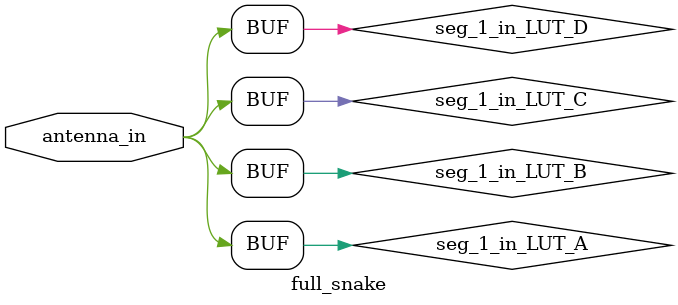
<source format=v>

module full_snake (
    input antenna_in
    );


    // hand-drawn segments

(* S = "TRUE"*) (* dont_touch = "TRUE" *) wire seg_1_in_LUT_A; ///// SEGMENT 1 BEGINNING /////
assign seg_1_in_LUT_A = antenna_in ; /// PUT SEGMENT 1 LUT A INPUT HERE

(* S = "TRUE"*) (* dont_touch = "TRUE" *) wire seg_1_in_LUT_B;
assign seg_1_in_LUT_B = antenna_in; /// PUT SEGMENT 1 LUT B INPUT HERE

(* S = "TRUE"*) (* dont_touch = "TRUE" *) wire seg_1_in_LUT_C; 
assign seg_1_in_LUT_C = antenna_in; /// PUT SEGMENT 1 LUT C INPUT HERE

(* S = "TRUE"*) (* dont_touch = "TRUE" *) wire seg_1_in_LUT_D; 
assign seg_1_in_LUT_D = antenna_in; /// PUT SEGMENT 1 LUT D INPUT HERE


(* S = "TRUE"*) (* dont_touch = "TRUE" *) wire wire_0_lut_a;
(* S="TRUE", dont_touch="TRUE", LOC="SLICE_X0Y157", BEL="A5LUT" *)
LUT6 #(.INIT(64'hFFFFFFFF00000000)) lut_0_a (
    .O(wire_0_lut_a),
    .I0(1'b0), .I1(1'b0), .I2(1'b0),
    .I3(1'b0), .I4(1'b0), .I5(seg_1_in_LUT_A)
);


(* S = "TRUE"*) (* dont_touch = "TRUE" *) wire wire_0_lut_b;
(* S="TRUE", dont_touch="TRUE", LOC="SLICE_X0Y157", BEL="B5LUT" *)
LUT6 #(.INIT(64'hFFFFFFFF00000000)) lut_0_b (
    .O(wire_0_lut_b),
    .I0(1'b0), .I1(1'b0), .I2(1'b0),
    .I3(1'b0), .I4(1'b0), .I5(seg_1_in_LUT_B)
);


(* S = "TRUE"*) (* dont_touch = "TRUE" *) wire wire_0_lut_c;
(* S="TRUE", dont_touch="TRUE", LOC="SLICE_X0Y157", BEL="C5LUT" *)
LUT6 #(.INIT(64'hFFFFFFFF00000000)) lut_0_c (
    .O(wire_0_lut_c),
    .I0(1'b0), .I1(1'b0), .I2(1'b0),
    .I3(1'b0), .I4(1'b0), .I5(seg_1_in_LUT_C)
);


(* S = "TRUE"*) (* dont_touch = "TRUE" *) wire wire_0_lut_d;
(* S="TRUE", dont_touch="TRUE", LOC="SLICE_X0Y157", BEL="D5LUT" *)
LUT6 #(.INIT(64'hFFFFFFFF00000000)) lut_0_d (
    .O(wire_0_lut_d),
    .I0(1'b0), .I1(1'b0), .I2(1'b0),
    .I3(1'b0), .I4(1'b0), .I5(seg_1_in_LUT_D)
);


(* S = "TRUE"*) (* dont_touch = "TRUE" *) wire wire_1_lut_a;
(* S="TRUE", dont_touch="TRUE", LOC="SLICE_X67Y157", BEL="A5LUT" *)
LUT6 #(.INIT(64'hFFFFFFFF00000000)) lut_1_a (
    .O(wire_1_lut_a),
    .I0(1'b0), .I1(1'b0), .I2(1'b0),
    .I3(1'b0), .I4(1'b0), .I5(wire_0_lut_a)
);


(* S = "TRUE"*) (* dont_touch = "TRUE" *) wire wire_1_lut_b;
(* S="TRUE", dont_touch="TRUE", LOC="SLICE_X67Y157", BEL="B5LUT" *)
LUT6 #(.INIT(64'hFFFFFFFF00000000)) lut_1_b (
    .O(wire_1_lut_b),
    .I0(1'b0), .I1(1'b0), .I2(1'b0),
    .I3(1'b0), .I4(1'b0), .I5(wire_0_lut_b)
);


(* S = "TRUE"*) (* dont_touch = "TRUE" *) wire wire_1_lut_c;
(* S="TRUE", dont_touch="TRUE", LOC="SLICE_X67Y157", BEL="C5LUT" *)
LUT6 #(.INIT(64'hFFFFFFFF00000000)) lut_1_c (
    .O(wire_1_lut_c),
    .I0(1'b0), .I1(1'b0), .I2(1'b0),
    .I3(1'b0), .I4(1'b0), .I5(wire_0_lut_c)
);


(* S = "TRUE"*) (* dont_touch = "TRUE" *) wire wire_1_lut_d;
(* S="TRUE", dont_touch="TRUE", LOC="SLICE_X67Y157", BEL="D5LUT" *)
LUT6 #(.INIT(64'hFFFFFFFF00000000)) lut_1_d (
    .O(wire_1_lut_d),
    .I0(1'b0), .I1(1'b0), .I2(1'b0),
    .I3(1'b0), .I4(1'b0), .I5(wire_0_lut_d)
);


(* S = "TRUE"*) (* dont_touch = "TRUE" *) wire wire_2_lut_a;
(* S="TRUE", dont_touch="TRUE", LOC="SLICE_X67Y156", BEL="A5LUT" *)
LUT6 #(.INIT(64'hFFFFFFFF00000000)) lut_2_a (
    .O(wire_2_lut_a),
    .I0(1'b0), .I1(1'b0), .I2(1'b0),
    .I3(1'b0), .I4(1'b0), .I5(wire_1_lut_a)
);


(* S = "TRUE"*) (* dont_touch = "TRUE" *) wire wire_2_lut_b;
(* S="TRUE", dont_touch="TRUE", LOC="SLICE_X67Y156", BEL="B5LUT" *)
LUT6 #(.INIT(64'hFFFFFFFF00000000)) lut_2_b (
    .O(wire_2_lut_b),
    .I0(1'b0), .I1(1'b0), .I2(1'b0),
    .I3(1'b0), .I4(1'b0), .I5(wire_1_lut_b)
);


(* S = "TRUE"*) (* dont_touch = "TRUE" *) wire wire_2_lut_c;
(* S="TRUE", dont_touch="TRUE", LOC="SLICE_X67Y156", BEL="C5LUT" *)
LUT6 #(.INIT(64'hFFFFFFFF00000000)) lut_2_c (
    .O(wire_2_lut_c),
    .I0(1'b0), .I1(1'b0), .I2(1'b0),
    .I3(1'b0), .I4(1'b0), .I5(wire_1_lut_c)
);


(* S = "TRUE"*) (* dont_touch = "TRUE" *) wire wire_2_lut_d;
(* S="TRUE", dont_touch="TRUE", LOC="SLICE_X67Y156", BEL="D5LUT" *)
LUT6 #(.INIT(64'hFFFFFFFF00000000)) lut_2_d (
    .O(wire_2_lut_d),
    .I0(1'b0), .I1(1'b0), .I2(1'b0),
    .I3(1'b0), .I4(1'b0), .I5(wire_1_lut_d)
);


(* S = "TRUE"*) (* dont_touch = "TRUE" *) wire wire_3_lut_a;
(* S="TRUE", dont_touch="TRUE", LOC="SLICE_X0Y156", BEL="A5LUT" *)
LUT6 #(.INIT(64'hFFFFFFFF00000000)) lut_3_a (
    .O(wire_3_lut_a),
    .I0(1'b0), .I1(1'b0), .I2(1'b0),
    .I3(1'b0), .I4(1'b0), .I5(wire_2_lut_a)
);


(* S = "TRUE"*) (* dont_touch = "TRUE" *) wire wire_3_lut_b;
(* S="TRUE", dont_touch="TRUE", LOC="SLICE_X0Y156", BEL="B5LUT" *)
LUT6 #(.INIT(64'hFFFFFFFF00000000)) lut_3_b (
    .O(wire_3_lut_b),
    .I0(1'b0), .I1(1'b0), .I2(1'b0),
    .I3(1'b0), .I4(1'b0), .I5(wire_2_lut_b)
);


(* S = "TRUE"*) (* dont_touch = "TRUE" *) wire wire_3_lut_c;
(* S="TRUE", dont_touch="TRUE", LOC="SLICE_X0Y156", BEL="C5LUT" *)
LUT6 #(.INIT(64'hFFFFFFFF00000000)) lut_3_c (
    .O(wire_3_lut_c),
    .I0(1'b0), .I1(1'b0), .I2(1'b0),
    .I3(1'b0), .I4(1'b0), .I5(wire_2_lut_c)
);


(* S = "TRUE"*) (* dont_touch = "TRUE" *) wire wire_3_lut_d;
(* S="TRUE", dont_touch="TRUE", LOC="SLICE_X0Y156", BEL="D5LUT" *)
LUT6 #(.INIT(64'hFFFFFFFF00000000)) lut_3_d (
    .O(wire_3_lut_d),
    .I0(1'b0), .I1(1'b0), .I2(1'b0),
    .I3(1'b0), .I4(1'b0), .I5(wire_2_lut_d)
);


(* S = "TRUE"*) (* dont_touch = "TRUE" *) wire wire_4_lut_a;
(* S="TRUE", dont_touch="TRUE", LOC="SLICE_X0Y155", BEL="A5LUT" *)
LUT6 #(.INIT(64'hFFFFFFFF00000000)) lut_4_a (
    .O(wire_4_lut_a),
    .I0(1'b0), .I1(1'b0), .I2(1'b0),
    .I3(1'b0), .I4(1'b0), .I5(wire_3_lut_a)
);


(* S = "TRUE"*) (* dont_touch = "TRUE" *) wire wire_4_lut_b;
(* S="TRUE", dont_touch="TRUE", LOC="SLICE_X0Y155", BEL="B5LUT" *)
LUT6 #(.INIT(64'hFFFFFFFF00000000)) lut_4_b (
    .O(wire_4_lut_b),
    .I0(1'b0), .I1(1'b0), .I2(1'b0),
    .I3(1'b0), .I4(1'b0), .I5(wire_3_lut_b)
);


(* S = "TRUE"*) (* dont_touch = "TRUE" *) wire wire_4_lut_c;
(* S="TRUE", dont_touch="TRUE", LOC="SLICE_X0Y155", BEL="C5LUT" *)
LUT6 #(.INIT(64'hFFFFFFFF00000000)) lut_4_c (
    .O(wire_4_lut_c),
    .I0(1'b0), .I1(1'b0), .I2(1'b0),
    .I3(1'b0), .I4(1'b0), .I5(wire_3_lut_c)
);


(* S = "TRUE"*) (* dont_touch = "TRUE" *) wire wire_4_lut_d;
(* S="TRUE", dont_touch="TRUE", LOC="SLICE_X0Y155", BEL="D5LUT" *)
LUT6 #(.INIT(64'hFFFFFFFF00000000)) lut_4_d (
    .O(wire_4_lut_d),
    .I0(1'b0), .I1(1'b0), .I2(1'b0),
    .I3(1'b0), .I4(1'b0), .I5(wire_3_lut_d)
);


(* S = "TRUE"*) (* dont_touch = "TRUE" *) wire wire_5_lut_a;
(* S="TRUE", dont_touch="TRUE", LOC="SLICE_X67Y155", BEL="A5LUT" *)
LUT6 #(.INIT(64'hFFFFFFFF00000000)) lut_5_a (
    .O(wire_5_lut_a),
    .I0(1'b0), .I1(1'b0), .I2(1'b0),
    .I3(1'b0), .I4(1'b0), .I5(wire_4_lut_a)
);


(* S = "TRUE"*) (* dont_touch = "TRUE" *) wire wire_5_lut_b;
(* S="TRUE", dont_touch="TRUE", LOC="SLICE_X67Y155", BEL="B5LUT" *)
LUT6 #(.INIT(64'hFFFFFFFF00000000)) lut_5_b (
    .O(wire_5_lut_b),
    .I0(1'b0), .I1(1'b0), .I2(1'b0),
    .I3(1'b0), .I4(1'b0), .I5(wire_4_lut_b)
);


(* S = "TRUE"*) (* dont_touch = "TRUE" *) wire wire_5_lut_c;
(* S="TRUE", dont_touch="TRUE", LOC="SLICE_X67Y155", BEL="C5LUT" *)
LUT6 #(.INIT(64'hFFFFFFFF00000000)) lut_5_c (
    .O(wire_5_lut_c),
    .I0(1'b0), .I1(1'b0), .I2(1'b0),
    .I3(1'b0), .I4(1'b0), .I5(wire_4_lut_c)
);


(* S = "TRUE"*) (* dont_touch = "TRUE" *) wire wire_5_lut_d;
(* S="TRUE", dont_touch="TRUE", LOC="SLICE_X67Y155", BEL="D5LUT" *)
LUT6 #(.INIT(64'hFFFFFFFF00000000)) lut_5_d (
    .O(wire_5_lut_d),
    .I0(1'b0), .I1(1'b0), .I2(1'b0),
    .I3(1'b0), .I4(1'b0), .I5(wire_4_lut_d)
);


(* S = "TRUE"*) (* dont_touch = "TRUE" *) wire wire_6_lut_a;
(* S="TRUE", dont_touch="TRUE", LOC="SLICE_X67Y154", BEL="A5LUT" *)
LUT6 #(.INIT(64'hFFFFFFFF00000000)) lut_6_a (
    .O(wire_6_lut_a),
    .I0(1'b0), .I1(1'b0), .I2(1'b0),
    .I3(1'b0), .I4(1'b0), .I5(wire_5_lut_a)
);


(* S = "TRUE"*) (* dont_touch = "TRUE" *) wire wire_6_lut_b;
(* S="TRUE", dont_touch="TRUE", LOC="SLICE_X67Y154", BEL="B5LUT" *)
LUT6 #(.INIT(64'hFFFFFFFF00000000)) lut_6_b (
    .O(wire_6_lut_b),
    .I0(1'b0), .I1(1'b0), .I2(1'b0),
    .I3(1'b0), .I4(1'b0), .I5(wire_5_lut_b)
);


(* S = "TRUE"*) (* dont_touch = "TRUE" *) wire wire_6_lut_c;
(* S="TRUE", dont_touch="TRUE", LOC="SLICE_X67Y154", BEL="C5LUT" *)
LUT6 #(.INIT(64'hFFFFFFFF00000000)) lut_6_c (
    .O(wire_6_lut_c),
    .I0(1'b0), .I1(1'b0), .I2(1'b0),
    .I3(1'b0), .I4(1'b0), .I5(wire_5_lut_c)
);


(* S = "TRUE"*) (* dont_touch = "TRUE" *) wire wire_6_lut_d;
(* S="TRUE", dont_touch="TRUE", LOC="SLICE_X67Y154", BEL="D5LUT" *)
LUT6 #(.INIT(64'hFFFFFFFF00000000)) lut_6_d (
    .O(wire_6_lut_d),
    .I0(1'b0), .I1(1'b0), .I2(1'b0),
    .I3(1'b0), .I4(1'b0), .I5(wire_5_lut_d)
);


(* S = "TRUE"*) (* dont_touch = "TRUE" *) wire wire_7_lut_a;
(* S="TRUE", dont_touch="TRUE", LOC="SLICE_X0Y154", BEL="A5LUT" *)
LUT6 #(.INIT(64'hFFFFFFFF00000000)) lut_7_a (
    .O(wire_7_lut_a),
    .I0(1'b0), .I1(1'b0), .I2(1'b0),
    .I3(1'b0), .I4(1'b0), .I5(wire_6_lut_a)
);


(* S = "TRUE"*) (* dont_touch = "TRUE" *) wire wire_7_lut_b;
(* S="TRUE", dont_touch="TRUE", LOC="SLICE_X0Y154", BEL="B5LUT" *)
LUT6 #(.INIT(64'hFFFFFFFF00000000)) lut_7_b (
    .O(wire_7_lut_b),
    .I0(1'b0), .I1(1'b0), .I2(1'b0),
    .I3(1'b0), .I4(1'b0), .I5(wire_6_lut_b)
);


(* S = "TRUE"*) (* dont_touch = "TRUE" *) wire wire_7_lut_c;
(* S="TRUE", dont_touch="TRUE", LOC="SLICE_X0Y154", BEL="C5LUT" *)
LUT6 #(.INIT(64'hFFFFFFFF00000000)) lut_7_c (
    .O(wire_7_lut_c),
    .I0(1'b0), .I1(1'b0), .I2(1'b0),
    .I3(1'b0), .I4(1'b0), .I5(wire_6_lut_c)
);


(* S = "TRUE"*) (* dont_touch = "TRUE" *) wire wire_7_lut_d;
(* S="TRUE", dont_touch="TRUE", LOC="SLICE_X0Y154", BEL="D5LUT" *)
LUT6 #(.INIT(64'hFFFFFFFF00000000)) lut_7_d (
    .O(wire_7_lut_d),
    .I0(1'b0), .I1(1'b0), .I2(1'b0),
    .I3(1'b0), .I4(1'b0), .I5(wire_6_lut_d)
);


(* S = "TRUE"*) (* dont_touch = "TRUE" *) wire wire_8_lut_a;
(* S="TRUE", dont_touch="TRUE", LOC="SLICE_X0Y153", BEL="A5LUT" *)
LUT6 #(.INIT(64'hFFFFFFFF00000000)) lut_8_a (
    .O(wire_8_lut_a),
    .I0(1'b0), .I1(1'b0), .I2(1'b0),
    .I3(1'b0), .I4(1'b0), .I5(wire_7_lut_a)
);


(* S = "TRUE"*) (* dont_touch = "TRUE" *) wire wire_8_lut_b;
(* S="TRUE", dont_touch="TRUE", LOC="SLICE_X0Y153", BEL="B5LUT" *)
LUT6 #(.INIT(64'hFFFFFFFF00000000)) lut_8_b (
    .O(wire_8_lut_b),
    .I0(1'b0), .I1(1'b0), .I2(1'b0),
    .I3(1'b0), .I4(1'b0), .I5(wire_7_lut_b)
);


(* S = "TRUE"*) (* dont_touch = "TRUE" *) wire wire_8_lut_c;
(* S="TRUE", dont_touch="TRUE", LOC="SLICE_X0Y153", BEL="C5LUT" *)
LUT6 #(.INIT(64'hFFFFFFFF00000000)) lut_8_c (
    .O(wire_8_lut_c),
    .I0(1'b0), .I1(1'b0), .I2(1'b0),
    .I3(1'b0), .I4(1'b0), .I5(wire_7_lut_c)
);


(* S = "TRUE"*) (* dont_touch = "TRUE" *) wire wire_8_lut_d;
(* S="TRUE", dont_touch="TRUE", LOC="SLICE_X0Y153", BEL="D5LUT" *)
LUT6 #(.INIT(64'hFFFFFFFF00000000)) lut_8_d (
    .O(wire_8_lut_d),
    .I0(1'b0), .I1(1'b0), .I2(1'b0),
    .I3(1'b0), .I4(1'b0), .I5(wire_7_lut_d)
);


(* S = "TRUE"*) (* dont_touch = "TRUE" *) wire wire_9_lut_a;
(* S="TRUE", dont_touch="TRUE", LOC="SLICE_X67Y153", BEL="A5LUT" *)
LUT6 #(.INIT(64'hFFFFFFFF00000000)) lut_9_a (
    .O(wire_9_lut_a),
    .I0(1'b0), .I1(1'b0), .I2(1'b0),
    .I3(1'b0), .I4(1'b0), .I5(wire_8_lut_a)
);


(* S = "TRUE"*) (* dont_touch = "TRUE" *) wire wire_9_lut_b;
(* S="TRUE", dont_touch="TRUE", LOC="SLICE_X67Y153", BEL="B5LUT" *)
LUT6 #(.INIT(64'hFFFFFFFF00000000)) lut_9_b (
    .O(wire_9_lut_b),
    .I0(1'b0), .I1(1'b0), .I2(1'b0),
    .I3(1'b0), .I4(1'b0), .I5(wire_8_lut_b)
);


(* S = "TRUE"*) (* dont_touch = "TRUE" *) wire wire_9_lut_c;
(* S="TRUE", dont_touch="TRUE", LOC="SLICE_X67Y153", BEL="C5LUT" *)
LUT6 #(.INIT(64'hFFFFFFFF00000000)) lut_9_c (
    .O(wire_9_lut_c),
    .I0(1'b0), .I1(1'b0), .I2(1'b0),
    .I3(1'b0), .I4(1'b0), .I5(wire_8_lut_c)
);


(* S = "TRUE"*) (* dont_touch = "TRUE" *) wire wire_9_lut_d;
(* S="TRUE", dont_touch="TRUE", LOC="SLICE_X67Y153", BEL="D5LUT" *)
LUT6 #(.INIT(64'hFFFFFFFF00000000)) lut_9_d (
    .O(wire_9_lut_d),
    .I0(1'b0), .I1(1'b0), .I2(1'b0),
    .I3(1'b0), .I4(1'b0), .I5(wire_8_lut_d)
);


(* S = "TRUE"*) (* dont_touch = "TRUE" *) wire wire_10_lut_a;
(* S="TRUE", dont_touch="TRUE", LOC="SLICE_X67Y152", BEL="A5LUT" *)
LUT6 #(.INIT(64'hFFFFFFFF00000000)) lut_10_a (
    .O(wire_10_lut_a),
    .I0(1'b0), .I1(1'b0), .I2(1'b0),
    .I3(1'b0), .I4(1'b0), .I5(wire_9_lut_a)
);


(* S = "TRUE"*) (* dont_touch = "TRUE" *) wire wire_10_lut_b;
(* S="TRUE", dont_touch="TRUE", LOC="SLICE_X67Y152", BEL="B5LUT" *)
LUT6 #(.INIT(64'hFFFFFFFF00000000)) lut_10_b (
    .O(wire_10_lut_b),
    .I0(1'b0), .I1(1'b0), .I2(1'b0),
    .I3(1'b0), .I4(1'b0), .I5(wire_9_lut_b)
);


(* S = "TRUE"*) (* dont_touch = "TRUE" *) wire wire_10_lut_c;
(* S="TRUE", dont_touch="TRUE", LOC="SLICE_X67Y152", BEL="C5LUT" *)
LUT6 #(.INIT(64'hFFFFFFFF00000000)) lut_10_c (
    .O(wire_10_lut_c),
    .I0(1'b0), .I1(1'b0), .I2(1'b0),
    .I3(1'b0), .I4(1'b0), .I5(wire_9_lut_c)
);


(* S = "TRUE"*) (* dont_touch = "TRUE" *) wire wire_10_lut_d;
(* S="TRUE", dont_touch="TRUE", LOC="SLICE_X67Y152", BEL="D5LUT" *)
LUT6 #(.INIT(64'hFFFFFFFF00000000)) lut_10_d (
    .O(wire_10_lut_d),
    .I0(1'b0), .I1(1'b0), .I2(1'b0),
    .I3(1'b0), .I4(1'b0), .I5(wire_9_lut_d)
);


(* S = "TRUE"*) (* dont_touch = "TRUE" *) wire wire_11_lut_a;
(* S="TRUE", dont_touch="TRUE", LOC="SLICE_X0Y152", BEL="A5LUT" *)
LUT6 #(.INIT(64'hFFFFFFFF00000000)) lut_11_a (
    .O(wire_11_lut_a),
    .I0(1'b0), .I1(1'b0), .I2(1'b0),
    .I3(1'b0), .I4(1'b0), .I5(wire_10_lut_a)
);


(* S = "TRUE"*) (* dont_touch = "TRUE" *) wire wire_11_lut_b;
(* S="TRUE", dont_touch="TRUE", LOC="SLICE_X0Y152", BEL="B5LUT" *)
LUT6 #(.INIT(64'hFFFFFFFF00000000)) lut_11_b (
    .O(wire_11_lut_b),
    .I0(1'b0), .I1(1'b0), .I2(1'b0),
    .I3(1'b0), .I4(1'b0), .I5(wire_10_lut_b)
);


(* S = "TRUE"*) (* dont_touch = "TRUE" *) wire wire_11_lut_c;
(* S="TRUE", dont_touch="TRUE", LOC="SLICE_X0Y152", BEL="C5LUT" *)
LUT6 #(.INIT(64'hFFFFFFFF00000000)) lut_11_c (
    .O(wire_11_lut_c),
    .I0(1'b0), .I1(1'b0), .I2(1'b0),
    .I3(1'b0), .I4(1'b0), .I5(wire_10_lut_c)
);


(* S = "TRUE"*) (* dont_touch = "TRUE" *) wire wire_11_lut_d;
(* S="TRUE", dont_touch="TRUE", LOC="SLICE_X0Y152", BEL="D5LUT" *)
LUT6 #(.INIT(64'hFFFFFFFF00000000)) lut_11_d (
    .O(wire_11_lut_d),
    .I0(1'b0), .I1(1'b0), .I2(1'b0),
    .I3(1'b0), .I4(1'b0), .I5(wire_10_lut_d)
);


(* S = "TRUE"*) (* dont_touch = "TRUE" *) wire wire_12_lut_a;
(* S="TRUE", dont_touch="TRUE", LOC="SLICE_X0Y151", BEL="A5LUT" *)
LUT6 #(.INIT(64'hFFFFFFFF00000000)) lut_12_a (
    .O(wire_12_lut_a),
    .I0(1'b0), .I1(1'b0), .I2(1'b0),
    .I3(1'b0), .I4(1'b0), .I5(wire_11_lut_a)
);


(* S = "TRUE"*) (* dont_touch = "TRUE" *) wire wire_12_lut_b;
(* S="TRUE", dont_touch="TRUE", LOC="SLICE_X0Y151", BEL="B5LUT" *)
LUT6 #(.INIT(64'hFFFFFFFF00000000)) lut_12_b (
    .O(wire_12_lut_b),
    .I0(1'b0), .I1(1'b0), .I2(1'b0),
    .I3(1'b0), .I4(1'b0), .I5(wire_11_lut_b)
);


(* S = "TRUE"*) (* dont_touch = "TRUE" *) wire wire_12_lut_c;
(* S="TRUE", dont_touch="TRUE", LOC="SLICE_X0Y151", BEL="C5LUT" *)
LUT6 #(.INIT(64'hFFFFFFFF00000000)) lut_12_c (
    .O(wire_12_lut_c),
    .I0(1'b0), .I1(1'b0), .I2(1'b0),
    .I3(1'b0), .I4(1'b0), .I5(wire_11_lut_c)
);


(* S = "TRUE"*) (* dont_touch = "TRUE" *) wire wire_12_lut_d;
(* S="TRUE", dont_touch="TRUE", LOC="SLICE_X0Y151", BEL="D5LUT" *)
LUT6 #(.INIT(64'hFFFFFFFF00000000)) lut_12_d (
    .O(wire_12_lut_d),
    .I0(1'b0), .I1(1'b0), .I2(1'b0),
    .I3(1'b0), .I4(1'b0), .I5(wire_11_lut_d)
);


(* S = "TRUE"*) (* dont_touch = "TRUE" *) wire wire_13_lut_a;
(* S="TRUE", dont_touch="TRUE", LOC="SLICE_X67Y151", BEL="A5LUT" *)
LUT6 #(.INIT(64'hFFFFFFFF00000000)) lut_13_a (
    .O(wire_13_lut_a),
    .I0(1'b0), .I1(1'b0), .I2(1'b0),
    .I3(1'b0), .I4(1'b0), .I5(wire_12_lut_a)
);


(* S = "TRUE"*) (* dont_touch = "TRUE" *) wire wire_13_lut_b;
(* S="TRUE", dont_touch="TRUE", LOC="SLICE_X67Y151", BEL="B5LUT" *)
LUT6 #(.INIT(64'hFFFFFFFF00000000)) lut_13_b (
    .O(wire_13_lut_b),
    .I0(1'b0), .I1(1'b0), .I2(1'b0),
    .I3(1'b0), .I4(1'b0), .I5(wire_12_lut_b)
);


(* S = "TRUE"*) (* dont_touch = "TRUE" *) wire wire_13_lut_c;
(* S="TRUE", dont_touch="TRUE", LOC="SLICE_X67Y151", BEL="C5LUT" *)
LUT6 #(.INIT(64'hFFFFFFFF00000000)) lut_13_c (
    .O(wire_13_lut_c),
    .I0(1'b0), .I1(1'b0), .I2(1'b0),
    .I3(1'b0), .I4(1'b0), .I5(wire_12_lut_c)
);


(* S = "TRUE"*) (* dont_touch = "TRUE" *) wire wire_13_lut_d;
(* S="TRUE", dont_touch="TRUE", LOC="SLICE_X67Y151", BEL="D5LUT" *)
LUT6 #(.INIT(64'hFFFFFFFF00000000)) lut_13_d (
    .O(wire_13_lut_d),
    .I0(1'b0), .I1(1'b0), .I2(1'b0),
    .I3(1'b0), .I4(1'b0), .I5(wire_12_lut_d)
);


(* S = "TRUE"*) (* dont_touch = "TRUE" *) wire wire_14_lut_a;
(* S="TRUE", dont_touch="TRUE", LOC="SLICE_X67Y150", BEL="A5LUT" *)
LUT6 #(.INIT(64'hFFFFFFFF00000000)) lut_14_a (
    .O(wire_14_lut_a),
    .I0(1'b0), .I1(1'b0), .I2(1'b0),
    .I3(1'b0), .I4(1'b0), .I5(wire_13_lut_a)
);


(* S = "TRUE"*) (* dont_touch = "TRUE" *) wire wire_14_lut_b;
(* S="TRUE", dont_touch="TRUE", LOC="SLICE_X67Y150", BEL="B5LUT" *)
LUT6 #(.INIT(64'hFFFFFFFF00000000)) lut_14_b (
    .O(wire_14_lut_b),
    .I0(1'b0), .I1(1'b0), .I2(1'b0),
    .I3(1'b0), .I4(1'b0), .I5(wire_13_lut_b)
);


(* S = "TRUE"*) (* dont_touch = "TRUE" *) wire wire_14_lut_c;
(* S="TRUE", dont_touch="TRUE", LOC="SLICE_X67Y150", BEL="C5LUT" *)
LUT6 #(.INIT(64'hFFFFFFFF00000000)) lut_14_c (
    .O(wire_14_lut_c),
    .I0(1'b0), .I1(1'b0), .I2(1'b0),
    .I3(1'b0), .I4(1'b0), .I5(wire_13_lut_c)
);


(* S = "TRUE"*) (* dont_touch = "TRUE" *) wire wire_14_lut_d;
(* S="TRUE", dont_touch="TRUE", LOC="SLICE_X67Y150", BEL="D5LUT" *)
LUT6 #(.INIT(64'hFFFFFFFF00000000)) lut_14_d (
    .O(wire_14_lut_d),
    .I0(1'b0), .I1(1'b0), .I2(1'b0),
    .I3(1'b0), .I4(1'b0), .I5(wire_13_lut_d)
);


(* S = "TRUE"*) (* dont_touch = "TRUE" *) wire wire_15_lut_a;
(* S="TRUE", dont_touch="TRUE", LOC="SLICE_X0Y150", BEL="A5LUT" *)
LUT6 #(.INIT(64'hFFFFFFFF00000000)) lut_15_a (
    .O(wire_15_lut_a),
    .I0(1'b0), .I1(1'b0), .I2(1'b0),
    .I3(1'b0), .I4(1'b0), .I5(wire_14_lut_a)
);


(* S = "TRUE"*) (* dont_touch = "TRUE" *) wire wire_15_lut_b;
(* S="TRUE", dont_touch="TRUE", LOC="SLICE_X0Y150", BEL="B5LUT" *)
LUT6 #(.INIT(64'hFFFFFFFF00000000)) lut_15_b (
    .O(wire_15_lut_b),
    .I0(1'b0), .I1(1'b0), .I2(1'b0),
    .I3(1'b0), .I4(1'b0), .I5(wire_14_lut_b)
);


(* S = "TRUE"*) (* dont_touch = "TRUE" *) wire wire_15_lut_c;
(* S="TRUE", dont_touch="TRUE", LOC="SLICE_X0Y150", BEL="C5LUT" *)
LUT6 #(.INIT(64'hFFFFFFFF00000000)) lut_15_c (
    .O(wire_15_lut_c),
    .I0(1'b0), .I1(1'b0), .I2(1'b0),
    .I3(1'b0), .I4(1'b0), .I5(wire_14_lut_c)
);


(* S = "TRUE"*) (* dont_touch = "TRUE" *) wire wire_15_lut_d;
(* S="TRUE", dont_touch="TRUE", LOC="SLICE_X0Y150", BEL="D5LUT" *)
LUT6 #(.INIT(64'hFFFFFFFF00000000)) lut_15_d (
    .O(wire_15_lut_d),
    .I0(1'b0), .I1(1'b0), .I2(1'b0),
    .I3(1'b0), .I4(1'b0), .I5(wire_14_lut_d)
);


(* S = "TRUE"*) (* dont_touch = "TRUE" *) wire wire_16_lut_a;
(* S="TRUE", dont_touch="TRUE", LOC="SLICE_X0Y149", BEL="A5LUT" *)
LUT6 #(.INIT(64'hFFFFFFFF00000000)) lut_16_a (
    .O(wire_16_lut_a),
    .I0(1'b0), .I1(1'b0), .I2(1'b0),
    .I3(1'b0), .I4(1'b0), .I5(wire_15_lut_a)
);


(* S = "TRUE"*) (* dont_touch = "TRUE" *) wire wire_16_lut_b;
(* S="TRUE", dont_touch="TRUE", LOC="SLICE_X0Y149", BEL="B5LUT" *)
LUT6 #(.INIT(64'hFFFFFFFF00000000)) lut_16_b (
    .O(wire_16_lut_b),
    .I0(1'b0), .I1(1'b0), .I2(1'b0),
    .I3(1'b0), .I4(1'b0), .I5(wire_15_lut_b)
);


(* S = "TRUE"*) (* dont_touch = "TRUE" *) wire wire_16_lut_c;
(* S="TRUE", dont_touch="TRUE", LOC="SLICE_X0Y149", BEL="C5LUT" *)
LUT6 #(.INIT(64'hFFFFFFFF00000000)) lut_16_c (
    .O(wire_16_lut_c),
    .I0(1'b0), .I1(1'b0), .I2(1'b0),
    .I3(1'b0), .I4(1'b0), .I5(wire_15_lut_c)
);


(* S = "TRUE"*) (* dont_touch = "TRUE" *) wire wire_16_lut_d;
(* S="TRUE", dont_touch="TRUE", LOC="SLICE_X0Y149", BEL="D5LUT" *)
LUT6 #(.INIT(64'hFFFFFFFF00000000)) lut_16_d (
    .O(wire_16_lut_d),
    .I0(1'b0), .I1(1'b0), .I2(1'b0),
    .I3(1'b0), .I4(1'b0), .I5(wire_15_lut_d)
);


(* S = "TRUE"*) (* dont_touch = "TRUE" *) wire wire_17_lut_a;
(* S="TRUE", dont_touch="TRUE", LOC="SLICE_X67Y149", BEL="A5LUT" *)
LUT6 #(.INIT(64'hFFFFFFFF00000000)) lut_17_a (
    .O(wire_17_lut_a),
    .I0(1'b0), .I1(1'b0), .I2(1'b0),
    .I3(1'b0), .I4(1'b0), .I5(wire_16_lut_a)
);


(* S = "TRUE"*) (* dont_touch = "TRUE" *) wire wire_17_lut_b;
(* S="TRUE", dont_touch="TRUE", LOC="SLICE_X67Y149", BEL="B5LUT" *)
LUT6 #(.INIT(64'hFFFFFFFF00000000)) lut_17_b (
    .O(wire_17_lut_b),
    .I0(1'b0), .I1(1'b0), .I2(1'b0),
    .I3(1'b0), .I4(1'b0), .I5(wire_16_lut_b)
);


(* S = "TRUE"*) (* dont_touch = "TRUE" *) wire wire_17_lut_c;
(* S="TRUE", dont_touch="TRUE", LOC="SLICE_X67Y149", BEL="C5LUT" *)
LUT6 #(.INIT(64'hFFFFFFFF00000000)) lut_17_c (
    .O(wire_17_lut_c),
    .I0(1'b0), .I1(1'b0), .I2(1'b0),
    .I3(1'b0), .I4(1'b0), .I5(wire_16_lut_c)
);


(* S = "TRUE"*) (* dont_touch = "TRUE" *) wire wire_17_lut_d;
(* S="TRUE", dont_touch="TRUE", LOC="SLICE_X67Y149", BEL="D5LUT" *)
LUT6 #(.INIT(64'hFFFFFFFF00000000)) lut_17_d (
    .O(wire_17_lut_d),
    .I0(1'b0), .I1(1'b0), .I2(1'b0),
    .I3(1'b0), .I4(1'b0), .I5(wire_16_lut_d)
);


(* S = "TRUE"*) (* dont_touch = "TRUE" *) wire wire_18_lut_a;
(* S="TRUE", dont_touch="TRUE", LOC="SLICE_X67Y148", BEL="A5LUT" *)
LUT6 #(.INIT(64'hFFFFFFFF00000000)) lut_18_a (
    .O(wire_18_lut_a),
    .I0(1'b0), .I1(1'b0), .I2(1'b0),
    .I3(1'b0), .I4(1'b0), .I5(wire_17_lut_a)
);


(* S = "TRUE"*) (* dont_touch = "TRUE" *) wire wire_18_lut_b;
(* S="TRUE", dont_touch="TRUE", LOC="SLICE_X67Y148", BEL="B5LUT" *)
LUT6 #(.INIT(64'hFFFFFFFF00000000)) lut_18_b (
    .O(wire_18_lut_b),
    .I0(1'b0), .I1(1'b0), .I2(1'b0),
    .I3(1'b0), .I4(1'b0), .I5(wire_17_lut_b)
);


(* S = "TRUE"*) (* dont_touch = "TRUE" *) wire wire_18_lut_c;
(* S="TRUE", dont_touch="TRUE", LOC="SLICE_X67Y148", BEL="C5LUT" *)
LUT6 #(.INIT(64'hFFFFFFFF00000000)) lut_18_c (
    .O(wire_18_lut_c),
    .I0(1'b0), .I1(1'b0), .I2(1'b0),
    .I3(1'b0), .I4(1'b0), .I5(wire_17_lut_c)
);


(* S = "TRUE"*) (* dont_touch = "TRUE" *) wire wire_18_lut_d;
(* S="TRUE", dont_touch="TRUE", LOC="SLICE_X67Y148", BEL="D5LUT" *)
LUT6 #(.INIT(64'hFFFFFFFF00000000)) lut_18_d (
    .O(wire_18_lut_d),
    .I0(1'b0), .I1(1'b0), .I2(1'b0),
    .I3(1'b0), .I4(1'b0), .I5(wire_17_lut_d)
);


(* S = "TRUE"*) (* dont_touch = "TRUE" *) wire wire_19_lut_a;
(* S="TRUE", dont_touch="TRUE", LOC="SLICE_X0Y148", BEL="A5LUT" *)
LUT6 #(.INIT(64'hFFFFFFFF00000000)) lut_19_a (
    .O(wire_19_lut_a),
    .I0(1'b0), .I1(1'b0), .I2(1'b0),
    .I3(1'b0), .I4(1'b0), .I5(wire_18_lut_a)
);


(* S = "TRUE"*) (* dont_touch = "TRUE" *) wire wire_19_lut_b;
(* S="TRUE", dont_touch="TRUE", LOC="SLICE_X0Y148", BEL="B5LUT" *)
LUT6 #(.INIT(64'hFFFFFFFF00000000)) lut_19_b (
    .O(wire_19_lut_b),
    .I0(1'b0), .I1(1'b0), .I2(1'b0),
    .I3(1'b0), .I4(1'b0), .I5(wire_18_lut_b)
);


(* S = "TRUE"*) (* dont_touch = "TRUE" *) wire wire_19_lut_c;
(* S="TRUE", dont_touch="TRUE", LOC="SLICE_X0Y148", BEL="C5LUT" *)
LUT6 #(.INIT(64'hFFFFFFFF00000000)) lut_19_c (
    .O(wire_19_lut_c),
    .I0(1'b0), .I1(1'b0), .I2(1'b0),
    .I3(1'b0), .I4(1'b0), .I5(wire_18_lut_c)
);


(* S = "TRUE"*) (* dont_touch = "TRUE" *) wire wire_19_lut_d;
(* S="TRUE", dont_touch="TRUE", LOC="SLICE_X0Y148", BEL="D5LUT" *)
LUT6 #(.INIT(64'hFFFFFFFF00000000)) lut_19_d (
    .O(wire_19_lut_d),
    .I0(1'b0), .I1(1'b0), .I2(1'b0),
    .I3(1'b0), .I4(1'b0), .I5(wire_18_lut_d)
);


(* S = "TRUE"*) (* dont_touch = "TRUE" *) wire wire_20_lut_a;
(* S="TRUE", dont_touch="TRUE", LOC="SLICE_X0Y147", BEL="A5LUT" *)
LUT6 #(.INIT(64'hFFFFFFFF00000000)) lut_20_a (
    .O(wire_20_lut_a),
    .I0(1'b0), .I1(1'b0), .I2(1'b0),
    .I3(1'b0), .I4(1'b0), .I5(wire_19_lut_a)
);


(* S = "TRUE"*) (* dont_touch = "TRUE" *) wire wire_20_lut_b;
(* S="TRUE", dont_touch="TRUE", LOC="SLICE_X0Y147", BEL="B5LUT" *)
LUT6 #(.INIT(64'hFFFFFFFF00000000)) lut_20_b (
    .O(wire_20_lut_b),
    .I0(1'b0), .I1(1'b0), .I2(1'b0),
    .I3(1'b0), .I4(1'b0), .I5(wire_19_lut_b)
);


(* S = "TRUE"*) (* dont_touch = "TRUE" *) wire wire_20_lut_c;
(* S="TRUE", dont_touch="TRUE", LOC="SLICE_X0Y147", BEL="C5LUT" *)
LUT6 #(.INIT(64'hFFFFFFFF00000000)) lut_20_c (
    .O(wire_20_lut_c),
    .I0(1'b0), .I1(1'b0), .I2(1'b0),
    .I3(1'b0), .I4(1'b0), .I5(wire_19_lut_c)
);


(* S = "TRUE"*) (* dont_touch = "TRUE" *) wire wire_20_lut_d;
(* S="TRUE", dont_touch="TRUE", LOC="SLICE_X0Y147", BEL="D5LUT" *)
LUT6 #(.INIT(64'hFFFFFFFF00000000)) lut_20_d (
    .O(wire_20_lut_d),
    .I0(1'b0), .I1(1'b0), .I2(1'b0),
    .I3(1'b0), .I4(1'b0), .I5(wire_19_lut_d)
);


(* S = "TRUE"*) (* dont_touch = "TRUE" *) wire wire_21_lut_a;
(* S="TRUE", dont_touch="TRUE", LOC="SLICE_X67Y147", BEL="A5LUT" *)
LUT6 #(.INIT(64'hFFFFFFFF00000000)) lut_21_a (
    .O(wire_21_lut_a),
    .I0(1'b0), .I1(1'b0), .I2(1'b0),
    .I3(1'b0), .I4(1'b0), .I5(wire_20_lut_a)
);


(* S = "TRUE"*) (* dont_touch = "TRUE" *) wire wire_21_lut_b;
(* S="TRUE", dont_touch="TRUE", LOC="SLICE_X67Y147", BEL="B5LUT" *)
LUT6 #(.INIT(64'hFFFFFFFF00000000)) lut_21_b (
    .O(wire_21_lut_b),
    .I0(1'b0), .I1(1'b0), .I2(1'b0),
    .I3(1'b0), .I4(1'b0), .I5(wire_20_lut_b)
);


(* S = "TRUE"*) (* dont_touch = "TRUE" *) wire wire_21_lut_c;
(* S="TRUE", dont_touch="TRUE", LOC="SLICE_X67Y147", BEL="C5LUT" *)
LUT6 #(.INIT(64'hFFFFFFFF00000000)) lut_21_c (
    .O(wire_21_lut_c),
    .I0(1'b0), .I1(1'b0), .I2(1'b0),
    .I3(1'b0), .I4(1'b0), .I5(wire_20_lut_c)
);


(* S = "TRUE"*) (* dont_touch = "TRUE" *) wire wire_21_lut_d;
(* S="TRUE", dont_touch="TRUE", LOC="SLICE_X67Y147", BEL="D5LUT" *)
LUT6 #(.INIT(64'hFFFFFFFF00000000)) lut_21_d (
    .O(wire_21_lut_d),
    .I0(1'b0), .I1(1'b0), .I2(1'b0),
    .I3(1'b0), .I4(1'b0), .I5(wire_20_lut_d)
);


(* S = "TRUE"*) (* dont_touch = "TRUE" *) wire wire_22_lut_a;
(* S="TRUE", dont_touch="TRUE", LOC="SLICE_X67Y146", BEL="A5LUT" *)
LUT6 #(.INIT(64'hFFFFFFFF00000000)) lut_22_a (
    .O(wire_22_lut_a),
    .I0(1'b0), .I1(1'b0), .I2(1'b0),
    .I3(1'b0), .I4(1'b0), .I5(wire_21_lut_a)
);


(* S = "TRUE"*) (* dont_touch = "TRUE" *) wire wire_22_lut_b;
(* S="TRUE", dont_touch="TRUE", LOC="SLICE_X67Y146", BEL="B5LUT" *)
LUT6 #(.INIT(64'hFFFFFFFF00000000)) lut_22_b (
    .O(wire_22_lut_b),
    .I0(1'b0), .I1(1'b0), .I2(1'b0),
    .I3(1'b0), .I4(1'b0), .I5(wire_21_lut_b)
);


(* S = "TRUE"*) (* dont_touch = "TRUE" *) wire wire_22_lut_c;
(* S="TRUE", dont_touch="TRUE", LOC="SLICE_X67Y146", BEL="C5LUT" *)
LUT6 #(.INIT(64'hFFFFFFFF00000000)) lut_22_c (
    .O(wire_22_lut_c),
    .I0(1'b0), .I1(1'b0), .I2(1'b0),
    .I3(1'b0), .I4(1'b0), .I5(wire_21_lut_c)
);


(* S = "TRUE"*) (* dont_touch = "TRUE" *) wire wire_22_lut_d;
(* S="TRUE", dont_touch="TRUE", LOC="SLICE_X67Y146", BEL="D5LUT" *)
LUT6 #(.INIT(64'hFFFFFFFF00000000)) lut_22_d (
    .O(wire_22_lut_d),
    .I0(1'b0), .I1(1'b0), .I2(1'b0),
    .I3(1'b0), .I4(1'b0), .I5(wire_21_lut_d)
);


(* S = "TRUE"*) (* dont_touch = "TRUE" *) wire wire_23_lut_a;
(* S="TRUE", dont_touch="TRUE", LOC="SLICE_X0Y146", BEL="A5LUT" *)
LUT6 #(.INIT(64'hFFFFFFFF00000000)) lut_23_a (
    .O(wire_23_lut_a),
    .I0(1'b0), .I1(1'b0), .I2(1'b0),
    .I3(1'b0), .I4(1'b0), .I5(wire_22_lut_a)
);


(* S = "TRUE"*) (* dont_touch = "TRUE" *) wire wire_23_lut_b;
(* S="TRUE", dont_touch="TRUE", LOC="SLICE_X0Y146", BEL="B5LUT" *)
LUT6 #(.INIT(64'hFFFFFFFF00000000)) lut_23_b (
    .O(wire_23_lut_b),
    .I0(1'b0), .I1(1'b0), .I2(1'b0),
    .I3(1'b0), .I4(1'b0), .I5(wire_22_lut_b)
);


(* S = "TRUE"*) (* dont_touch = "TRUE" *) wire wire_23_lut_c;
(* S="TRUE", dont_touch="TRUE", LOC="SLICE_X0Y146", BEL="C5LUT" *)
LUT6 #(.INIT(64'hFFFFFFFF00000000)) lut_23_c (
    .O(wire_23_lut_c),
    .I0(1'b0), .I1(1'b0), .I2(1'b0),
    .I3(1'b0), .I4(1'b0), .I5(wire_22_lut_c)
);


(* S = "TRUE"*) (* dont_touch = "TRUE" *) wire wire_23_lut_d;
(* S="TRUE", dont_touch="TRUE", LOC="SLICE_X0Y146", BEL="D5LUT" *)
LUT6 #(.INIT(64'hFFFFFFFF00000000)) lut_23_d (
    .O(wire_23_lut_d),
    .I0(1'b0), .I1(1'b0), .I2(1'b0),
    .I3(1'b0), .I4(1'b0), .I5(wire_22_lut_d)
);


(* S = "TRUE"*) (* dont_touch = "TRUE" *) wire wire_24_lut_a;
(* S="TRUE", dont_touch="TRUE", LOC="SLICE_X0Y145", BEL="A5LUT" *)
LUT6 #(.INIT(64'hFFFFFFFF00000000)) lut_24_a (
    .O(wire_24_lut_a),
    .I0(1'b0), .I1(1'b0), .I2(1'b0),
    .I3(1'b0), .I4(1'b0), .I5(wire_23_lut_a)
);


(* S = "TRUE"*) (* dont_touch = "TRUE" *) wire wire_24_lut_b;
(* S="TRUE", dont_touch="TRUE", LOC="SLICE_X0Y145", BEL="B5LUT" *)
LUT6 #(.INIT(64'hFFFFFFFF00000000)) lut_24_b (
    .O(wire_24_lut_b),
    .I0(1'b0), .I1(1'b0), .I2(1'b0),
    .I3(1'b0), .I4(1'b0), .I5(wire_23_lut_b)
);


(* S = "TRUE"*) (* dont_touch = "TRUE" *) wire wire_24_lut_c;
(* S="TRUE", dont_touch="TRUE", LOC="SLICE_X0Y145", BEL="C5LUT" *)
LUT6 #(.INIT(64'hFFFFFFFF00000000)) lut_24_c (
    .O(wire_24_lut_c),
    .I0(1'b0), .I1(1'b0), .I2(1'b0),
    .I3(1'b0), .I4(1'b0), .I5(wire_23_lut_c)
);


(* S = "TRUE"*) (* dont_touch = "TRUE" *) wire wire_24_lut_d;
(* S="TRUE", dont_touch="TRUE", LOC="SLICE_X0Y145", BEL="D5LUT" *)
LUT6 #(.INIT(64'hFFFFFFFF00000000)) lut_24_d (
    .O(wire_24_lut_d),
    .I0(1'b0), .I1(1'b0), .I2(1'b0),
    .I3(1'b0), .I4(1'b0), .I5(wire_23_lut_d)
);


(* S = "TRUE"*) (* dont_touch = "TRUE" *) wire wire_25_lut_a;
(* S="TRUE", dont_touch="TRUE", LOC="SLICE_X67Y145", BEL="A5LUT" *)
LUT6 #(.INIT(64'hFFFFFFFF00000000)) lut_25_a (
    .O(wire_25_lut_a),
    .I0(1'b0), .I1(1'b0), .I2(1'b0),
    .I3(1'b0), .I4(1'b0), .I5(wire_24_lut_a)
);


(* S = "TRUE"*) (* dont_touch = "TRUE" *) wire wire_25_lut_b;
(* S="TRUE", dont_touch="TRUE", LOC="SLICE_X67Y145", BEL="B5LUT" *)
LUT6 #(.INIT(64'hFFFFFFFF00000000)) lut_25_b (
    .O(wire_25_lut_b),
    .I0(1'b0), .I1(1'b0), .I2(1'b0),
    .I3(1'b0), .I4(1'b0), .I5(wire_24_lut_b)
);


(* S = "TRUE"*) (* dont_touch = "TRUE" *) wire wire_25_lut_c;
(* S="TRUE", dont_touch="TRUE", LOC="SLICE_X67Y145", BEL="C5LUT" *)
LUT6 #(.INIT(64'hFFFFFFFF00000000)) lut_25_c (
    .O(wire_25_lut_c),
    .I0(1'b0), .I1(1'b0), .I2(1'b0),
    .I3(1'b0), .I4(1'b0), .I5(wire_24_lut_c)
);


(* S = "TRUE"*) (* dont_touch = "TRUE" *) wire wire_25_lut_d;
(* S="TRUE", dont_touch="TRUE", LOC="SLICE_X67Y145", BEL="D5LUT" *)
LUT6 #(.INIT(64'hFFFFFFFF00000000)) lut_25_d (
    .O(wire_25_lut_d),
    .I0(1'b0), .I1(1'b0), .I2(1'b0),
    .I3(1'b0), .I4(1'b0), .I5(wire_24_lut_d)
);


(* S = "TRUE"*) (* dont_touch = "TRUE" *) wire wire_26_lut_a;
(* S="TRUE", dont_touch="TRUE", LOC="SLICE_X67Y144", BEL="A5LUT" *)
LUT6 #(.INIT(64'hFFFFFFFF00000000)) lut_26_a (
    .O(wire_26_lut_a),
    .I0(1'b0), .I1(1'b0), .I2(1'b0),
    .I3(1'b0), .I4(1'b0), .I5(wire_25_lut_a)
);


(* S = "TRUE"*) (* dont_touch = "TRUE" *) wire wire_26_lut_b;
(* S="TRUE", dont_touch="TRUE", LOC="SLICE_X67Y144", BEL="B5LUT" *)
LUT6 #(.INIT(64'hFFFFFFFF00000000)) lut_26_b (
    .O(wire_26_lut_b),
    .I0(1'b0), .I1(1'b0), .I2(1'b0),
    .I3(1'b0), .I4(1'b0), .I5(wire_25_lut_b)
);


(* S = "TRUE"*) (* dont_touch = "TRUE" *) wire wire_26_lut_c;
(* S="TRUE", dont_touch="TRUE", LOC="SLICE_X67Y144", BEL="C5LUT" *)
LUT6 #(.INIT(64'hFFFFFFFF00000000)) lut_26_c (
    .O(wire_26_lut_c),
    .I0(1'b0), .I1(1'b0), .I2(1'b0),
    .I3(1'b0), .I4(1'b0), .I5(wire_25_lut_c)
);


(* S = "TRUE"*) (* dont_touch = "TRUE" *) wire wire_26_lut_d;
(* S="TRUE", dont_touch="TRUE", LOC="SLICE_X67Y144", BEL="D5LUT" *)
LUT6 #(.INIT(64'hFFFFFFFF00000000)) lut_26_d (
    .O(wire_26_lut_d),
    .I0(1'b0), .I1(1'b0), .I2(1'b0),
    .I3(1'b0), .I4(1'b0), .I5(wire_25_lut_d)
);


(* S = "TRUE"*) (* dont_touch = "TRUE" *) wire wire_27_lut_a;
(* S="TRUE", dont_touch="TRUE", LOC="SLICE_X0Y144", BEL="A5LUT" *)
LUT6 #(.INIT(64'hFFFFFFFF00000000)) lut_27_a (
    .O(wire_27_lut_a),
    .I0(1'b0), .I1(1'b0), .I2(1'b0),
    .I3(1'b0), .I4(1'b0), .I5(wire_26_lut_a)
);


(* S = "TRUE"*) (* dont_touch = "TRUE" *) wire wire_27_lut_b;
(* S="TRUE", dont_touch="TRUE", LOC="SLICE_X0Y144", BEL="B5LUT" *)
LUT6 #(.INIT(64'hFFFFFFFF00000000)) lut_27_b (
    .O(wire_27_lut_b),
    .I0(1'b0), .I1(1'b0), .I2(1'b0),
    .I3(1'b0), .I4(1'b0), .I5(wire_26_lut_b)
);


(* S = "TRUE"*) (* dont_touch = "TRUE" *) wire wire_27_lut_c;
(* S="TRUE", dont_touch="TRUE", LOC="SLICE_X0Y144", BEL="C5LUT" *)
LUT6 #(.INIT(64'hFFFFFFFF00000000)) lut_27_c (
    .O(wire_27_lut_c),
    .I0(1'b0), .I1(1'b0), .I2(1'b0),
    .I3(1'b0), .I4(1'b0), .I5(wire_26_lut_c)
);


(* S = "TRUE"*) (* dont_touch = "TRUE" *) wire wire_27_lut_d;
(* S="TRUE", dont_touch="TRUE", LOC="SLICE_X0Y144", BEL="D5LUT" *)
LUT6 #(.INIT(64'hFFFFFFFF00000000)) lut_27_d (
    .O(wire_27_lut_d),
    .I0(1'b0), .I1(1'b0), .I2(1'b0),
    .I3(1'b0), .I4(1'b0), .I5(wire_26_lut_d)
);


(* S = "TRUE"*) (* dont_touch = "TRUE" *) wire wire_28_lut_a;
(* S="TRUE", dont_touch="TRUE", LOC="SLICE_X0Y143", BEL="A5LUT" *)
LUT6 #(.INIT(64'hFFFFFFFF00000000)) lut_28_a (
    .O(wire_28_lut_a),
    .I0(1'b0), .I1(1'b0), .I2(1'b0),
    .I3(1'b0), .I4(1'b0), .I5(wire_27_lut_a)
);


(* S = "TRUE"*) (* dont_touch = "TRUE" *) wire wire_28_lut_b;
(* S="TRUE", dont_touch="TRUE", LOC="SLICE_X0Y143", BEL="B5LUT" *)
LUT6 #(.INIT(64'hFFFFFFFF00000000)) lut_28_b (
    .O(wire_28_lut_b),
    .I0(1'b0), .I1(1'b0), .I2(1'b0),
    .I3(1'b0), .I4(1'b0), .I5(wire_27_lut_b)
);


(* S = "TRUE"*) (* dont_touch = "TRUE" *) wire wire_28_lut_c;
(* S="TRUE", dont_touch="TRUE", LOC="SLICE_X0Y143", BEL="C5LUT" *)
LUT6 #(.INIT(64'hFFFFFFFF00000000)) lut_28_c (
    .O(wire_28_lut_c),
    .I0(1'b0), .I1(1'b0), .I2(1'b0),
    .I3(1'b0), .I4(1'b0), .I5(wire_27_lut_c)
);


(* S = "TRUE"*) (* dont_touch = "TRUE" *) wire wire_28_lut_d;
(* S="TRUE", dont_touch="TRUE", LOC="SLICE_X0Y143", BEL="D5LUT" *)
LUT6 #(.INIT(64'hFFFFFFFF00000000)) lut_28_d (
    .O(wire_28_lut_d),
    .I0(1'b0), .I1(1'b0), .I2(1'b0),
    .I3(1'b0), .I4(1'b0), .I5(wire_27_lut_d)
);


(* S = "TRUE"*) (* dont_touch = "TRUE" *) wire wire_29_lut_a;
(* S="TRUE", dont_touch="TRUE", LOC="SLICE_X67Y143", BEL="A5LUT" *)
LUT6 #(.INIT(64'hFFFFFFFF00000000)) lut_29_a (
    .O(wire_29_lut_a),
    .I0(1'b0), .I1(1'b0), .I2(1'b0),
    .I3(1'b0), .I4(1'b0), .I5(wire_28_lut_a)
);


(* S = "TRUE"*) (* dont_touch = "TRUE" *) wire wire_29_lut_b;
(* S="TRUE", dont_touch="TRUE", LOC="SLICE_X67Y143", BEL="B5LUT" *)
LUT6 #(.INIT(64'hFFFFFFFF00000000)) lut_29_b (
    .O(wire_29_lut_b),
    .I0(1'b0), .I1(1'b0), .I2(1'b0),
    .I3(1'b0), .I4(1'b0), .I5(wire_28_lut_b)
);


(* S = "TRUE"*) (* dont_touch = "TRUE" *) wire wire_29_lut_c;
(* S="TRUE", dont_touch="TRUE", LOC="SLICE_X67Y143", BEL="C5LUT" *)
LUT6 #(.INIT(64'hFFFFFFFF00000000)) lut_29_c (
    .O(wire_29_lut_c),
    .I0(1'b0), .I1(1'b0), .I2(1'b0),
    .I3(1'b0), .I4(1'b0), .I5(wire_28_lut_c)
);


(* S = "TRUE"*) (* dont_touch = "TRUE" *) wire wire_29_lut_d;
(* S="TRUE", dont_touch="TRUE", LOC="SLICE_X67Y143", BEL="D5LUT" *)
LUT6 #(.INIT(64'hFFFFFFFF00000000)) lut_29_d (
    .O(wire_29_lut_d),
    .I0(1'b0), .I1(1'b0), .I2(1'b0),
    .I3(1'b0), .I4(1'b0), .I5(wire_28_lut_d)
);


(* S = "TRUE"*) (* dont_touch = "TRUE" *) wire wire_30_lut_a;
(* S="TRUE", dont_touch="TRUE", LOC="SLICE_X67Y142", BEL="A5LUT" *)
LUT6 #(.INIT(64'hFFFFFFFF00000000)) lut_30_a (
    .O(wire_30_lut_a),
    .I0(1'b0), .I1(1'b0), .I2(1'b0),
    .I3(1'b0), .I4(1'b0), .I5(wire_29_lut_a)
);


(* S = "TRUE"*) (* dont_touch = "TRUE" *) wire wire_30_lut_b;
(* S="TRUE", dont_touch="TRUE", LOC="SLICE_X67Y142", BEL="B5LUT" *)
LUT6 #(.INIT(64'hFFFFFFFF00000000)) lut_30_b (
    .O(wire_30_lut_b),
    .I0(1'b0), .I1(1'b0), .I2(1'b0),
    .I3(1'b0), .I4(1'b0), .I5(wire_29_lut_b)
);


(* S = "TRUE"*) (* dont_touch = "TRUE" *) wire wire_30_lut_c;
(* S="TRUE", dont_touch="TRUE", LOC="SLICE_X67Y142", BEL="C5LUT" *)
LUT6 #(.INIT(64'hFFFFFFFF00000000)) lut_30_c (
    .O(wire_30_lut_c),
    .I0(1'b0), .I1(1'b0), .I2(1'b0),
    .I3(1'b0), .I4(1'b0), .I5(wire_29_lut_c)
);


(* S = "TRUE"*) (* dont_touch = "TRUE" *) wire wire_30_lut_d;
(* S="TRUE", dont_touch="TRUE", LOC="SLICE_X67Y142", BEL="D5LUT" *)
LUT6 #(.INIT(64'hFFFFFFFF00000000)) lut_30_d (
    .O(wire_30_lut_d),
    .I0(1'b0), .I1(1'b0), .I2(1'b0),
    .I3(1'b0), .I4(1'b0), .I5(wire_29_lut_d)
);


(* S = "TRUE"*) (* dont_touch = "TRUE" *) wire wire_31_lut_a;
(* S="TRUE", dont_touch="TRUE", LOC="SLICE_X0Y142", BEL="A5LUT" *)
LUT6 #(.INIT(64'hFFFFFFFF00000000)) lut_31_a (
    .O(wire_31_lut_a),
    .I0(1'b0), .I1(1'b0), .I2(1'b0),
    .I3(1'b0), .I4(1'b0), .I5(wire_30_lut_a)
);


(* S = "TRUE"*) (* dont_touch = "TRUE" *) wire wire_31_lut_b;
(* S="TRUE", dont_touch="TRUE", LOC="SLICE_X0Y142", BEL="B5LUT" *)
LUT6 #(.INIT(64'hFFFFFFFF00000000)) lut_31_b (
    .O(wire_31_lut_b),
    .I0(1'b0), .I1(1'b0), .I2(1'b0),
    .I3(1'b0), .I4(1'b0), .I5(wire_30_lut_b)
);


(* S = "TRUE"*) (* dont_touch = "TRUE" *) wire wire_31_lut_c;
(* S="TRUE", dont_touch="TRUE", LOC="SLICE_X0Y142", BEL="C5LUT" *)
LUT6 #(.INIT(64'hFFFFFFFF00000000)) lut_31_c (
    .O(wire_31_lut_c),
    .I0(1'b0), .I1(1'b0), .I2(1'b0),
    .I3(1'b0), .I4(1'b0), .I5(wire_30_lut_c)
);


(* S = "TRUE"*) (* dont_touch = "TRUE" *) wire wire_31_lut_d;
(* S="TRUE", dont_touch="TRUE", LOC="SLICE_X0Y142", BEL="D5LUT" *)
LUT6 #(.INIT(64'hFFFFFFFF00000000)) lut_31_d (
    .O(wire_31_lut_d),
    .I0(1'b0), .I1(1'b0), .I2(1'b0),
    .I3(1'b0), .I4(1'b0), .I5(wire_30_lut_d)
);


(* S = "TRUE"*) (* dont_touch = "TRUE" *) wire wire_32_lut_a;
(* S="TRUE", dont_touch="TRUE", LOC="SLICE_X0Y141", BEL="A5LUT" *)
LUT6 #(.INIT(64'hFFFFFFFF00000000)) lut_32_a (
    .O(wire_32_lut_a),
    .I0(1'b0), .I1(1'b0), .I2(1'b0),
    .I3(1'b0), .I4(1'b0), .I5(wire_31_lut_a)
);


(* S = "TRUE"*) (* dont_touch = "TRUE" *) wire wire_32_lut_b;
(* S="TRUE", dont_touch="TRUE", LOC="SLICE_X0Y141", BEL="B5LUT" *)
LUT6 #(.INIT(64'hFFFFFFFF00000000)) lut_32_b (
    .O(wire_32_lut_b),
    .I0(1'b0), .I1(1'b0), .I2(1'b0),
    .I3(1'b0), .I4(1'b0), .I5(wire_31_lut_b)
);


(* S = "TRUE"*) (* dont_touch = "TRUE" *) wire wire_32_lut_c;
(* S="TRUE", dont_touch="TRUE", LOC="SLICE_X0Y141", BEL="C5LUT" *)
LUT6 #(.INIT(64'hFFFFFFFF00000000)) lut_32_c (
    .O(wire_32_lut_c),
    .I0(1'b0), .I1(1'b0), .I2(1'b0),
    .I3(1'b0), .I4(1'b0), .I5(wire_31_lut_c)
);


(* S = "TRUE"*) (* dont_touch = "TRUE" *) wire wire_32_lut_d;
(* S="TRUE", dont_touch="TRUE", LOC="SLICE_X0Y141", BEL="D5LUT" *)
LUT6 #(.INIT(64'hFFFFFFFF00000000)) lut_32_d (
    .O(wire_32_lut_d),
    .I0(1'b0), .I1(1'b0), .I2(1'b0),
    .I3(1'b0), .I4(1'b0), .I5(wire_31_lut_d)
);


(* S = "TRUE"*) (* dont_touch = "TRUE" *) wire wire_33_lut_a;
(* S="TRUE", dont_touch="TRUE", LOC="SLICE_X67Y141", BEL="A5LUT" *)
LUT6 #(.INIT(64'hFFFFFFFF00000000)) lut_33_a (
    .O(wire_33_lut_a),
    .I0(1'b0), .I1(1'b0), .I2(1'b0),
    .I3(1'b0), .I4(1'b0), .I5(wire_32_lut_a)
);


(* S = "TRUE"*) (* dont_touch = "TRUE" *) wire wire_33_lut_b;
(* S="TRUE", dont_touch="TRUE", LOC="SLICE_X67Y141", BEL="B5LUT" *)
LUT6 #(.INIT(64'hFFFFFFFF00000000)) lut_33_b (
    .O(wire_33_lut_b),
    .I0(1'b0), .I1(1'b0), .I2(1'b0),
    .I3(1'b0), .I4(1'b0), .I5(wire_32_lut_b)
);


(* S = "TRUE"*) (* dont_touch = "TRUE" *) wire wire_33_lut_c;
(* S="TRUE", dont_touch="TRUE", LOC="SLICE_X67Y141", BEL="C5LUT" *)
LUT6 #(.INIT(64'hFFFFFFFF00000000)) lut_33_c (
    .O(wire_33_lut_c),
    .I0(1'b0), .I1(1'b0), .I2(1'b0),
    .I3(1'b0), .I4(1'b0), .I5(wire_32_lut_c)
);


(* S = "TRUE"*) (* dont_touch = "TRUE" *) wire wire_33_lut_d;
(* S="TRUE", dont_touch="TRUE", LOC="SLICE_X67Y141", BEL="D5LUT" *)
LUT6 #(.INIT(64'hFFFFFFFF00000000)) lut_33_d (
    .O(wire_33_lut_d),
    .I0(1'b0), .I1(1'b0), .I2(1'b0),
    .I3(1'b0), .I4(1'b0), .I5(wire_32_lut_d)
);


(* S = "TRUE"*) (* dont_touch = "TRUE" *) wire wire_34_lut_a;
(* S="TRUE", dont_touch="TRUE", LOC="SLICE_X67Y140", BEL="A5LUT" *)
LUT6 #(.INIT(64'hFFFFFFFF00000000)) lut_34_a (
    .O(wire_34_lut_a),
    .I0(1'b0), .I1(1'b0), .I2(1'b0),
    .I3(1'b0), .I4(1'b0), .I5(wire_33_lut_a)
);


(* S = "TRUE"*) (* dont_touch = "TRUE" *) wire wire_34_lut_b;
(* S="TRUE", dont_touch="TRUE", LOC="SLICE_X67Y140", BEL="B5LUT" *)
LUT6 #(.INIT(64'hFFFFFFFF00000000)) lut_34_b (
    .O(wire_34_lut_b),
    .I0(1'b0), .I1(1'b0), .I2(1'b0),
    .I3(1'b0), .I4(1'b0), .I5(wire_33_lut_b)
);


(* S = "TRUE"*) (* dont_touch = "TRUE" *) wire wire_34_lut_c;
(* S="TRUE", dont_touch="TRUE", LOC="SLICE_X67Y140", BEL="C5LUT" *)
LUT6 #(.INIT(64'hFFFFFFFF00000000)) lut_34_c (
    .O(wire_34_lut_c),
    .I0(1'b0), .I1(1'b0), .I2(1'b0),
    .I3(1'b0), .I4(1'b0), .I5(wire_33_lut_c)
);


(* S = "TRUE"*) (* dont_touch = "TRUE" *) wire wire_34_lut_d;
(* S="TRUE", dont_touch="TRUE", LOC="SLICE_X67Y140", BEL="D5LUT" *)
LUT6 #(.INIT(64'hFFFFFFFF00000000)) lut_34_d (
    .O(wire_34_lut_d),
    .I0(1'b0), .I1(1'b0), .I2(1'b0),
    .I3(1'b0), .I4(1'b0), .I5(wire_33_lut_d)
);


(* S = "TRUE"*) (* dont_touch = "TRUE" *) wire wire_35_lut_a;
(* S="TRUE", dont_touch="TRUE", LOC="SLICE_X0Y140", BEL="A5LUT" *)
LUT6 #(.INIT(64'hFFFFFFFF00000000)) lut_35_a (
    .O(wire_35_lut_a),
    .I0(1'b0), .I1(1'b0), .I2(1'b0),
    .I3(1'b0), .I4(1'b0), .I5(wire_34_lut_a)
);


(* S = "TRUE"*) (* dont_touch = "TRUE" *) wire wire_35_lut_b;
(* S="TRUE", dont_touch="TRUE", LOC="SLICE_X0Y140", BEL="B5LUT" *)
LUT6 #(.INIT(64'hFFFFFFFF00000000)) lut_35_b (
    .O(wire_35_lut_b),
    .I0(1'b0), .I1(1'b0), .I2(1'b0),
    .I3(1'b0), .I4(1'b0), .I5(wire_34_lut_b)
);


(* S = "TRUE"*) (* dont_touch = "TRUE" *) wire wire_35_lut_c;
(* S="TRUE", dont_touch="TRUE", LOC="SLICE_X0Y140", BEL="C5LUT" *)
LUT6 #(.INIT(64'hFFFFFFFF00000000)) lut_35_c (
    .O(wire_35_lut_c),
    .I0(1'b0), .I1(1'b0), .I2(1'b0),
    .I3(1'b0), .I4(1'b0), .I5(wire_34_lut_c)
);


(* S = "TRUE"*) (* dont_touch = "TRUE" *) wire wire_35_lut_d;
(* S="TRUE", dont_touch="TRUE", LOC="SLICE_X0Y140", BEL="D5LUT" *)
LUT6 #(.INIT(64'hFFFFFFFF00000000)) lut_35_d (
    .O(wire_35_lut_d),
    .I0(1'b0), .I1(1'b0), .I2(1'b0),
    .I3(1'b0), .I4(1'b0), .I5(wire_34_lut_d)
);


(* S = "TRUE"*) (* dont_touch = "TRUE" *) wire wire_36_lut_a;
(* S="TRUE", dont_touch="TRUE", LOC="SLICE_X0Y139", BEL="A5LUT" *)
LUT6 #(.INIT(64'hFFFFFFFF00000000)) lut_36_a (
    .O(wire_36_lut_a),
    .I0(1'b0), .I1(1'b0), .I2(1'b0),
    .I3(1'b0), .I4(1'b0), .I5(wire_35_lut_a)
);


(* S = "TRUE"*) (* dont_touch = "TRUE" *) wire wire_36_lut_b;
(* S="TRUE", dont_touch="TRUE", LOC="SLICE_X0Y139", BEL="B5LUT" *)
LUT6 #(.INIT(64'hFFFFFFFF00000000)) lut_36_b (
    .O(wire_36_lut_b),
    .I0(1'b0), .I1(1'b0), .I2(1'b0),
    .I3(1'b0), .I4(1'b0), .I5(wire_35_lut_b)
);


(* S = "TRUE"*) (* dont_touch = "TRUE" *) wire wire_36_lut_c;
(* S="TRUE", dont_touch="TRUE", LOC="SLICE_X0Y139", BEL="C5LUT" *)
LUT6 #(.INIT(64'hFFFFFFFF00000000)) lut_36_c (
    .O(wire_36_lut_c),
    .I0(1'b0), .I1(1'b0), .I2(1'b0),
    .I3(1'b0), .I4(1'b0), .I5(wire_35_lut_c)
);


(* S = "TRUE"*) (* dont_touch = "TRUE" *) wire wire_36_lut_d;
(* S="TRUE", dont_touch="TRUE", LOC="SLICE_X0Y139", BEL="D5LUT" *)
LUT6 #(.INIT(64'hFFFFFFFF00000000)) lut_36_d (
    .O(wire_36_lut_d),
    .I0(1'b0), .I1(1'b0), .I2(1'b0),
    .I3(1'b0), .I4(1'b0), .I5(wire_35_lut_d)
);


(* S = "TRUE"*) (* dont_touch = "TRUE" *) wire wire_37_lut_a;
(* S="TRUE", dont_touch="TRUE", LOC="SLICE_X67Y139", BEL="A5LUT" *)
LUT6 #(.INIT(64'hFFFFFFFF00000000)) lut_37_a (
    .O(wire_37_lut_a),
    .I0(1'b0), .I1(1'b0), .I2(1'b0),
    .I3(1'b0), .I4(1'b0), .I5(wire_36_lut_a)
);


(* S = "TRUE"*) (* dont_touch = "TRUE" *) wire wire_37_lut_b;
(* S="TRUE", dont_touch="TRUE", LOC="SLICE_X67Y139", BEL="B5LUT" *)
LUT6 #(.INIT(64'hFFFFFFFF00000000)) lut_37_b (
    .O(wire_37_lut_b),
    .I0(1'b0), .I1(1'b0), .I2(1'b0),
    .I3(1'b0), .I4(1'b0), .I5(wire_36_lut_b)
);


(* S = "TRUE"*) (* dont_touch = "TRUE" *) wire wire_37_lut_c;
(* S="TRUE", dont_touch="TRUE", LOC="SLICE_X67Y139", BEL="C5LUT" *)
LUT6 #(.INIT(64'hFFFFFFFF00000000)) lut_37_c (
    .O(wire_37_lut_c),
    .I0(1'b0), .I1(1'b0), .I2(1'b0),
    .I3(1'b0), .I4(1'b0), .I5(wire_36_lut_c)
);


(* S = "TRUE"*) (* dont_touch = "TRUE" *) wire wire_37_lut_d;
(* S="TRUE", dont_touch="TRUE", LOC="SLICE_X67Y139", BEL="D5LUT" *)
LUT6 #(.INIT(64'hFFFFFFFF00000000)) lut_37_d (
    .O(wire_37_lut_d),
    .I0(1'b0), .I1(1'b0), .I2(1'b0),
    .I3(1'b0), .I4(1'b0), .I5(wire_36_lut_d)
);


(* S = "TRUE"*) (* dont_touch = "TRUE" *) wire wire_38_lut_a;
(* S="TRUE", dont_touch="TRUE", LOC="SLICE_X67Y138", BEL="A5LUT" *)
LUT6 #(.INIT(64'hFFFFFFFF00000000)) lut_38_a (
    .O(wire_38_lut_a),
    .I0(1'b0), .I1(1'b0), .I2(1'b0),
    .I3(1'b0), .I4(1'b0), .I5(wire_37_lut_a)
);


(* S = "TRUE"*) (* dont_touch = "TRUE" *) wire wire_38_lut_b;
(* S="TRUE", dont_touch="TRUE", LOC="SLICE_X67Y138", BEL="B5LUT" *)
LUT6 #(.INIT(64'hFFFFFFFF00000000)) lut_38_b (
    .O(wire_38_lut_b),
    .I0(1'b0), .I1(1'b0), .I2(1'b0),
    .I3(1'b0), .I4(1'b0), .I5(wire_37_lut_b)
);


(* S = "TRUE"*) (* dont_touch = "TRUE" *) wire wire_38_lut_c;
(* S="TRUE", dont_touch="TRUE", LOC="SLICE_X67Y138", BEL="C5LUT" *)
LUT6 #(.INIT(64'hFFFFFFFF00000000)) lut_38_c (
    .O(wire_38_lut_c),
    .I0(1'b0), .I1(1'b0), .I2(1'b0),
    .I3(1'b0), .I4(1'b0), .I5(wire_37_lut_c)
);


(* S = "TRUE"*) (* dont_touch = "TRUE" *) wire wire_38_lut_d;
(* S="TRUE", dont_touch="TRUE", LOC="SLICE_X67Y138", BEL="D5LUT" *)
LUT6 #(.INIT(64'hFFFFFFFF00000000)) lut_38_d (
    .O(wire_38_lut_d),
    .I0(1'b0), .I1(1'b0), .I2(1'b0),
    .I3(1'b0), .I4(1'b0), .I5(wire_37_lut_d)
);


(* S = "TRUE"*) (* dont_touch = "TRUE" *) wire wire_39_lut_a;
(* S="TRUE", dont_touch="TRUE", LOC="SLICE_X0Y138", BEL="A5LUT" *)
LUT6 #(.INIT(64'hFFFFFFFF00000000)) lut_39_a (
    .O(wire_39_lut_a),
    .I0(1'b0), .I1(1'b0), .I2(1'b0),
    .I3(1'b0), .I4(1'b0), .I5(wire_38_lut_a)
);


(* S = "TRUE"*) (* dont_touch = "TRUE" *) wire wire_39_lut_b;
(* S="TRUE", dont_touch="TRUE", LOC="SLICE_X0Y138", BEL="B5LUT" *)
LUT6 #(.INIT(64'hFFFFFFFF00000000)) lut_39_b (
    .O(wire_39_lut_b),
    .I0(1'b0), .I1(1'b0), .I2(1'b0),
    .I3(1'b0), .I4(1'b0), .I5(wire_38_lut_b)
);


(* S = "TRUE"*) (* dont_touch = "TRUE" *) wire wire_39_lut_c;
(* S="TRUE", dont_touch="TRUE", LOC="SLICE_X0Y138", BEL="C5LUT" *)
LUT6 #(.INIT(64'hFFFFFFFF00000000)) lut_39_c (
    .O(wire_39_lut_c),
    .I0(1'b0), .I1(1'b0), .I2(1'b0),
    .I3(1'b0), .I4(1'b0), .I5(wire_38_lut_c)
);


(* S = "TRUE"*) (* dont_touch = "TRUE" *) wire wire_39_lut_d;
(* S="TRUE", dont_touch="TRUE", LOC="SLICE_X0Y138", BEL="D5LUT" *)
LUT6 #(.INIT(64'hFFFFFFFF00000000)) lut_39_d (
    .O(wire_39_lut_d),
    .I0(1'b0), .I1(1'b0), .I2(1'b0),
    .I3(1'b0), .I4(1'b0), .I5(wire_38_lut_d)
);


(* S = "TRUE"*) (* dont_touch = "TRUE" *) wire wire_40_lut_a;
(* S="TRUE", dont_touch="TRUE", LOC="SLICE_X0Y137", BEL="A5LUT" *)
LUT6 #(.INIT(64'hFFFFFFFF00000000)) lut_40_a (
    .O(wire_40_lut_a),
    .I0(1'b0), .I1(1'b0), .I2(1'b0),
    .I3(1'b0), .I4(1'b0), .I5(wire_39_lut_a)
);


(* S = "TRUE"*) (* dont_touch = "TRUE" *) wire wire_40_lut_b;
(* S="TRUE", dont_touch="TRUE", LOC="SLICE_X0Y137", BEL="B5LUT" *)
LUT6 #(.INIT(64'hFFFFFFFF00000000)) lut_40_b (
    .O(wire_40_lut_b),
    .I0(1'b0), .I1(1'b0), .I2(1'b0),
    .I3(1'b0), .I4(1'b0), .I5(wire_39_lut_b)
);


(* S = "TRUE"*) (* dont_touch = "TRUE" *) wire wire_40_lut_c;
(* S="TRUE", dont_touch="TRUE", LOC="SLICE_X0Y137", BEL="C5LUT" *)
LUT6 #(.INIT(64'hFFFFFFFF00000000)) lut_40_c (
    .O(wire_40_lut_c),
    .I0(1'b0), .I1(1'b0), .I2(1'b0),
    .I3(1'b0), .I4(1'b0), .I5(wire_39_lut_c)
);


(* S = "TRUE"*) (* dont_touch = "TRUE" *) wire wire_40_lut_d;
(* S="TRUE", dont_touch="TRUE", LOC="SLICE_X0Y137", BEL="D5LUT" *)
LUT6 #(.INIT(64'hFFFFFFFF00000000)) lut_40_d (
    .O(wire_40_lut_d),
    .I0(1'b0), .I1(1'b0), .I2(1'b0),
    .I3(1'b0), .I4(1'b0), .I5(wire_39_lut_d)
);


(* S = "TRUE"*) (* dont_touch = "TRUE" *) wire wire_41_lut_a;
(* S="TRUE", dont_touch="TRUE", LOC="SLICE_X67Y137", BEL="A5LUT" *)
LUT6 #(.INIT(64'hFFFFFFFF00000000)) lut_41_a (
    .O(wire_41_lut_a),
    .I0(1'b0), .I1(1'b0), .I2(1'b0),
    .I3(1'b0), .I4(1'b0), .I5(wire_40_lut_a)
);


(* S = "TRUE"*) (* dont_touch = "TRUE" *) wire wire_41_lut_b;
(* S="TRUE", dont_touch="TRUE", LOC="SLICE_X67Y137", BEL="B5LUT" *)
LUT6 #(.INIT(64'hFFFFFFFF00000000)) lut_41_b (
    .O(wire_41_lut_b),
    .I0(1'b0), .I1(1'b0), .I2(1'b0),
    .I3(1'b0), .I4(1'b0), .I5(wire_40_lut_b)
);


(* S = "TRUE"*) (* dont_touch = "TRUE" *) wire wire_41_lut_c;
(* S="TRUE", dont_touch="TRUE", LOC="SLICE_X67Y137", BEL="C5LUT" *)
LUT6 #(.INIT(64'hFFFFFFFF00000000)) lut_41_c (
    .O(wire_41_lut_c),
    .I0(1'b0), .I1(1'b0), .I2(1'b0),
    .I3(1'b0), .I4(1'b0), .I5(wire_40_lut_c)
);


(* S = "TRUE"*) (* dont_touch = "TRUE" *) wire wire_41_lut_d;
(* S="TRUE", dont_touch="TRUE", LOC="SLICE_X67Y137", BEL="D5LUT" *)
LUT6 #(.INIT(64'hFFFFFFFF00000000)) lut_41_d (
    .O(wire_41_lut_d),
    .I0(1'b0), .I1(1'b0), .I2(1'b0),
    .I3(1'b0), .I4(1'b0), .I5(wire_40_lut_d)
);


(* S = "TRUE"*) (* dont_touch = "TRUE" *) wire wire_42_lut_a;
(* S="TRUE", dont_touch="TRUE", LOC="SLICE_X67Y136", BEL="A5LUT" *)
LUT6 #(.INIT(64'hFFFFFFFF00000000)) lut_42_a (
    .O(wire_42_lut_a),
    .I0(1'b0), .I1(1'b0), .I2(1'b0),
    .I3(1'b0), .I4(1'b0), .I5(wire_41_lut_a)
);


(* S = "TRUE"*) (* dont_touch = "TRUE" *) wire wire_42_lut_b;
(* S="TRUE", dont_touch="TRUE", LOC="SLICE_X67Y136", BEL="B5LUT" *)
LUT6 #(.INIT(64'hFFFFFFFF00000000)) lut_42_b (
    .O(wire_42_lut_b),
    .I0(1'b0), .I1(1'b0), .I2(1'b0),
    .I3(1'b0), .I4(1'b0), .I5(wire_41_lut_b)
);


(* S = "TRUE"*) (* dont_touch = "TRUE" *) wire wire_42_lut_c;
(* S="TRUE", dont_touch="TRUE", LOC="SLICE_X67Y136", BEL="C5LUT" *)
LUT6 #(.INIT(64'hFFFFFFFF00000000)) lut_42_c (
    .O(wire_42_lut_c),
    .I0(1'b0), .I1(1'b0), .I2(1'b0),
    .I3(1'b0), .I4(1'b0), .I5(wire_41_lut_c)
);


(* S = "TRUE"*) (* dont_touch = "TRUE" *) wire wire_42_lut_d;
(* S="TRUE", dont_touch="TRUE", LOC="SLICE_X67Y136", BEL="D5LUT" *)
LUT6 #(.INIT(64'hFFFFFFFF00000000)) lut_42_d (
    .O(wire_42_lut_d),
    .I0(1'b0), .I1(1'b0), .I2(1'b0),
    .I3(1'b0), .I4(1'b0), .I5(wire_41_lut_d)
);


(* S = "TRUE"*) (* dont_touch = "TRUE" *) wire wire_43_lut_a;
(* S="TRUE", dont_touch="TRUE", LOC="SLICE_X0Y136", BEL="A5LUT" *)
LUT6 #(.INIT(64'hFFFFFFFF00000000)) lut_43_a (
    .O(wire_43_lut_a),
    .I0(1'b0), .I1(1'b0), .I2(1'b0),
    .I3(1'b0), .I4(1'b0), .I5(wire_42_lut_a)
);


(* S = "TRUE"*) (* dont_touch = "TRUE" *) wire wire_43_lut_b;
(* S="TRUE", dont_touch="TRUE", LOC="SLICE_X0Y136", BEL="B5LUT" *)
LUT6 #(.INIT(64'hFFFFFFFF00000000)) lut_43_b (
    .O(wire_43_lut_b),
    .I0(1'b0), .I1(1'b0), .I2(1'b0),
    .I3(1'b0), .I4(1'b0), .I5(wire_42_lut_b)
);


(* S = "TRUE"*) (* dont_touch = "TRUE" *) wire wire_43_lut_c;
(* S="TRUE", dont_touch="TRUE", LOC="SLICE_X0Y136", BEL="C5LUT" *)
LUT6 #(.INIT(64'hFFFFFFFF00000000)) lut_43_c (
    .O(wire_43_lut_c),
    .I0(1'b0), .I1(1'b0), .I2(1'b0),
    .I3(1'b0), .I4(1'b0), .I5(wire_42_lut_c)
);


(* S = "TRUE"*) (* dont_touch = "TRUE" *) wire wire_43_lut_d;
(* S="TRUE", dont_touch="TRUE", LOC="SLICE_X0Y136", BEL="D5LUT" *)
LUT6 #(.INIT(64'hFFFFFFFF00000000)) lut_43_d (
    .O(wire_43_lut_d),
    .I0(1'b0), .I1(1'b0), .I2(1'b0),
    .I3(1'b0), .I4(1'b0), .I5(wire_42_lut_d)
);


(* S = "TRUE"*) (* dont_touch = "TRUE" *) wire wire_44_lut_a;
(* S="TRUE", dont_touch="TRUE", LOC="SLICE_X0Y135", BEL="A5LUT" *)
LUT6 #(.INIT(64'hFFFFFFFF00000000)) lut_44_a (
    .O(wire_44_lut_a),
    .I0(1'b0), .I1(1'b0), .I2(1'b0),
    .I3(1'b0), .I4(1'b0), .I5(wire_43_lut_a)
);


(* S = "TRUE"*) (* dont_touch = "TRUE" *) wire wire_44_lut_b;
(* S="TRUE", dont_touch="TRUE", LOC="SLICE_X0Y135", BEL="B5LUT" *)
LUT6 #(.INIT(64'hFFFFFFFF00000000)) lut_44_b (
    .O(wire_44_lut_b),
    .I0(1'b0), .I1(1'b0), .I2(1'b0),
    .I3(1'b0), .I4(1'b0), .I5(wire_43_lut_b)
);


(* S = "TRUE"*) (* dont_touch = "TRUE" *) wire wire_44_lut_c;
(* S="TRUE", dont_touch="TRUE", LOC="SLICE_X0Y135", BEL="C5LUT" *)
LUT6 #(.INIT(64'hFFFFFFFF00000000)) lut_44_c (
    .O(wire_44_lut_c),
    .I0(1'b0), .I1(1'b0), .I2(1'b0),
    .I3(1'b0), .I4(1'b0), .I5(wire_43_lut_c)
);


(* S = "TRUE"*) (* dont_touch = "TRUE" *) wire wire_44_lut_d;
(* S="TRUE", dont_touch="TRUE", LOC="SLICE_X0Y135", BEL="D5LUT" *)
LUT6 #(.INIT(64'hFFFFFFFF00000000)) lut_44_d (
    .O(wire_44_lut_d),
    .I0(1'b0), .I1(1'b0), .I2(1'b0),
    .I3(1'b0), .I4(1'b0), .I5(wire_43_lut_d)
);


(* S = "TRUE"*) (* dont_touch = "TRUE" *) wire wire_45_lut_a;
(* S="TRUE", dont_touch="TRUE", LOC="SLICE_X67Y135", BEL="A5LUT" *)
LUT6 #(.INIT(64'hFFFFFFFF00000000)) lut_45_a (
    .O(wire_45_lut_a),
    .I0(1'b0), .I1(1'b0), .I2(1'b0),
    .I3(1'b0), .I4(1'b0), .I5(wire_44_lut_a)
);


(* S = "TRUE"*) (* dont_touch = "TRUE" *) wire wire_45_lut_b;
(* S="TRUE", dont_touch="TRUE", LOC="SLICE_X67Y135", BEL="B5LUT" *)
LUT6 #(.INIT(64'hFFFFFFFF00000000)) lut_45_b (
    .O(wire_45_lut_b),
    .I0(1'b0), .I1(1'b0), .I2(1'b0),
    .I3(1'b0), .I4(1'b0), .I5(wire_44_lut_b)
);


(* S = "TRUE"*) (* dont_touch = "TRUE" *) wire wire_45_lut_c;
(* S="TRUE", dont_touch="TRUE", LOC="SLICE_X67Y135", BEL="C5LUT" *)
LUT6 #(.INIT(64'hFFFFFFFF00000000)) lut_45_c (
    .O(wire_45_lut_c),
    .I0(1'b0), .I1(1'b0), .I2(1'b0),
    .I3(1'b0), .I4(1'b0), .I5(wire_44_lut_c)
);


(* S = "TRUE"*) (* dont_touch = "TRUE" *) wire wire_45_lut_d;
(* S="TRUE", dont_touch="TRUE", LOC="SLICE_X67Y135", BEL="D5LUT" *)
LUT6 #(.INIT(64'hFFFFFFFF00000000)) lut_45_d (
    .O(wire_45_lut_d),
    .I0(1'b0), .I1(1'b0), .I2(1'b0),
    .I3(1'b0), .I4(1'b0), .I5(wire_44_lut_d)
);


(* S = "TRUE"*) (* dont_touch = "TRUE" *) wire wire_46_lut_a;
(* S="TRUE", dont_touch="TRUE", LOC="SLICE_X67Y134", BEL="A5LUT" *)
LUT6 #(.INIT(64'hFFFFFFFF00000000)) lut_46_a (
    .O(wire_46_lut_a),
    .I0(1'b0), .I1(1'b0), .I2(1'b0),
    .I3(1'b0), .I4(1'b0), .I5(wire_45_lut_a)
);


(* S = "TRUE"*) (* dont_touch = "TRUE" *) wire wire_46_lut_b;
(* S="TRUE", dont_touch="TRUE", LOC="SLICE_X67Y134", BEL="B5LUT" *)
LUT6 #(.INIT(64'hFFFFFFFF00000000)) lut_46_b (
    .O(wire_46_lut_b),
    .I0(1'b0), .I1(1'b0), .I2(1'b0),
    .I3(1'b0), .I4(1'b0), .I5(wire_45_lut_b)
);


(* S = "TRUE"*) (* dont_touch = "TRUE" *) wire wire_46_lut_c;
(* S="TRUE", dont_touch="TRUE", LOC="SLICE_X67Y134", BEL="C5LUT" *)
LUT6 #(.INIT(64'hFFFFFFFF00000000)) lut_46_c (
    .O(wire_46_lut_c),
    .I0(1'b0), .I1(1'b0), .I2(1'b0),
    .I3(1'b0), .I4(1'b0), .I5(wire_45_lut_c)
);


(* S = "TRUE"*) (* dont_touch = "TRUE" *) wire wire_46_lut_d;
(* S="TRUE", dont_touch="TRUE", LOC="SLICE_X67Y134", BEL="D5LUT" *)
LUT6 #(.INIT(64'hFFFFFFFF00000000)) lut_46_d (
    .O(wire_46_lut_d),
    .I0(1'b0), .I1(1'b0), .I2(1'b0),
    .I3(1'b0), .I4(1'b0), .I5(wire_45_lut_d)
);


(* S = "TRUE"*) (* dont_touch = "TRUE" *) wire wire_47_lut_a;
(* S="TRUE", dont_touch="TRUE", LOC="SLICE_X0Y134", BEL="A5LUT" *)
LUT6 #(.INIT(64'hFFFFFFFF00000000)) lut_47_a (
    .O(wire_47_lut_a),
    .I0(1'b0), .I1(1'b0), .I2(1'b0),
    .I3(1'b0), .I4(1'b0), .I5(wire_46_lut_a)
);


(* S = "TRUE"*) (* dont_touch = "TRUE" *) wire wire_47_lut_b;
(* S="TRUE", dont_touch="TRUE", LOC="SLICE_X0Y134", BEL="B5LUT" *)
LUT6 #(.INIT(64'hFFFFFFFF00000000)) lut_47_b (
    .O(wire_47_lut_b),
    .I0(1'b0), .I1(1'b0), .I2(1'b0),
    .I3(1'b0), .I4(1'b0), .I5(wire_46_lut_b)
);


(* S = "TRUE"*) (* dont_touch = "TRUE" *) wire wire_47_lut_c;
(* S="TRUE", dont_touch="TRUE", LOC="SLICE_X0Y134", BEL="C5LUT" *)
LUT6 #(.INIT(64'hFFFFFFFF00000000)) lut_47_c (
    .O(wire_47_lut_c),
    .I0(1'b0), .I1(1'b0), .I2(1'b0),
    .I3(1'b0), .I4(1'b0), .I5(wire_46_lut_c)
);


(* S = "TRUE"*) (* dont_touch = "TRUE" *) wire wire_47_lut_d;
(* S="TRUE", dont_touch="TRUE", LOC="SLICE_X0Y134", BEL="D5LUT" *)
LUT6 #(.INIT(64'hFFFFFFFF00000000)) lut_47_d (
    .O(wire_47_lut_d),
    .I0(1'b0), .I1(1'b0), .I2(1'b0),
    .I3(1'b0), .I4(1'b0), .I5(wire_46_lut_d)
);


(* S = "TRUE"*) (* dont_touch = "TRUE" *) wire wire_48_lut_a;
(* S="TRUE", dont_touch="TRUE", LOC="SLICE_X0Y133", BEL="A5LUT" *)
LUT6 #(.INIT(64'hFFFFFFFF00000000)) lut_48_a (
    .O(wire_48_lut_a),
    .I0(1'b0), .I1(1'b0), .I2(1'b0),
    .I3(1'b0), .I4(1'b0), .I5(wire_47_lut_a)
);


(* S = "TRUE"*) (* dont_touch = "TRUE" *) wire wire_48_lut_b;
(* S="TRUE", dont_touch="TRUE", LOC="SLICE_X0Y133", BEL="B5LUT" *)
LUT6 #(.INIT(64'hFFFFFFFF00000000)) lut_48_b (
    .O(wire_48_lut_b),
    .I0(1'b0), .I1(1'b0), .I2(1'b0),
    .I3(1'b0), .I4(1'b0), .I5(wire_47_lut_b)
);


(* S = "TRUE"*) (* dont_touch = "TRUE" *) wire wire_48_lut_c;
(* S="TRUE", dont_touch="TRUE", LOC="SLICE_X0Y133", BEL="C5LUT" *)
LUT6 #(.INIT(64'hFFFFFFFF00000000)) lut_48_c (
    .O(wire_48_lut_c),
    .I0(1'b0), .I1(1'b0), .I2(1'b0),
    .I3(1'b0), .I4(1'b0), .I5(wire_47_lut_c)
);


(* S = "TRUE"*) (* dont_touch = "TRUE" *) wire wire_48_lut_d;
(* S="TRUE", dont_touch="TRUE", LOC="SLICE_X0Y133", BEL="D5LUT" *)
LUT6 #(.INIT(64'hFFFFFFFF00000000)) lut_48_d (
    .O(wire_48_lut_d),
    .I0(1'b0), .I1(1'b0), .I2(1'b0),
    .I3(1'b0), .I4(1'b0), .I5(wire_47_lut_d)
);


(* S = "TRUE"*) (* dont_touch = "TRUE" *) wire wire_49_lut_a;
(* S="TRUE", dont_touch="TRUE", LOC="SLICE_X67Y133", BEL="A5LUT" *)
LUT6 #(.INIT(64'hFFFFFFFF00000000)) lut_49_a (
    .O(wire_49_lut_a),
    .I0(1'b0), .I1(1'b0), .I2(1'b0),
    .I3(1'b0), .I4(1'b0), .I5(wire_48_lut_a)
);


(* S = "TRUE"*) (* dont_touch = "TRUE" *) wire wire_49_lut_b;
(* S="TRUE", dont_touch="TRUE", LOC="SLICE_X67Y133", BEL="B5LUT" *)
LUT6 #(.INIT(64'hFFFFFFFF00000000)) lut_49_b (
    .O(wire_49_lut_b),
    .I0(1'b0), .I1(1'b0), .I2(1'b0),
    .I3(1'b0), .I4(1'b0), .I5(wire_48_lut_b)
);


(* S = "TRUE"*) (* dont_touch = "TRUE" *) wire wire_49_lut_c;
(* S="TRUE", dont_touch="TRUE", LOC="SLICE_X67Y133", BEL="C5LUT" *)
LUT6 #(.INIT(64'hFFFFFFFF00000000)) lut_49_c (
    .O(wire_49_lut_c),
    .I0(1'b0), .I1(1'b0), .I2(1'b0),
    .I3(1'b0), .I4(1'b0), .I5(wire_48_lut_c)
);


(* S = "TRUE"*) (* dont_touch = "TRUE" *) wire wire_49_lut_d;
(* S="TRUE", dont_touch="TRUE", LOC="SLICE_X67Y133", BEL="D5LUT" *)
LUT6 #(.INIT(64'hFFFFFFFF00000000)) lut_49_d (
    .O(wire_49_lut_d),
    .I0(1'b0), .I1(1'b0), .I2(1'b0),
    .I3(1'b0), .I4(1'b0), .I5(wire_48_lut_d)
);


(* S = "TRUE"*) (* dont_touch = "TRUE" *) wire wire_50_lut_a;
(* S="TRUE", dont_touch="TRUE", LOC="SLICE_X67Y132", BEL="A5LUT" *)
LUT6 #(.INIT(64'hFFFFFFFF00000000)) lut_50_a (
    .O(wire_50_lut_a),
    .I0(1'b0), .I1(1'b0), .I2(1'b0),
    .I3(1'b0), .I4(1'b0), .I5(wire_49_lut_a)
);


(* S = "TRUE"*) (* dont_touch = "TRUE" *) wire wire_50_lut_b;
(* S="TRUE", dont_touch="TRUE", LOC="SLICE_X67Y132", BEL="B5LUT" *)
LUT6 #(.INIT(64'hFFFFFFFF00000000)) lut_50_b (
    .O(wire_50_lut_b),
    .I0(1'b0), .I1(1'b0), .I2(1'b0),
    .I3(1'b0), .I4(1'b0), .I5(wire_49_lut_b)
);


(* S = "TRUE"*) (* dont_touch = "TRUE" *) wire wire_50_lut_c;
(* S="TRUE", dont_touch="TRUE", LOC="SLICE_X67Y132", BEL="C5LUT" *)
LUT6 #(.INIT(64'hFFFFFFFF00000000)) lut_50_c (
    .O(wire_50_lut_c),
    .I0(1'b0), .I1(1'b0), .I2(1'b0),
    .I3(1'b0), .I4(1'b0), .I5(wire_49_lut_c)
);


(* S = "TRUE"*) (* dont_touch = "TRUE" *) wire wire_50_lut_d;
(* S="TRUE", dont_touch="TRUE", LOC="SLICE_X67Y132", BEL="D5LUT" *)
LUT6 #(.INIT(64'hFFFFFFFF00000000)) lut_50_d (
    .O(wire_50_lut_d),
    .I0(1'b0), .I1(1'b0), .I2(1'b0),
    .I3(1'b0), .I4(1'b0), .I5(wire_49_lut_d)
);


(* S = "TRUE"*) (* dont_touch = "TRUE" *) wire wire_51_lut_a;
(* S="TRUE", dont_touch="TRUE", LOC="SLICE_X0Y132", BEL="A5LUT" *)
LUT6 #(.INIT(64'hFFFFFFFF00000000)) lut_51_a (
    .O(wire_51_lut_a),
    .I0(1'b0), .I1(1'b0), .I2(1'b0),
    .I3(1'b0), .I4(1'b0), .I5(wire_50_lut_a)
);


(* S = "TRUE"*) (* dont_touch = "TRUE" *) wire wire_51_lut_b;
(* S="TRUE", dont_touch="TRUE", LOC="SLICE_X0Y132", BEL="B5LUT" *)
LUT6 #(.INIT(64'hFFFFFFFF00000000)) lut_51_b (
    .O(wire_51_lut_b),
    .I0(1'b0), .I1(1'b0), .I2(1'b0),
    .I3(1'b0), .I4(1'b0), .I5(wire_50_lut_b)
);


(* S = "TRUE"*) (* dont_touch = "TRUE" *) wire wire_51_lut_c;
(* S="TRUE", dont_touch="TRUE", LOC="SLICE_X0Y132", BEL="C5LUT" *)
LUT6 #(.INIT(64'hFFFFFFFF00000000)) lut_51_c (
    .O(wire_51_lut_c),
    .I0(1'b0), .I1(1'b0), .I2(1'b0),
    .I3(1'b0), .I4(1'b0), .I5(wire_50_lut_c)
);


(* S = "TRUE"*) (* dont_touch = "TRUE" *) wire wire_51_lut_d;
(* S="TRUE", dont_touch="TRUE", LOC="SLICE_X0Y132", BEL="D5LUT" *)
LUT6 #(.INIT(64'hFFFFFFFF00000000)) lut_51_d (
    .O(wire_51_lut_d),
    .I0(1'b0), .I1(1'b0), .I2(1'b0),
    .I3(1'b0), .I4(1'b0), .I5(wire_50_lut_d)
);


(* S = "TRUE"*) (* dont_touch = "TRUE" *) wire wire_52_lut_a;
(* S="TRUE", dont_touch="TRUE", LOC="SLICE_X0Y131", BEL="A5LUT" *)
LUT6 #(.INIT(64'hFFFFFFFF00000000)) lut_52_a (
    .O(wire_52_lut_a),
    .I0(1'b0), .I1(1'b0), .I2(1'b0),
    .I3(1'b0), .I4(1'b0), .I5(wire_51_lut_a)
);


(* S = "TRUE"*) (* dont_touch = "TRUE" *) wire wire_52_lut_b;
(* S="TRUE", dont_touch="TRUE", LOC="SLICE_X0Y131", BEL="B5LUT" *)
LUT6 #(.INIT(64'hFFFFFFFF00000000)) lut_52_b (
    .O(wire_52_lut_b),
    .I0(1'b0), .I1(1'b0), .I2(1'b0),
    .I3(1'b0), .I4(1'b0), .I5(wire_51_lut_b)
);


(* S = "TRUE"*) (* dont_touch = "TRUE" *) wire wire_52_lut_c;
(* S="TRUE", dont_touch="TRUE", LOC="SLICE_X0Y131", BEL="C5LUT" *)
LUT6 #(.INIT(64'hFFFFFFFF00000000)) lut_52_c (
    .O(wire_52_lut_c),
    .I0(1'b0), .I1(1'b0), .I2(1'b0),
    .I3(1'b0), .I4(1'b0), .I5(wire_51_lut_c)
);


(* S = "TRUE"*) (* dont_touch = "TRUE" *) wire wire_52_lut_d;
(* S="TRUE", dont_touch="TRUE", LOC="SLICE_X0Y131", BEL="D5LUT" *)
LUT6 #(.INIT(64'hFFFFFFFF00000000)) lut_52_d (
    .O(wire_52_lut_d),
    .I0(1'b0), .I1(1'b0), .I2(1'b0),
    .I3(1'b0), .I4(1'b0), .I5(wire_51_lut_d)
);


(* S = "TRUE"*) (* dont_touch = "TRUE" *) wire wire_53_lut_a;
(* S="TRUE", dont_touch="TRUE", LOC="SLICE_X67Y131", BEL="A5LUT" *)
LUT6 #(.INIT(64'hFFFFFFFF00000000)) lut_53_a (
    .O(wire_53_lut_a),
    .I0(1'b0), .I1(1'b0), .I2(1'b0),
    .I3(1'b0), .I4(1'b0), .I5(wire_52_lut_a)
);


(* S = "TRUE"*) (* dont_touch = "TRUE" *) wire wire_53_lut_b;
(* S="TRUE", dont_touch="TRUE", LOC="SLICE_X67Y131", BEL="B5LUT" *)
LUT6 #(.INIT(64'hFFFFFFFF00000000)) lut_53_b (
    .O(wire_53_lut_b),
    .I0(1'b0), .I1(1'b0), .I2(1'b0),
    .I3(1'b0), .I4(1'b0), .I5(wire_52_lut_b)
);


(* S = "TRUE"*) (* dont_touch = "TRUE" *) wire wire_53_lut_c;
(* S="TRUE", dont_touch="TRUE", LOC="SLICE_X67Y131", BEL="C5LUT" *)
LUT6 #(.INIT(64'hFFFFFFFF00000000)) lut_53_c (
    .O(wire_53_lut_c),
    .I0(1'b0), .I1(1'b0), .I2(1'b0),
    .I3(1'b0), .I4(1'b0), .I5(wire_52_lut_c)
);


(* S = "TRUE"*) (* dont_touch = "TRUE" *) wire wire_53_lut_d;
(* S="TRUE", dont_touch="TRUE", LOC="SLICE_X67Y131", BEL="D5LUT" *)
LUT6 #(.INIT(64'hFFFFFFFF00000000)) lut_53_d (
    .O(wire_53_lut_d),
    .I0(1'b0), .I1(1'b0), .I2(1'b0),
    .I3(1'b0), .I4(1'b0), .I5(wire_52_lut_d)
);


(* S = "TRUE"*) (* dont_touch = "TRUE" *) wire wire_54_lut_a;
(* S="TRUE", dont_touch="TRUE", LOC="SLICE_X67Y130", BEL="A5LUT" *)
LUT6 #(.INIT(64'hFFFFFFFF00000000)) lut_54_a (
    .O(wire_54_lut_a),
    .I0(1'b0), .I1(1'b0), .I2(1'b0),
    .I3(1'b0), .I4(1'b0), .I5(wire_53_lut_a)
);


(* S = "TRUE"*) (* dont_touch = "TRUE" *) wire wire_54_lut_b;
(* S="TRUE", dont_touch="TRUE", LOC="SLICE_X67Y130", BEL="B5LUT" *)
LUT6 #(.INIT(64'hFFFFFFFF00000000)) lut_54_b (
    .O(wire_54_lut_b),
    .I0(1'b0), .I1(1'b0), .I2(1'b0),
    .I3(1'b0), .I4(1'b0), .I5(wire_53_lut_b)
);


(* S = "TRUE"*) (* dont_touch = "TRUE" *) wire wire_54_lut_c;
(* S="TRUE", dont_touch="TRUE", LOC="SLICE_X67Y130", BEL="C5LUT" *)
LUT6 #(.INIT(64'hFFFFFFFF00000000)) lut_54_c (
    .O(wire_54_lut_c),
    .I0(1'b0), .I1(1'b0), .I2(1'b0),
    .I3(1'b0), .I4(1'b0), .I5(wire_53_lut_c)
);


(* S = "TRUE"*) (* dont_touch = "TRUE" *) wire wire_54_lut_d;
(* S="TRUE", dont_touch="TRUE", LOC="SLICE_X67Y130", BEL="D5LUT" *)
LUT6 #(.INIT(64'hFFFFFFFF00000000)) lut_54_d (
    .O(wire_54_lut_d),
    .I0(1'b0), .I1(1'b0), .I2(1'b0),
    .I3(1'b0), .I4(1'b0), .I5(wire_53_lut_d)
);


(* S = "TRUE"*) (* dont_touch = "TRUE" *) wire wire_55_lut_a;
(* S="TRUE", dont_touch="TRUE", LOC="SLICE_X0Y130", BEL="A5LUT" *)
LUT6 #(.INIT(64'hFFFFFFFF00000000)) lut_55_a (
    .O(wire_55_lut_a),
    .I0(1'b0), .I1(1'b0), .I2(1'b0),
    .I3(1'b0), .I4(1'b0), .I5(wire_54_lut_a)
);


(* S = "TRUE"*) (* dont_touch = "TRUE" *) wire wire_55_lut_b;
(* S="TRUE", dont_touch="TRUE", LOC="SLICE_X0Y130", BEL="B5LUT" *)
LUT6 #(.INIT(64'hFFFFFFFF00000000)) lut_55_b (
    .O(wire_55_lut_b),
    .I0(1'b0), .I1(1'b0), .I2(1'b0),
    .I3(1'b0), .I4(1'b0), .I5(wire_54_lut_b)
);


(* S = "TRUE"*) (* dont_touch = "TRUE" *) wire wire_55_lut_c;
(* S="TRUE", dont_touch="TRUE", LOC="SLICE_X0Y130", BEL="C5LUT" *)
LUT6 #(.INIT(64'hFFFFFFFF00000000)) lut_55_c (
    .O(wire_55_lut_c),
    .I0(1'b0), .I1(1'b0), .I2(1'b0),
    .I3(1'b0), .I4(1'b0), .I5(wire_54_lut_c)
);


(* S = "TRUE"*) (* dont_touch = "TRUE" *) wire wire_55_lut_d;
(* S="TRUE", dont_touch="TRUE", LOC="SLICE_X0Y130", BEL="D5LUT" *)
LUT6 #(.INIT(64'hFFFFFFFF00000000)) lut_55_d (
    .O(wire_55_lut_d),
    .I0(1'b0), .I1(1'b0), .I2(1'b0),
    .I3(1'b0), .I4(1'b0), .I5(wire_54_lut_d)
);


(* S = "TRUE"*) (* dont_touch = "TRUE" *) wire wire_56_lut_a;
(* S="TRUE", dont_touch="TRUE", LOC="SLICE_X0Y129", BEL="A5LUT" *)
LUT6 #(.INIT(64'hFFFFFFFF00000000)) lut_56_a (
    .O(wire_56_lut_a),
    .I0(1'b0), .I1(1'b0), .I2(1'b0),
    .I3(1'b0), .I4(1'b0), .I5(wire_55_lut_a)
);


(* S = "TRUE"*) (* dont_touch = "TRUE" *) wire wire_56_lut_b;
(* S="TRUE", dont_touch="TRUE", LOC="SLICE_X0Y129", BEL="B5LUT" *)
LUT6 #(.INIT(64'hFFFFFFFF00000000)) lut_56_b (
    .O(wire_56_lut_b),
    .I0(1'b0), .I1(1'b0), .I2(1'b0),
    .I3(1'b0), .I4(1'b0), .I5(wire_55_lut_b)
);


(* S = "TRUE"*) (* dont_touch = "TRUE" *) wire wire_56_lut_c;
(* S="TRUE", dont_touch="TRUE", LOC="SLICE_X0Y129", BEL="C5LUT" *)
LUT6 #(.INIT(64'hFFFFFFFF00000000)) lut_56_c (
    .O(wire_56_lut_c),
    .I0(1'b0), .I1(1'b0), .I2(1'b0),
    .I3(1'b0), .I4(1'b0), .I5(wire_55_lut_c)
);


(* S = "TRUE"*) (* dont_touch = "TRUE" *) wire wire_56_lut_d;
(* S="TRUE", dont_touch="TRUE", LOC="SLICE_X0Y129", BEL="D5LUT" *)
LUT6 #(.INIT(64'hFFFFFFFF00000000)) lut_56_d (
    .O(wire_56_lut_d),
    .I0(1'b0), .I1(1'b0), .I2(1'b0),
    .I3(1'b0), .I4(1'b0), .I5(wire_55_lut_d)
);


(* S = "TRUE"*) (* dont_touch = "TRUE" *) wire wire_57_lut_a;
(* S="TRUE", dont_touch="TRUE", LOC="SLICE_X67Y129", BEL="A5LUT" *)
LUT6 #(.INIT(64'hFFFFFFFF00000000)) lut_57_a (
    .O(wire_57_lut_a),
    .I0(1'b0), .I1(1'b0), .I2(1'b0),
    .I3(1'b0), .I4(1'b0), .I5(wire_56_lut_a)
);


(* S = "TRUE"*) (* dont_touch = "TRUE" *) wire wire_57_lut_b;
(* S="TRUE", dont_touch="TRUE", LOC="SLICE_X67Y129", BEL="B5LUT" *)
LUT6 #(.INIT(64'hFFFFFFFF00000000)) lut_57_b (
    .O(wire_57_lut_b),
    .I0(1'b0), .I1(1'b0), .I2(1'b0),
    .I3(1'b0), .I4(1'b0), .I5(wire_56_lut_b)
);


(* S = "TRUE"*) (* dont_touch = "TRUE" *) wire wire_57_lut_c;
(* S="TRUE", dont_touch="TRUE", LOC="SLICE_X67Y129", BEL="C5LUT" *)
LUT6 #(.INIT(64'hFFFFFFFF00000000)) lut_57_c (
    .O(wire_57_lut_c),
    .I0(1'b0), .I1(1'b0), .I2(1'b0),
    .I3(1'b0), .I4(1'b0), .I5(wire_56_lut_c)
);


(* S = "TRUE"*) (* dont_touch = "TRUE" *) wire wire_57_lut_d;
(* S="TRUE", dont_touch="TRUE", LOC="SLICE_X67Y129", BEL="D5LUT" *)
LUT6 #(.INIT(64'hFFFFFFFF00000000)) lut_57_d (
    .O(wire_57_lut_d),
    .I0(1'b0), .I1(1'b0), .I2(1'b0),
    .I3(1'b0), .I4(1'b0), .I5(wire_56_lut_d)
);


(* S = "TRUE"*) (* dont_touch = "TRUE" *) wire wire_58_lut_a;
(* S="TRUE", dont_touch="TRUE", LOC="SLICE_X67Y128", BEL="A5LUT" *)
LUT6 #(.INIT(64'hFFFFFFFF00000000)) lut_58_a (
    .O(wire_58_lut_a),
    .I0(1'b0), .I1(1'b0), .I2(1'b0),
    .I3(1'b0), .I4(1'b0), .I5(wire_57_lut_a)
);


(* S = "TRUE"*) (* dont_touch = "TRUE" *) wire wire_58_lut_b;
(* S="TRUE", dont_touch="TRUE", LOC="SLICE_X67Y128", BEL="B5LUT" *)
LUT6 #(.INIT(64'hFFFFFFFF00000000)) lut_58_b (
    .O(wire_58_lut_b),
    .I0(1'b0), .I1(1'b0), .I2(1'b0),
    .I3(1'b0), .I4(1'b0), .I5(wire_57_lut_b)
);


(* S = "TRUE"*) (* dont_touch = "TRUE" *) wire wire_58_lut_c;
(* S="TRUE", dont_touch="TRUE", LOC="SLICE_X67Y128", BEL="C5LUT" *)
LUT6 #(.INIT(64'hFFFFFFFF00000000)) lut_58_c (
    .O(wire_58_lut_c),
    .I0(1'b0), .I1(1'b0), .I2(1'b0),
    .I3(1'b0), .I4(1'b0), .I5(wire_57_lut_c)
);


(* S = "TRUE"*) (* dont_touch = "TRUE" *) wire wire_58_lut_d;
(* S="TRUE", dont_touch="TRUE", LOC="SLICE_X67Y128", BEL="D5LUT" *)
LUT6 #(.INIT(64'hFFFFFFFF00000000)) lut_58_d (
    .O(wire_58_lut_d),
    .I0(1'b0), .I1(1'b0), .I2(1'b0),
    .I3(1'b0), .I4(1'b0), .I5(wire_57_lut_d)
);


(* S = "TRUE"*) (* dont_touch = "TRUE" *) wire wire_59_lut_a;
(* S="TRUE", dont_touch="TRUE", LOC="SLICE_X0Y128", BEL="A5LUT" *)
LUT6 #(.INIT(64'hFFFFFFFF00000000)) lut_59_a (
    .O(wire_59_lut_a),
    .I0(1'b0), .I1(1'b0), .I2(1'b0),
    .I3(1'b0), .I4(1'b0), .I5(wire_58_lut_a)
);


(* S = "TRUE"*) (* dont_touch = "TRUE" *) wire wire_59_lut_b;
(* S="TRUE", dont_touch="TRUE", LOC="SLICE_X0Y128", BEL="B5LUT" *)
LUT6 #(.INIT(64'hFFFFFFFF00000000)) lut_59_b (
    .O(wire_59_lut_b),
    .I0(1'b0), .I1(1'b0), .I2(1'b0),
    .I3(1'b0), .I4(1'b0), .I5(wire_58_lut_b)
);


(* S = "TRUE"*) (* dont_touch = "TRUE" *) wire wire_59_lut_c;
(* S="TRUE", dont_touch="TRUE", LOC="SLICE_X0Y128", BEL="C5LUT" *)
LUT6 #(.INIT(64'hFFFFFFFF00000000)) lut_59_c (
    .O(wire_59_lut_c),
    .I0(1'b0), .I1(1'b0), .I2(1'b0),
    .I3(1'b0), .I4(1'b0), .I5(wire_58_lut_c)
);


(* S = "TRUE"*) (* dont_touch = "TRUE" *) wire wire_59_lut_d;
(* S="TRUE", dont_touch="TRUE", LOC="SLICE_X0Y128", BEL="D5LUT" *)
LUT6 #(.INIT(64'hFFFFFFFF00000000)) lut_59_d (
    .O(wire_59_lut_d),
    .I0(1'b0), .I1(1'b0), .I2(1'b0),
    .I3(1'b0), .I4(1'b0), .I5(wire_58_lut_d)
);


(* S = "TRUE"*) (* dont_touch = "TRUE" *) wire wire_60_lut_a;
(* S="TRUE", dont_touch="TRUE", LOC="SLICE_X0Y127", BEL="A5LUT" *)
LUT6 #(.INIT(64'hFFFFFFFF00000000)) lut_60_a (
    .O(wire_60_lut_a),
    .I0(1'b0), .I1(1'b0), .I2(1'b0),
    .I3(1'b0), .I4(1'b0), .I5(wire_59_lut_a)
);


(* S = "TRUE"*) (* dont_touch = "TRUE" *) wire wire_60_lut_b;
(* S="TRUE", dont_touch="TRUE", LOC="SLICE_X0Y127", BEL="B5LUT" *)
LUT6 #(.INIT(64'hFFFFFFFF00000000)) lut_60_b (
    .O(wire_60_lut_b),
    .I0(1'b0), .I1(1'b0), .I2(1'b0),
    .I3(1'b0), .I4(1'b0), .I5(wire_59_lut_b)
);


(* S = "TRUE"*) (* dont_touch = "TRUE" *) wire wire_60_lut_c;
(* S="TRUE", dont_touch="TRUE", LOC="SLICE_X0Y127", BEL="C5LUT" *)
LUT6 #(.INIT(64'hFFFFFFFF00000000)) lut_60_c (
    .O(wire_60_lut_c),
    .I0(1'b0), .I1(1'b0), .I2(1'b0),
    .I3(1'b0), .I4(1'b0), .I5(wire_59_lut_c)
);


(* S = "TRUE"*) (* dont_touch = "TRUE" *) wire wire_60_lut_d;
(* S="TRUE", dont_touch="TRUE", LOC="SLICE_X0Y127", BEL="D5LUT" *)
LUT6 #(.INIT(64'hFFFFFFFF00000000)) lut_60_d (
    .O(wire_60_lut_d),
    .I0(1'b0), .I1(1'b0), .I2(1'b0),
    .I3(1'b0), .I4(1'b0), .I5(wire_59_lut_d)
);


(* S = "TRUE"*) (* dont_touch = "TRUE" *) wire wire_61_lut_a;
(* S="TRUE", dont_touch="TRUE", LOC="SLICE_X67Y127", BEL="A5LUT" *)
LUT6 #(.INIT(64'hFFFFFFFF00000000)) lut_61_a (
    .O(wire_61_lut_a),
    .I0(1'b0), .I1(1'b0), .I2(1'b0),
    .I3(1'b0), .I4(1'b0), .I5(wire_60_lut_a)
);


(* S = "TRUE"*) (* dont_touch = "TRUE" *) wire wire_61_lut_b;
(* S="TRUE", dont_touch="TRUE", LOC="SLICE_X67Y127", BEL="B5LUT" *)
LUT6 #(.INIT(64'hFFFFFFFF00000000)) lut_61_b (
    .O(wire_61_lut_b),
    .I0(1'b0), .I1(1'b0), .I2(1'b0),
    .I3(1'b0), .I4(1'b0), .I5(wire_60_lut_b)
);


(* S = "TRUE"*) (* dont_touch = "TRUE" *) wire wire_61_lut_c;
(* S="TRUE", dont_touch="TRUE", LOC="SLICE_X67Y127", BEL="C5LUT" *)
LUT6 #(.INIT(64'hFFFFFFFF00000000)) lut_61_c (
    .O(wire_61_lut_c),
    .I0(1'b0), .I1(1'b0), .I2(1'b0),
    .I3(1'b0), .I4(1'b0), .I5(wire_60_lut_c)
);


(* S = "TRUE"*) (* dont_touch = "TRUE" *) wire wire_61_lut_d;
(* S="TRUE", dont_touch="TRUE", LOC="SLICE_X67Y127", BEL="D5LUT" *)
LUT6 #(.INIT(64'hFFFFFFFF00000000)) lut_61_d (
    .O(wire_61_lut_d),
    .I0(1'b0), .I1(1'b0), .I2(1'b0),
    .I3(1'b0), .I4(1'b0), .I5(wire_60_lut_d)
);


(* S = "TRUE"*) (* dont_touch = "TRUE" *) wire wire_62_lut_a;
(* S="TRUE", dont_touch="TRUE", LOC="SLICE_X67Y126", BEL="A5LUT" *)
LUT6 #(.INIT(64'hFFFFFFFF00000000)) lut_62_a (
    .O(wire_62_lut_a),
    .I0(1'b0), .I1(1'b0), .I2(1'b0),
    .I3(1'b0), .I4(1'b0), .I5(wire_61_lut_a)
);


(* S = "TRUE"*) (* dont_touch = "TRUE" *) wire wire_62_lut_b;
(* S="TRUE", dont_touch="TRUE", LOC="SLICE_X67Y126", BEL="B5LUT" *)
LUT6 #(.INIT(64'hFFFFFFFF00000000)) lut_62_b (
    .O(wire_62_lut_b),
    .I0(1'b0), .I1(1'b0), .I2(1'b0),
    .I3(1'b0), .I4(1'b0), .I5(wire_61_lut_b)
);


(* S = "TRUE"*) (* dont_touch = "TRUE" *) wire wire_62_lut_c;
(* S="TRUE", dont_touch="TRUE", LOC="SLICE_X67Y126", BEL="C5LUT" *)
LUT6 #(.INIT(64'hFFFFFFFF00000000)) lut_62_c (
    .O(wire_62_lut_c),
    .I0(1'b0), .I1(1'b0), .I2(1'b0),
    .I3(1'b0), .I4(1'b0), .I5(wire_61_lut_c)
);


(* S = "TRUE"*) (* dont_touch = "TRUE" *) wire wire_62_lut_d;
(* S="TRUE", dont_touch="TRUE", LOC="SLICE_X67Y126", BEL="D5LUT" *)
LUT6 #(.INIT(64'hFFFFFFFF00000000)) lut_62_d (
    .O(wire_62_lut_d),
    .I0(1'b0), .I1(1'b0), .I2(1'b0),
    .I3(1'b0), .I4(1'b0), .I5(wire_61_lut_d)
);


(* S = "TRUE"*) (* dont_touch = "TRUE" *) wire wire_63_lut_a;
(* S="TRUE", dont_touch="TRUE", LOC="SLICE_X0Y126", BEL="A5LUT" *)
LUT6 #(.INIT(64'hFFFFFFFF00000000)) lut_63_a (
    .O(wire_63_lut_a),
    .I0(1'b0), .I1(1'b0), .I2(1'b0),
    .I3(1'b0), .I4(1'b0), .I5(wire_62_lut_a)
);


(* S = "TRUE"*) (* dont_touch = "TRUE" *) wire wire_63_lut_b;
(* S="TRUE", dont_touch="TRUE", LOC="SLICE_X0Y126", BEL="B5LUT" *)
LUT6 #(.INIT(64'hFFFFFFFF00000000)) lut_63_b (
    .O(wire_63_lut_b),
    .I0(1'b0), .I1(1'b0), .I2(1'b0),
    .I3(1'b0), .I4(1'b0), .I5(wire_62_lut_b)
);


(* S = "TRUE"*) (* dont_touch = "TRUE" *) wire wire_63_lut_c;
(* S="TRUE", dont_touch="TRUE", LOC="SLICE_X0Y126", BEL="C5LUT" *)
LUT6 #(.INIT(64'hFFFFFFFF00000000)) lut_63_c (
    .O(wire_63_lut_c),
    .I0(1'b0), .I1(1'b0), .I2(1'b0),
    .I3(1'b0), .I4(1'b0), .I5(wire_62_lut_c)
);


(* S = "TRUE"*) (* dont_touch = "TRUE" *) wire wire_63_lut_d;
(* S="TRUE", dont_touch="TRUE", LOC="SLICE_X0Y126", BEL="D5LUT" *)
LUT6 #(.INIT(64'hFFFFFFFF00000000)) lut_63_d (
    .O(wire_63_lut_d),
    .I0(1'b0), .I1(1'b0), .I2(1'b0),
    .I3(1'b0), .I4(1'b0), .I5(wire_62_lut_d)
);


(* S = "TRUE"*) (* dont_touch = "TRUE" *) wire wire_64_lut_a;
(* S="TRUE", dont_touch="TRUE", LOC="SLICE_X0Y125", BEL="A5LUT" *)
LUT6 #(.INIT(64'hFFFFFFFF00000000)) lut_64_a (
    .O(wire_64_lut_a),
    .I0(1'b0), .I1(1'b0), .I2(1'b0),
    .I3(1'b0), .I4(1'b0), .I5(wire_63_lut_a)
);


(* S = "TRUE"*) (* dont_touch = "TRUE" *) wire wire_64_lut_b;
(* S="TRUE", dont_touch="TRUE", LOC="SLICE_X0Y125", BEL="B5LUT" *)
LUT6 #(.INIT(64'hFFFFFFFF00000000)) lut_64_b (
    .O(wire_64_lut_b),
    .I0(1'b0), .I1(1'b0), .I2(1'b0),
    .I3(1'b0), .I4(1'b0), .I5(wire_63_lut_b)
);


(* S = "TRUE"*) (* dont_touch = "TRUE" *) wire wire_64_lut_c;
(* S="TRUE", dont_touch="TRUE", LOC="SLICE_X0Y125", BEL="C5LUT" *)
LUT6 #(.INIT(64'hFFFFFFFF00000000)) lut_64_c (
    .O(wire_64_lut_c),
    .I0(1'b0), .I1(1'b0), .I2(1'b0),
    .I3(1'b0), .I4(1'b0), .I5(wire_63_lut_c)
);


(* S = "TRUE"*) (* dont_touch = "TRUE" *) wire wire_64_lut_d;
(* S="TRUE", dont_touch="TRUE", LOC="SLICE_X0Y125", BEL="D5LUT" *)
LUT6 #(.INIT(64'hFFFFFFFF00000000)) lut_64_d (
    .O(wire_64_lut_d),
    .I0(1'b0), .I1(1'b0), .I2(1'b0),
    .I3(1'b0), .I4(1'b0), .I5(wire_63_lut_d)
);


(* S = "TRUE"*) (* dont_touch = "TRUE" *) wire wire_65_lut_a;
(* S="TRUE", dont_touch="TRUE", LOC="SLICE_X67Y125", BEL="A5LUT" *)
LUT6 #(.INIT(64'hFFFFFFFF00000000)) lut_65_a (
    .O(wire_65_lut_a),
    .I0(1'b0), .I1(1'b0), .I2(1'b0),
    .I3(1'b0), .I4(1'b0), .I5(wire_64_lut_a)
);


(* S = "TRUE"*) (* dont_touch = "TRUE" *) wire wire_65_lut_b;
(* S="TRUE", dont_touch="TRUE", LOC="SLICE_X67Y125", BEL="B5LUT" *)
LUT6 #(.INIT(64'hFFFFFFFF00000000)) lut_65_b (
    .O(wire_65_lut_b),
    .I0(1'b0), .I1(1'b0), .I2(1'b0),
    .I3(1'b0), .I4(1'b0), .I5(wire_64_lut_b)
);


(* S = "TRUE"*) (* dont_touch = "TRUE" *) wire wire_65_lut_c;
(* S="TRUE", dont_touch="TRUE", LOC="SLICE_X67Y125", BEL="C5LUT" *)
LUT6 #(.INIT(64'hFFFFFFFF00000000)) lut_65_c (
    .O(wire_65_lut_c),
    .I0(1'b0), .I1(1'b0), .I2(1'b0),
    .I3(1'b0), .I4(1'b0), .I5(wire_64_lut_c)
);


(* S = "TRUE"*) (* dont_touch = "TRUE" *) wire wire_65_lut_d;
(* S="TRUE", dont_touch="TRUE", LOC="SLICE_X67Y125", BEL="D5LUT" *)
LUT6 #(.INIT(64'hFFFFFFFF00000000)) lut_65_d (
    .O(wire_65_lut_d),
    .I0(1'b0), .I1(1'b0), .I2(1'b0),
    .I3(1'b0), .I4(1'b0), .I5(wire_64_lut_d)
);


(* S = "TRUE"*) (* dont_touch = "TRUE" *) wire wire_66_lut_a;
(* S="TRUE", dont_touch="TRUE", LOC="SLICE_X67Y124", BEL="A5LUT" *)
LUT6 #(.INIT(64'hFFFFFFFF00000000)) lut_66_a (
    .O(wire_66_lut_a),
    .I0(1'b0), .I1(1'b0), .I2(1'b0),
    .I3(1'b0), .I4(1'b0), .I5(wire_65_lut_a)
);


(* S = "TRUE"*) (* dont_touch = "TRUE" *) wire wire_66_lut_b;
(* S="TRUE", dont_touch="TRUE", LOC="SLICE_X67Y124", BEL="B5LUT" *)
LUT6 #(.INIT(64'hFFFFFFFF00000000)) lut_66_b (
    .O(wire_66_lut_b),
    .I0(1'b0), .I1(1'b0), .I2(1'b0),
    .I3(1'b0), .I4(1'b0), .I5(wire_65_lut_b)
);


(* S = "TRUE"*) (* dont_touch = "TRUE" *) wire wire_66_lut_c;
(* S="TRUE", dont_touch="TRUE", LOC="SLICE_X67Y124", BEL="C5LUT" *)
LUT6 #(.INIT(64'hFFFFFFFF00000000)) lut_66_c (
    .O(wire_66_lut_c),
    .I0(1'b0), .I1(1'b0), .I2(1'b0),
    .I3(1'b0), .I4(1'b0), .I5(wire_65_lut_c)
);


(* S = "TRUE"*) (* dont_touch = "TRUE" *) wire wire_66_lut_d;
(* S="TRUE", dont_touch="TRUE", LOC="SLICE_X67Y124", BEL="D5LUT" *)
LUT6 #(.INIT(64'hFFFFFFFF00000000)) lut_66_d (
    .O(wire_66_lut_d),
    .I0(1'b0), .I1(1'b0), .I2(1'b0),
    .I3(1'b0), .I4(1'b0), .I5(wire_65_lut_d)
);


(* S = "TRUE"*) (* dont_touch = "TRUE" *) wire wire_67_lut_a;
(* S="TRUE", dont_touch="TRUE", LOC="SLICE_X0Y124", BEL="A5LUT" *)
LUT6 #(.INIT(64'hFFFFFFFF00000000)) lut_67_a (
    .O(wire_67_lut_a),
    .I0(1'b0), .I1(1'b0), .I2(1'b0),
    .I3(1'b0), .I4(1'b0), .I5(wire_66_lut_a)
);


(* S = "TRUE"*) (* dont_touch = "TRUE" *) wire wire_67_lut_b;
(* S="TRUE", dont_touch="TRUE", LOC="SLICE_X0Y124", BEL="B5LUT" *)
LUT6 #(.INIT(64'hFFFFFFFF00000000)) lut_67_b (
    .O(wire_67_lut_b),
    .I0(1'b0), .I1(1'b0), .I2(1'b0),
    .I3(1'b0), .I4(1'b0), .I5(wire_66_lut_b)
);


(* S = "TRUE"*) (* dont_touch = "TRUE" *) wire wire_67_lut_c;
(* S="TRUE", dont_touch="TRUE", LOC="SLICE_X0Y124", BEL="C5LUT" *)
LUT6 #(.INIT(64'hFFFFFFFF00000000)) lut_67_c (
    .O(wire_67_lut_c),
    .I0(1'b0), .I1(1'b0), .I2(1'b0),
    .I3(1'b0), .I4(1'b0), .I5(wire_66_lut_c)
);


(* S = "TRUE"*) (* dont_touch = "TRUE" *) wire wire_67_lut_d;
(* S="TRUE", dont_touch="TRUE", LOC="SLICE_X0Y124", BEL="D5LUT" *)
LUT6 #(.INIT(64'hFFFFFFFF00000000)) lut_67_d (
    .O(wire_67_lut_d),
    .I0(1'b0), .I1(1'b0), .I2(1'b0),
    .I3(1'b0), .I4(1'b0), .I5(wire_66_lut_d)
);


(* S = "TRUE"*) (* dont_touch = "TRUE" *) wire wire_68_lut_a;
(* S="TRUE", dont_touch="TRUE", LOC="SLICE_X0Y123", BEL="A5LUT" *)
LUT6 #(.INIT(64'hFFFFFFFF00000000)) lut_68_a (
    .O(wire_68_lut_a),
    .I0(1'b0), .I1(1'b0), .I2(1'b0),
    .I3(1'b0), .I4(1'b0), .I5(wire_67_lut_a)
);


(* S = "TRUE"*) (* dont_touch = "TRUE" *) wire wire_68_lut_b;
(* S="TRUE", dont_touch="TRUE", LOC="SLICE_X0Y123", BEL="B5LUT" *)
LUT6 #(.INIT(64'hFFFFFFFF00000000)) lut_68_b (
    .O(wire_68_lut_b),
    .I0(1'b0), .I1(1'b0), .I2(1'b0),
    .I3(1'b0), .I4(1'b0), .I5(wire_67_lut_b)
);


(* S = "TRUE"*) (* dont_touch = "TRUE" *) wire wire_68_lut_c;
(* S="TRUE", dont_touch="TRUE", LOC="SLICE_X0Y123", BEL="C5LUT" *)
LUT6 #(.INIT(64'hFFFFFFFF00000000)) lut_68_c (
    .O(wire_68_lut_c),
    .I0(1'b0), .I1(1'b0), .I2(1'b0),
    .I3(1'b0), .I4(1'b0), .I5(wire_67_lut_c)
);


(* S = "TRUE"*) (* dont_touch = "TRUE" *) wire wire_68_lut_d;
(* S="TRUE", dont_touch="TRUE", LOC="SLICE_X0Y123", BEL="D5LUT" *)
LUT6 #(.INIT(64'hFFFFFFFF00000000)) lut_68_d (
    .O(wire_68_lut_d),
    .I0(1'b0), .I1(1'b0), .I2(1'b0),
    .I3(1'b0), .I4(1'b0), .I5(wire_67_lut_d)
);


(* S = "TRUE"*) (* dont_touch = "TRUE" *) wire wire_69_lut_a;
(* S="TRUE", dont_touch="TRUE", LOC="SLICE_X67Y123", BEL="A5LUT" *)
LUT6 #(.INIT(64'hFFFFFFFF00000000)) lut_69_a (
    .O(wire_69_lut_a),
    .I0(1'b0), .I1(1'b0), .I2(1'b0),
    .I3(1'b0), .I4(1'b0), .I5(wire_68_lut_a)
);


(* S = "TRUE"*) (* dont_touch = "TRUE" *) wire wire_69_lut_b;
(* S="TRUE", dont_touch="TRUE", LOC="SLICE_X67Y123", BEL="B5LUT" *)
LUT6 #(.INIT(64'hFFFFFFFF00000000)) lut_69_b (
    .O(wire_69_lut_b),
    .I0(1'b0), .I1(1'b0), .I2(1'b0),
    .I3(1'b0), .I4(1'b0), .I5(wire_68_lut_b)
);


(* S = "TRUE"*) (* dont_touch = "TRUE" *) wire wire_69_lut_c;
(* S="TRUE", dont_touch="TRUE", LOC="SLICE_X67Y123", BEL="C5LUT" *)
LUT6 #(.INIT(64'hFFFFFFFF00000000)) lut_69_c (
    .O(wire_69_lut_c),
    .I0(1'b0), .I1(1'b0), .I2(1'b0),
    .I3(1'b0), .I4(1'b0), .I5(wire_68_lut_c)
);


(* S = "TRUE"*) (* dont_touch = "TRUE" *) wire wire_69_lut_d;
(* S="TRUE", dont_touch="TRUE", LOC="SLICE_X67Y123", BEL="D5LUT" *)
LUT6 #(.INIT(64'hFFFFFFFF00000000)) lut_69_d (
    .O(wire_69_lut_d),
    .I0(1'b0), .I1(1'b0), .I2(1'b0),
    .I3(1'b0), .I4(1'b0), .I5(wire_68_lut_d)
);


(* S = "TRUE"*) (* dont_touch = "TRUE" *) wire wire_70_lut_a;
(* S="TRUE", dont_touch="TRUE", LOC="SLICE_X67Y122", BEL="A5LUT" *)
LUT6 #(.INIT(64'hFFFFFFFF00000000)) lut_70_a (
    .O(wire_70_lut_a),
    .I0(1'b0), .I1(1'b0), .I2(1'b0),
    .I3(1'b0), .I4(1'b0), .I5(wire_69_lut_a)
);


(* S = "TRUE"*) (* dont_touch = "TRUE" *) wire wire_70_lut_b;
(* S="TRUE", dont_touch="TRUE", LOC="SLICE_X67Y122", BEL="B5LUT" *)
LUT6 #(.INIT(64'hFFFFFFFF00000000)) lut_70_b (
    .O(wire_70_lut_b),
    .I0(1'b0), .I1(1'b0), .I2(1'b0),
    .I3(1'b0), .I4(1'b0), .I5(wire_69_lut_b)
);


(* S = "TRUE"*) (* dont_touch = "TRUE" *) wire wire_70_lut_c;
(* S="TRUE", dont_touch="TRUE", LOC="SLICE_X67Y122", BEL="C5LUT" *)
LUT6 #(.INIT(64'hFFFFFFFF00000000)) lut_70_c (
    .O(wire_70_lut_c),
    .I0(1'b0), .I1(1'b0), .I2(1'b0),
    .I3(1'b0), .I4(1'b0), .I5(wire_69_lut_c)
);


(* S = "TRUE"*) (* dont_touch = "TRUE" *) wire wire_70_lut_d;
(* S="TRUE", dont_touch="TRUE", LOC="SLICE_X67Y122", BEL="D5LUT" *)
LUT6 #(.INIT(64'hFFFFFFFF00000000)) lut_70_d (
    .O(wire_70_lut_d),
    .I0(1'b0), .I1(1'b0), .I2(1'b0),
    .I3(1'b0), .I4(1'b0), .I5(wire_69_lut_d)
);


(* S = "TRUE"*) (* dont_touch = "TRUE" *) wire wire_71_lut_a;
(* S="TRUE", dont_touch="TRUE", LOC="SLICE_X0Y122", BEL="A5LUT" *)
LUT6 #(.INIT(64'hFFFFFFFF00000000)) lut_71_a (
    .O(wire_71_lut_a),
    .I0(1'b0), .I1(1'b0), .I2(1'b0),
    .I3(1'b0), .I4(1'b0), .I5(wire_70_lut_a)
);


(* S = "TRUE"*) (* dont_touch = "TRUE" *) wire wire_71_lut_b;
(* S="TRUE", dont_touch="TRUE", LOC="SLICE_X0Y122", BEL="B5LUT" *)
LUT6 #(.INIT(64'hFFFFFFFF00000000)) lut_71_b (
    .O(wire_71_lut_b),
    .I0(1'b0), .I1(1'b0), .I2(1'b0),
    .I3(1'b0), .I4(1'b0), .I5(wire_70_lut_b)
);


(* S = "TRUE"*) (* dont_touch = "TRUE" *) wire wire_71_lut_c;
(* S="TRUE", dont_touch="TRUE", LOC="SLICE_X0Y122", BEL="C5LUT" *)
LUT6 #(.INIT(64'hFFFFFFFF00000000)) lut_71_c (
    .O(wire_71_lut_c),
    .I0(1'b0), .I1(1'b0), .I2(1'b0),
    .I3(1'b0), .I4(1'b0), .I5(wire_70_lut_c)
);


(* S = "TRUE"*) (* dont_touch = "TRUE" *) wire wire_71_lut_d;
(* S="TRUE", dont_touch="TRUE", LOC="SLICE_X0Y122", BEL="D5LUT" *)
LUT6 #(.INIT(64'hFFFFFFFF00000000)) lut_71_d (
    .O(wire_71_lut_d),
    .I0(1'b0), .I1(1'b0), .I2(1'b0),
    .I3(1'b0), .I4(1'b0), .I5(wire_70_lut_d)
);


(* S = "TRUE"*) (* dont_touch = "TRUE" *) wire wire_72_lut_a;
(* S="TRUE", dont_touch="TRUE", LOC="SLICE_X0Y121", BEL="A5LUT" *)
LUT6 #(.INIT(64'hFFFFFFFF00000000)) lut_72_a (
    .O(wire_72_lut_a),
    .I0(1'b0), .I1(1'b0), .I2(1'b0),
    .I3(1'b0), .I4(1'b0), .I5(wire_71_lut_a)
);


(* S = "TRUE"*) (* dont_touch = "TRUE" *) wire wire_72_lut_b;
(* S="TRUE", dont_touch="TRUE", LOC="SLICE_X0Y121", BEL="B5LUT" *)
LUT6 #(.INIT(64'hFFFFFFFF00000000)) lut_72_b (
    .O(wire_72_lut_b),
    .I0(1'b0), .I1(1'b0), .I2(1'b0),
    .I3(1'b0), .I4(1'b0), .I5(wire_71_lut_b)
);


(* S = "TRUE"*) (* dont_touch = "TRUE" *) wire wire_72_lut_c;
(* S="TRUE", dont_touch="TRUE", LOC="SLICE_X0Y121", BEL="C5LUT" *)
LUT6 #(.INIT(64'hFFFFFFFF00000000)) lut_72_c (
    .O(wire_72_lut_c),
    .I0(1'b0), .I1(1'b0), .I2(1'b0),
    .I3(1'b0), .I4(1'b0), .I5(wire_71_lut_c)
);


(* S = "TRUE"*) (* dont_touch = "TRUE" *) wire wire_72_lut_d;
(* S="TRUE", dont_touch="TRUE", LOC="SLICE_X0Y121", BEL="D5LUT" *)
LUT6 #(.INIT(64'hFFFFFFFF00000000)) lut_72_d (
    .O(wire_72_lut_d),
    .I0(1'b0), .I1(1'b0), .I2(1'b0),
    .I3(1'b0), .I4(1'b0), .I5(wire_71_lut_d)
);


(* S = "TRUE"*) (* dont_touch = "TRUE" *) wire wire_73_lut_a;
(* S="TRUE", dont_touch="TRUE", LOC="SLICE_X67Y121", BEL="A5LUT" *)
LUT6 #(.INIT(64'hFFFFFFFF00000000)) lut_73_a (
    .O(wire_73_lut_a),
    .I0(1'b0), .I1(1'b0), .I2(1'b0),
    .I3(1'b0), .I4(1'b0), .I5(wire_72_lut_a)
);


(* S = "TRUE"*) (* dont_touch = "TRUE" *) wire wire_73_lut_b;
(* S="TRUE", dont_touch="TRUE", LOC="SLICE_X67Y121", BEL="B5LUT" *)
LUT6 #(.INIT(64'hFFFFFFFF00000000)) lut_73_b (
    .O(wire_73_lut_b),
    .I0(1'b0), .I1(1'b0), .I2(1'b0),
    .I3(1'b0), .I4(1'b0), .I5(wire_72_lut_b)
);


(* S = "TRUE"*) (* dont_touch = "TRUE" *) wire wire_73_lut_c;
(* S="TRUE", dont_touch="TRUE", LOC="SLICE_X67Y121", BEL="C5LUT" *)
LUT6 #(.INIT(64'hFFFFFFFF00000000)) lut_73_c (
    .O(wire_73_lut_c),
    .I0(1'b0), .I1(1'b0), .I2(1'b0),
    .I3(1'b0), .I4(1'b0), .I5(wire_72_lut_c)
);


(* S = "TRUE"*) (* dont_touch = "TRUE" *) wire wire_73_lut_d;
(* S="TRUE", dont_touch="TRUE", LOC="SLICE_X67Y121", BEL="D5LUT" *)
LUT6 #(.INIT(64'hFFFFFFFF00000000)) lut_73_d (
    .O(wire_73_lut_d),
    .I0(1'b0), .I1(1'b0), .I2(1'b0),
    .I3(1'b0), .I4(1'b0), .I5(wire_72_lut_d)
);


(* S = "TRUE"*) (* dont_touch = "TRUE" *) wire wire_74_lut_a;
(* S="TRUE", dont_touch="TRUE", LOC="SLICE_X67Y120", BEL="A5LUT" *)
LUT6 #(.INIT(64'hFFFFFFFF00000000)) lut_74_a (
    .O(wire_74_lut_a),
    .I0(1'b0), .I1(1'b0), .I2(1'b0),
    .I3(1'b0), .I4(1'b0), .I5(wire_73_lut_a)
);


(* S = "TRUE"*) (* dont_touch = "TRUE" *) wire wire_74_lut_b;
(* S="TRUE", dont_touch="TRUE", LOC="SLICE_X67Y120", BEL="B5LUT" *)
LUT6 #(.INIT(64'hFFFFFFFF00000000)) lut_74_b (
    .O(wire_74_lut_b),
    .I0(1'b0), .I1(1'b0), .I2(1'b0),
    .I3(1'b0), .I4(1'b0), .I5(wire_73_lut_b)
);


(* S = "TRUE"*) (* dont_touch = "TRUE" *) wire wire_74_lut_c;
(* S="TRUE", dont_touch="TRUE", LOC="SLICE_X67Y120", BEL="C5LUT" *)
LUT6 #(.INIT(64'hFFFFFFFF00000000)) lut_74_c (
    .O(wire_74_lut_c),
    .I0(1'b0), .I1(1'b0), .I2(1'b0),
    .I3(1'b0), .I4(1'b0), .I5(wire_73_lut_c)
);


(* S = "TRUE"*) (* dont_touch = "TRUE" *) wire wire_74_lut_d;
(* S="TRUE", dont_touch="TRUE", LOC="SLICE_X67Y120", BEL="D5LUT" *)
LUT6 #(.INIT(64'hFFFFFFFF00000000)) lut_74_d (
    .O(wire_74_lut_d),
    .I0(1'b0), .I1(1'b0), .I2(1'b0),
    .I3(1'b0), .I4(1'b0), .I5(wire_73_lut_d)
);


(* S = "TRUE"*) (* dont_touch = "TRUE" *) wire wire_75_lut_a;
(* S="TRUE", dont_touch="TRUE", LOC="SLICE_X0Y120", BEL="A5LUT" *)
LUT6 #(.INIT(64'hFFFFFFFF00000000)) lut_75_a (
    .O(wire_75_lut_a),
    .I0(1'b0), .I1(1'b0), .I2(1'b0),
    .I3(1'b0), .I4(1'b0), .I5(wire_74_lut_a)
);


(* S = "TRUE"*) (* dont_touch = "TRUE" *) wire wire_75_lut_b;
(* S="TRUE", dont_touch="TRUE", LOC="SLICE_X0Y120", BEL="B5LUT" *)
LUT6 #(.INIT(64'hFFFFFFFF00000000)) lut_75_b (
    .O(wire_75_lut_b),
    .I0(1'b0), .I1(1'b0), .I2(1'b0),
    .I3(1'b0), .I4(1'b0), .I5(wire_74_lut_b)
);


(* S = "TRUE"*) (* dont_touch = "TRUE" *) wire wire_75_lut_c;
(* S="TRUE", dont_touch="TRUE", LOC="SLICE_X0Y120", BEL="C5LUT" *)
LUT6 #(.INIT(64'hFFFFFFFF00000000)) lut_75_c (
    .O(wire_75_lut_c),
    .I0(1'b0), .I1(1'b0), .I2(1'b0),
    .I3(1'b0), .I4(1'b0), .I5(wire_74_lut_c)
);


(* S = "TRUE"*) (* dont_touch = "TRUE" *) wire wire_75_lut_d;
(* S="TRUE", dont_touch="TRUE", LOC="SLICE_X0Y120", BEL="D5LUT" *)
LUT6 #(.INIT(64'hFFFFFFFF00000000)) lut_75_d (
    .O(wire_75_lut_d),
    .I0(1'b0), .I1(1'b0), .I2(1'b0),
    .I3(1'b0), .I4(1'b0), .I5(wire_74_lut_d)
);


(* S = "TRUE"*) (* dont_touch = "TRUE" *) wire wire_76_lut_a;
(* S="TRUE", dont_touch="TRUE", LOC="SLICE_X0Y119", BEL="A5LUT" *)
LUT6 #(.INIT(64'hFFFFFFFF00000000)) lut_76_a (
    .O(wire_76_lut_a),
    .I0(1'b0), .I1(1'b0), .I2(1'b0),
    .I3(1'b0), .I4(1'b0), .I5(wire_75_lut_a)
);


(* S = "TRUE"*) (* dont_touch = "TRUE" *) wire wire_76_lut_b;
(* S="TRUE", dont_touch="TRUE", LOC="SLICE_X0Y119", BEL="B5LUT" *)
LUT6 #(.INIT(64'hFFFFFFFF00000000)) lut_76_b (
    .O(wire_76_lut_b),
    .I0(1'b0), .I1(1'b0), .I2(1'b0),
    .I3(1'b0), .I4(1'b0), .I5(wire_75_lut_b)
);


(* S = "TRUE"*) (* dont_touch = "TRUE" *) wire wire_76_lut_c;
(* S="TRUE", dont_touch="TRUE", LOC="SLICE_X0Y119", BEL="C5LUT" *)
LUT6 #(.INIT(64'hFFFFFFFF00000000)) lut_76_c (
    .O(wire_76_lut_c),
    .I0(1'b0), .I1(1'b0), .I2(1'b0),
    .I3(1'b0), .I4(1'b0), .I5(wire_75_lut_c)
);


(* S = "TRUE"*) (* dont_touch = "TRUE" *) wire wire_76_lut_d;
(* S="TRUE", dont_touch="TRUE", LOC="SLICE_X0Y119", BEL="D5LUT" *)
LUT6 #(.INIT(64'hFFFFFFFF00000000)) lut_76_d (
    .O(wire_76_lut_d),
    .I0(1'b0), .I1(1'b0), .I2(1'b0),
    .I3(1'b0), .I4(1'b0), .I5(wire_75_lut_d)
);


(* S = "TRUE"*) (* dont_touch = "TRUE" *) wire wire_77_lut_a;
(* S="TRUE", dont_touch="TRUE", LOC="SLICE_X67Y119", BEL="A5LUT" *)
LUT6 #(.INIT(64'hFFFFFFFF00000000)) lut_77_a (
    .O(wire_77_lut_a),
    .I0(1'b0), .I1(1'b0), .I2(1'b0),
    .I3(1'b0), .I4(1'b0), .I5(wire_76_lut_a)
);


(* S = "TRUE"*) (* dont_touch = "TRUE" *) wire wire_77_lut_b;
(* S="TRUE", dont_touch="TRUE", LOC="SLICE_X67Y119", BEL="B5LUT" *)
LUT6 #(.INIT(64'hFFFFFFFF00000000)) lut_77_b (
    .O(wire_77_lut_b),
    .I0(1'b0), .I1(1'b0), .I2(1'b0),
    .I3(1'b0), .I4(1'b0), .I5(wire_76_lut_b)
);


(* S = "TRUE"*) (* dont_touch = "TRUE" *) wire wire_77_lut_c;
(* S="TRUE", dont_touch="TRUE", LOC="SLICE_X67Y119", BEL="C5LUT" *)
LUT6 #(.INIT(64'hFFFFFFFF00000000)) lut_77_c (
    .O(wire_77_lut_c),
    .I0(1'b0), .I1(1'b0), .I2(1'b0),
    .I3(1'b0), .I4(1'b0), .I5(wire_76_lut_c)
);


(* S = "TRUE"*) (* dont_touch = "TRUE" *) wire wire_77_lut_d;
(* S="TRUE", dont_touch="TRUE", LOC="SLICE_X67Y119", BEL="D5LUT" *)
LUT6 #(.INIT(64'hFFFFFFFF00000000)) lut_77_d (
    .O(wire_77_lut_d),
    .I0(1'b0), .I1(1'b0), .I2(1'b0),
    .I3(1'b0), .I4(1'b0), .I5(wire_76_lut_d)
);


(* S = "TRUE"*) (* dont_touch = "TRUE" *) wire wire_78_lut_a;
(* S="TRUE", dont_touch="TRUE", LOC="SLICE_X67Y118", BEL="A5LUT" *)
LUT6 #(.INIT(64'hFFFFFFFF00000000)) lut_78_a (
    .O(wire_78_lut_a),
    .I0(1'b0), .I1(1'b0), .I2(1'b0),
    .I3(1'b0), .I4(1'b0), .I5(wire_77_lut_a)
);


(* S = "TRUE"*) (* dont_touch = "TRUE" *) wire wire_78_lut_b;
(* S="TRUE", dont_touch="TRUE", LOC="SLICE_X67Y118", BEL="B5LUT" *)
LUT6 #(.INIT(64'hFFFFFFFF00000000)) lut_78_b (
    .O(wire_78_lut_b),
    .I0(1'b0), .I1(1'b0), .I2(1'b0),
    .I3(1'b0), .I4(1'b0), .I5(wire_77_lut_b)
);


(* S = "TRUE"*) (* dont_touch = "TRUE" *) wire wire_78_lut_c;
(* S="TRUE", dont_touch="TRUE", LOC="SLICE_X67Y118", BEL="C5LUT" *)
LUT6 #(.INIT(64'hFFFFFFFF00000000)) lut_78_c (
    .O(wire_78_lut_c),
    .I0(1'b0), .I1(1'b0), .I2(1'b0),
    .I3(1'b0), .I4(1'b0), .I5(wire_77_lut_c)
);


(* S = "TRUE"*) (* dont_touch = "TRUE" *) wire wire_78_lut_d;
(* S="TRUE", dont_touch="TRUE", LOC="SLICE_X67Y118", BEL="D5LUT" *)
LUT6 #(.INIT(64'hFFFFFFFF00000000)) lut_78_d (
    .O(wire_78_lut_d),
    .I0(1'b0), .I1(1'b0), .I2(1'b0),
    .I3(1'b0), .I4(1'b0), .I5(wire_77_lut_d)
);


(* S = "TRUE"*) (* dont_touch = "TRUE" *) wire wire_79_lut_a;
(* S="TRUE", dont_touch="TRUE", LOC="SLICE_X0Y118", BEL="A5LUT" *)
LUT6 #(.INIT(64'hFFFFFFFF00000000)) lut_79_a (
    .O(wire_79_lut_a),
    .I0(1'b0), .I1(1'b0), .I2(1'b0),
    .I3(1'b0), .I4(1'b0), .I5(wire_78_lut_a)
);


(* S = "TRUE"*) (* dont_touch = "TRUE" *) wire wire_79_lut_b;
(* S="TRUE", dont_touch="TRUE", LOC="SLICE_X0Y118", BEL="B5LUT" *)
LUT6 #(.INIT(64'hFFFFFFFF00000000)) lut_79_b (
    .O(wire_79_lut_b),
    .I0(1'b0), .I1(1'b0), .I2(1'b0),
    .I3(1'b0), .I4(1'b0), .I5(wire_78_lut_b)
);


(* S = "TRUE"*) (* dont_touch = "TRUE" *) wire wire_79_lut_c;
(* S="TRUE", dont_touch="TRUE", LOC="SLICE_X0Y118", BEL="C5LUT" *)
LUT6 #(.INIT(64'hFFFFFFFF00000000)) lut_79_c (
    .O(wire_79_lut_c),
    .I0(1'b0), .I1(1'b0), .I2(1'b0),
    .I3(1'b0), .I4(1'b0), .I5(wire_78_lut_c)
);


(* S = "TRUE"*) (* dont_touch = "TRUE" *) wire wire_79_lut_d;
(* S="TRUE", dont_touch="TRUE", LOC="SLICE_X0Y118", BEL="D5LUT" *)
LUT6 #(.INIT(64'hFFFFFFFF00000000)) lut_79_d (
    .O(wire_79_lut_d),
    .I0(1'b0), .I1(1'b0), .I2(1'b0),
    .I3(1'b0), .I4(1'b0), .I5(wire_78_lut_d)
);


(* S = "TRUE"*) (* dont_touch = "TRUE" *) wire wire_80_lut_a;
(* S="TRUE", dont_touch="TRUE", LOC="SLICE_X0Y117", BEL="A5LUT" *)
LUT6 #(.INIT(64'hFFFFFFFF00000000)) lut_80_a (
    .O(wire_80_lut_a),
    .I0(1'b0), .I1(1'b0), .I2(1'b0),
    .I3(1'b0), .I4(1'b0), .I5(wire_79_lut_a)
);


(* S = "TRUE"*) (* dont_touch = "TRUE" *) wire wire_80_lut_b;
(* S="TRUE", dont_touch="TRUE", LOC="SLICE_X0Y117", BEL="B5LUT" *)
LUT6 #(.INIT(64'hFFFFFFFF00000000)) lut_80_b (
    .O(wire_80_lut_b),
    .I0(1'b0), .I1(1'b0), .I2(1'b0),
    .I3(1'b0), .I4(1'b0), .I5(wire_79_lut_b)
);


(* S = "TRUE"*) (* dont_touch = "TRUE" *) wire wire_80_lut_c;
(* S="TRUE", dont_touch="TRUE", LOC="SLICE_X0Y117", BEL="C5LUT" *)
LUT6 #(.INIT(64'hFFFFFFFF00000000)) lut_80_c (
    .O(wire_80_lut_c),
    .I0(1'b0), .I1(1'b0), .I2(1'b0),
    .I3(1'b0), .I4(1'b0), .I5(wire_79_lut_c)
);


(* S = "TRUE"*) (* dont_touch = "TRUE" *) wire wire_80_lut_d;
(* S="TRUE", dont_touch="TRUE", LOC="SLICE_X0Y117", BEL="D5LUT" *)
LUT6 #(.INIT(64'hFFFFFFFF00000000)) lut_80_d (
    .O(wire_80_lut_d),
    .I0(1'b0), .I1(1'b0), .I2(1'b0),
    .I3(1'b0), .I4(1'b0), .I5(wire_79_lut_d)
);


(* S = "TRUE"*) (* dont_touch = "TRUE" *) wire wire_81_lut_a;
(* S="TRUE", dont_touch="TRUE", LOC="SLICE_X67Y117", BEL="A5LUT" *)
LUT6 #(.INIT(64'hFFFFFFFF00000000)) lut_81_a (
    .O(wire_81_lut_a),
    .I0(1'b0), .I1(1'b0), .I2(1'b0),
    .I3(1'b0), .I4(1'b0), .I5(wire_80_lut_a)
);


(* S = "TRUE"*) (* dont_touch = "TRUE" *) wire wire_81_lut_b;
(* S="TRUE", dont_touch="TRUE", LOC="SLICE_X67Y117", BEL="B5LUT" *)
LUT6 #(.INIT(64'hFFFFFFFF00000000)) lut_81_b (
    .O(wire_81_lut_b),
    .I0(1'b0), .I1(1'b0), .I2(1'b0),
    .I3(1'b0), .I4(1'b0), .I5(wire_80_lut_b)
);


(* S = "TRUE"*) (* dont_touch = "TRUE" *) wire wire_81_lut_c;
(* S="TRUE", dont_touch="TRUE", LOC="SLICE_X67Y117", BEL="C5LUT" *)
LUT6 #(.INIT(64'hFFFFFFFF00000000)) lut_81_c (
    .O(wire_81_lut_c),
    .I0(1'b0), .I1(1'b0), .I2(1'b0),
    .I3(1'b0), .I4(1'b0), .I5(wire_80_lut_c)
);


(* S = "TRUE"*) (* dont_touch = "TRUE" *) wire wire_81_lut_d;
(* S="TRUE", dont_touch="TRUE", LOC="SLICE_X67Y117", BEL="D5LUT" *)
LUT6 #(.INIT(64'hFFFFFFFF00000000)) lut_81_d (
    .O(wire_81_lut_d),
    .I0(1'b0), .I1(1'b0), .I2(1'b0),
    .I3(1'b0), .I4(1'b0), .I5(wire_80_lut_d)
);


(* S = "TRUE"*) (* dont_touch = "TRUE" *) wire wire_82_lut_a;
(* S="TRUE", dont_touch="TRUE", LOC="SLICE_X67Y116", BEL="A5LUT" *)
LUT6 #(.INIT(64'hFFFFFFFF00000000)) lut_82_a (
    .O(wire_82_lut_a),
    .I0(1'b0), .I1(1'b0), .I2(1'b0),
    .I3(1'b0), .I4(1'b0), .I5(wire_81_lut_a)
);


(* S = "TRUE"*) (* dont_touch = "TRUE" *) wire wire_82_lut_b;
(* S="TRUE", dont_touch="TRUE", LOC="SLICE_X67Y116", BEL="B5LUT" *)
LUT6 #(.INIT(64'hFFFFFFFF00000000)) lut_82_b (
    .O(wire_82_lut_b),
    .I0(1'b0), .I1(1'b0), .I2(1'b0),
    .I3(1'b0), .I4(1'b0), .I5(wire_81_lut_b)
);


(* S = "TRUE"*) (* dont_touch = "TRUE" *) wire wire_82_lut_c;
(* S="TRUE", dont_touch="TRUE", LOC="SLICE_X67Y116", BEL="C5LUT" *)
LUT6 #(.INIT(64'hFFFFFFFF00000000)) lut_82_c (
    .O(wire_82_lut_c),
    .I0(1'b0), .I1(1'b0), .I2(1'b0),
    .I3(1'b0), .I4(1'b0), .I5(wire_81_lut_c)
);


(* S = "TRUE"*) (* dont_touch = "TRUE" *) wire wire_82_lut_d;
(* S="TRUE", dont_touch="TRUE", LOC="SLICE_X67Y116", BEL="D5LUT" *)
LUT6 #(.INIT(64'hFFFFFFFF00000000)) lut_82_d (
    .O(wire_82_lut_d),
    .I0(1'b0), .I1(1'b0), .I2(1'b0),
    .I3(1'b0), .I4(1'b0), .I5(wire_81_lut_d)
);


(* S = "TRUE"*) (* dont_touch = "TRUE" *) wire wire_83_lut_a;
(* S="TRUE", dont_touch="TRUE", LOC="SLICE_X0Y116", BEL="A5LUT" *)
LUT6 #(.INIT(64'hFFFFFFFF00000000)) lut_83_a (
    .O(wire_83_lut_a),
    .I0(1'b0), .I1(1'b0), .I2(1'b0),
    .I3(1'b0), .I4(1'b0), .I5(wire_82_lut_a)
);


(* S = "TRUE"*) (* dont_touch = "TRUE" *) wire wire_83_lut_b;
(* S="TRUE", dont_touch="TRUE", LOC="SLICE_X0Y116", BEL="B5LUT" *)
LUT6 #(.INIT(64'hFFFFFFFF00000000)) lut_83_b (
    .O(wire_83_lut_b),
    .I0(1'b0), .I1(1'b0), .I2(1'b0),
    .I3(1'b0), .I4(1'b0), .I5(wire_82_lut_b)
);


(* S = "TRUE"*) (* dont_touch = "TRUE" *) wire wire_83_lut_c;
(* S="TRUE", dont_touch="TRUE", LOC="SLICE_X0Y116", BEL="C5LUT" *)
LUT6 #(.INIT(64'hFFFFFFFF00000000)) lut_83_c (
    .O(wire_83_lut_c),
    .I0(1'b0), .I1(1'b0), .I2(1'b0),
    .I3(1'b0), .I4(1'b0), .I5(wire_82_lut_c)
);


(* S = "TRUE"*) (* dont_touch = "TRUE" *) wire wire_83_lut_d;
(* S="TRUE", dont_touch="TRUE", LOC="SLICE_X0Y116", BEL="D5LUT" *)
LUT6 #(.INIT(64'hFFFFFFFF00000000)) lut_83_d (
    .O(wire_83_lut_d),
    .I0(1'b0), .I1(1'b0), .I2(1'b0),
    .I3(1'b0), .I4(1'b0), .I5(wire_82_lut_d)
);


(* S = "TRUE"*) (* dont_touch = "TRUE" *) wire wire_84_lut_a;
(* S="TRUE", dont_touch="TRUE", LOC="SLICE_X0Y115", BEL="A5LUT" *)
LUT6 #(.INIT(64'hFFFFFFFF00000000)) lut_84_a (
    .O(wire_84_lut_a),
    .I0(1'b0), .I1(1'b0), .I2(1'b0),
    .I3(1'b0), .I4(1'b0), .I5(wire_83_lut_a)
);


(* S = "TRUE"*) (* dont_touch = "TRUE" *) wire wire_84_lut_b;
(* S="TRUE", dont_touch="TRUE", LOC="SLICE_X0Y115", BEL="B5LUT" *)
LUT6 #(.INIT(64'hFFFFFFFF00000000)) lut_84_b (
    .O(wire_84_lut_b),
    .I0(1'b0), .I1(1'b0), .I2(1'b0),
    .I3(1'b0), .I4(1'b0), .I5(wire_83_lut_b)
);


(* S = "TRUE"*) (* dont_touch = "TRUE" *) wire wire_84_lut_c;
(* S="TRUE", dont_touch="TRUE", LOC="SLICE_X0Y115", BEL="C5LUT" *)
LUT6 #(.INIT(64'hFFFFFFFF00000000)) lut_84_c (
    .O(wire_84_lut_c),
    .I0(1'b0), .I1(1'b0), .I2(1'b0),
    .I3(1'b0), .I4(1'b0), .I5(wire_83_lut_c)
);


(* S = "TRUE"*) (* dont_touch = "TRUE" *) wire wire_84_lut_d;
(* S="TRUE", dont_touch="TRUE", LOC="SLICE_X0Y115", BEL="D5LUT" *)
LUT6 #(.INIT(64'hFFFFFFFF00000000)) lut_84_d (
    .O(wire_84_lut_d),
    .I0(1'b0), .I1(1'b0), .I2(1'b0),
    .I3(1'b0), .I4(1'b0), .I5(wire_83_lut_d)
);


(* S = "TRUE"*) (* dont_touch = "TRUE" *) wire wire_85_lut_a;
(* S="TRUE", dont_touch="TRUE", LOC="SLICE_X67Y115", BEL="A5LUT" *)
LUT6 #(.INIT(64'hFFFFFFFF00000000)) lut_85_a (
    .O(wire_85_lut_a),
    .I0(1'b0), .I1(1'b0), .I2(1'b0),
    .I3(1'b0), .I4(1'b0), .I5(wire_84_lut_a)
);


(* S = "TRUE"*) (* dont_touch = "TRUE" *) wire wire_85_lut_b;
(* S="TRUE", dont_touch="TRUE", LOC="SLICE_X67Y115", BEL="B5LUT" *)
LUT6 #(.INIT(64'hFFFFFFFF00000000)) lut_85_b (
    .O(wire_85_lut_b),
    .I0(1'b0), .I1(1'b0), .I2(1'b0),
    .I3(1'b0), .I4(1'b0), .I5(wire_84_lut_b)
);


(* S = "TRUE"*) (* dont_touch = "TRUE" *) wire wire_85_lut_c;
(* S="TRUE", dont_touch="TRUE", LOC="SLICE_X67Y115", BEL="C5LUT" *)
LUT6 #(.INIT(64'hFFFFFFFF00000000)) lut_85_c (
    .O(wire_85_lut_c),
    .I0(1'b0), .I1(1'b0), .I2(1'b0),
    .I3(1'b0), .I4(1'b0), .I5(wire_84_lut_c)
);


(* S = "TRUE"*) (* dont_touch = "TRUE" *) wire wire_85_lut_d;
(* S="TRUE", dont_touch="TRUE", LOC="SLICE_X67Y115", BEL="D5LUT" *)
LUT6 #(.INIT(64'hFFFFFFFF00000000)) lut_85_d (
    .O(wire_85_lut_d),
    .I0(1'b0), .I1(1'b0), .I2(1'b0),
    .I3(1'b0), .I4(1'b0), .I5(wire_84_lut_d)
);


(* S = "TRUE"*) (* dont_touch = "TRUE" *) wire wire_86_lut_a;
(* S="TRUE", dont_touch="TRUE", LOC="SLICE_X67Y114", BEL="A5LUT" *)
LUT6 #(.INIT(64'hFFFFFFFF00000000)) lut_86_a (
    .O(wire_86_lut_a),
    .I0(1'b0), .I1(1'b0), .I2(1'b0),
    .I3(1'b0), .I4(1'b0), .I5(wire_85_lut_a)
);


(* S = "TRUE"*) (* dont_touch = "TRUE" *) wire wire_86_lut_b;
(* S="TRUE", dont_touch="TRUE", LOC="SLICE_X67Y114", BEL="B5LUT" *)
LUT6 #(.INIT(64'hFFFFFFFF00000000)) lut_86_b (
    .O(wire_86_lut_b),
    .I0(1'b0), .I1(1'b0), .I2(1'b0),
    .I3(1'b0), .I4(1'b0), .I5(wire_85_lut_b)
);


(* S = "TRUE"*) (* dont_touch = "TRUE" *) wire wire_86_lut_c;
(* S="TRUE", dont_touch="TRUE", LOC="SLICE_X67Y114", BEL="C5LUT" *)
LUT6 #(.INIT(64'hFFFFFFFF00000000)) lut_86_c (
    .O(wire_86_lut_c),
    .I0(1'b0), .I1(1'b0), .I2(1'b0),
    .I3(1'b0), .I4(1'b0), .I5(wire_85_lut_c)
);


(* S = "TRUE"*) (* dont_touch = "TRUE" *) wire wire_86_lut_d;
(* S="TRUE", dont_touch="TRUE", LOC="SLICE_X67Y114", BEL="D5LUT" *)
LUT6 #(.INIT(64'hFFFFFFFF00000000)) lut_86_d (
    .O(wire_86_lut_d),
    .I0(1'b0), .I1(1'b0), .I2(1'b0),
    .I3(1'b0), .I4(1'b0), .I5(wire_85_lut_d)
);


(* S = "TRUE"*) (* dont_touch = "TRUE" *) wire wire_87_lut_a;
(* S="TRUE", dont_touch="TRUE", LOC="SLICE_X0Y114", BEL="A5LUT" *)
LUT6 #(.INIT(64'hFFFFFFFF00000000)) lut_87_a (
    .O(wire_87_lut_a),
    .I0(1'b0), .I1(1'b0), .I2(1'b0),
    .I3(1'b0), .I4(1'b0), .I5(wire_86_lut_a)
);


(* S = "TRUE"*) (* dont_touch = "TRUE" *) wire wire_87_lut_b;
(* S="TRUE", dont_touch="TRUE", LOC="SLICE_X0Y114", BEL="B5LUT" *)
LUT6 #(.INIT(64'hFFFFFFFF00000000)) lut_87_b (
    .O(wire_87_lut_b),
    .I0(1'b0), .I1(1'b0), .I2(1'b0),
    .I3(1'b0), .I4(1'b0), .I5(wire_86_lut_b)
);


(* S = "TRUE"*) (* dont_touch = "TRUE" *) wire wire_87_lut_c;
(* S="TRUE", dont_touch="TRUE", LOC="SLICE_X0Y114", BEL="C5LUT" *)
LUT6 #(.INIT(64'hFFFFFFFF00000000)) lut_87_c (
    .O(wire_87_lut_c),
    .I0(1'b0), .I1(1'b0), .I2(1'b0),
    .I3(1'b0), .I4(1'b0), .I5(wire_86_lut_c)
);


(* S = "TRUE"*) (* dont_touch = "TRUE" *) wire wire_87_lut_d;
(* S="TRUE", dont_touch="TRUE", LOC="SLICE_X0Y114", BEL="D5LUT" *)
LUT6 #(.INIT(64'hFFFFFFFF00000000)) lut_87_d (
    .O(wire_87_lut_d),
    .I0(1'b0), .I1(1'b0), .I2(1'b0),
    .I3(1'b0), .I4(1'b0), .I5(wire_86_lut_d)
);


(* S = "TRUE"*) (* dont_touch = "TRUE" *) wire wire_88_lut_a;
(* S="TRUE", dont_touch="TRUE", LOC="SLICE_X0Y113", BEL="A5LUT" *)
LUT6 #(.INIT(64'hFFFFFFFF00000000)) lut_88_a (
    .O(wire_88_lut_a),
    .I0(1'b0), .I1(1'b0), .I2(1'b0),
    .I3(1'b0), .I4(1'b0), .I5(wire_87_lut_a)
);


(* S = "TRUE"*) (* dont_touch = "TRUE" *) wire wire_88_lut_b;
(* S="TRUE", dont_touch="TRUE", LOC="SLICE_X0Y113", BEL="B5LUT" *)
LUT6 #(.INIT(64'hFFFFFFFF00000000)) lut_88_b (
    .O(wire_88_lut_b),
    .I0(1'b0), .I1(1'b0), .I2(1'b0),
    .I3(1'b0), .I4(1'b0), .I5(wire_87_lut_b)
);


(* S = "TRUE"*) (* dont_touch = "TRUE" *) wire wire_88_lut_c;
(* S="TRUE", dont_touch="TRUE", LOC="SLICE_X0Y113", BEL="C5LUT" *)
LUT6 #(.INIT(64'hFFFFFFFF00000000)) lut_88_c (
    .O(wire_88_lut_c),
    .I0(1'b0), .I1(1'b0), .I2(1'b0),
    .I3(1'b0), .I4(1'b0), .I5(wire_87_lut_c)
);


(* S = "TRUE"*) (* dont_touch = "TRUE" *) wire wire_88_lut_d;
(* S="TRUE", dont_touch="TRUE", LOC="SLICE_X0Y113", BEL="D5LUT" *)
LUT6 #(.INIT(64'hFFFFFFFF00000000)) lut_88_d (
    .O(wire_88_lut_d),
    .I0(1'b0), .I1(1'b0), .I2(1'b0),
    .I3(1'b0), .I4(1'b0), .I5(wire_87_lut_d)
);


(* S = "TRUE"*) (* dont_touch = "TRUE" *) wire wire_89_lut_a;
(* S="TRUE", dont_touch="TRUE", LOC="SLICE_X67Y113", BEL="A5LUT" *)
LUT6 #(.INIT(64'hFFFFFFFF00000000)) lut_89_a (
    .O(wire_89_lut_a),
    .I0(1'b0), .I1(1'b0), .I2(1'b0),
    .I3(1'b0), .I4(1'b0), .I5(wire_88_lut_a)
);


(* S = "TRUE"*) (* dont_touch = "TRUE" *) wire wire_89_lut_b;
(* S="TRUE", dont_touch="TRUE", LOC="SLICE_X67Y113", BEL="B5LUT" *)
LUT6 #(.INIT(64'hFFFFFFFF00000000)) lut_89_b (
    .O(wire_89_lut_b),
    .I0(1'b0), .I1(1'b0), .I2(1'b0),
    .I3(1'b0), .I4(1'b0), .I5(wire_88_lut_b)
);


(* S = "TRUE"*) (* dont_touch = "TRUE" *) wire wire_89_lut_c;
(* S="TRUE", dont_touch="TRUE", LOC="SLICE_X67Y113", BEL="C5LUT" *)
LUT6 #(.INIT(64'hFFFFFFFF00000000)) lut_89_c (
    .O(wire_89_lut_c),
    .I0(1'b0), .I1(1'b0), .I2(1'b0),
    .I3(1'b0), .I4(1'b0), .I5(wire_88_lut_c)
);


(* S = "TRUE"*) (* dont_touch = "TRUE" *) wire wire_89_lut_d;
(* S="TRUE", dont_touch="TRUE", LOC="SLICE_X67Y113", BEL="D5LUT" *)
LUT6 #(.INIT(64'hFFFFFFFF00000000)) lut_89_d (
    .O(wire_89_lut_d),
    .I0(1'b0), .I1(1'b0), .I2(1'b0),
    .I3(1'b0), .I4(1'b0), .I5(wire_88_lut_d)
);


(* S = "TRUE"*) (* dont_touch = "TRUE" *) wire wire_90_lut_a;
(* S="TRUE", dont_touch="TRUE", LOC="SLICE_X67Y112", BEL="A5LUT" *)
LUT6 #(.INIT(64'hFFFFFFFF00000000)) lut_90_a (
    .O(wire_90_lut_a),
    .I0(1'b0), .I1(1'b0), .I2(1'b0),
    .I3(1'b0), .I4(1'b0), .I5(wire_89_lut_a)
);


(* S = "TRUE"*) (* dont_touch = "TRUE" *) wire wire_90_lut_b;
(* S="TRUE", dont_touch="TRUE", LOC="SLICE_X67Y112", BEL="B5LUT" *)
LUT6 #(.INIT(64'hFFFFFFFF00000000)) lut_90_b (
    .O(wire_90_lut_b),
    .I0(1'b0), .I1(1'b0), .I2(1'b0),
    .I3(1'b0), .I4(1'b0), .I5(wire_89_lut_b)
);


(* S = "TRUE"*) (* dont_touch = "TRUE" *) wire wire_90_lut_c;
(* S="TRUE", dont_touch="TRUE", LOC="SLICE_X67Y112", BEL="C5LUT" *)
LUT6 #(.INIT(64'hFFFFFFFF00000000)) lut_90_c (
    .O(wire_90_lut_c),
    .I0(1'b0), .I1(1'b0), .I2(1'b0),
    .I3(1'b0), .I4(1'b0), .I5(wire_89_lut_c)
);


(* S = "TRUE"*) (* dont_touch = "TRUE" *) wire wire_90_lut_d;
(* S="TRUE", dont_touch="TRUE", LOC="SLICE_X67Y112", BEL="D5LUT" *)
LUT6 #(.INIT(64'hFFFFFFFF00000000)) lut_90_d (
    .O(wire_90_lut_d),
    .I0(1'b0), .I1(1'b0), .I2(1'b0),
    .I3(1'b0), .I4(1'b0), .I5(wire_89_lut_d)
);


(* S = "TRUE"*) (* dont_touch = "TRUE" *) wire wire_91_lut_a;
(* S="TRUE", dont_touch="TRUE", LOC="SLICE_X0Y112", BEL="A5LUT" *)
LUT6 #(.INIT(64'hFFFFFFFF00000000)) lut_91_a (
    .O(wire_91_lut_a),
    .I0(1'b0), .I1(1'b0), .I2(1'b0),
    .I3(1'b0), .I4(1'b0), .I5(wire_90_lut_a)
);


(* S = "TRUE"*) (* dont_touch = "TRUE" *) wire wire_91_lut_b;
(* S="TRUE", dont_touch="TRUE", LOC="SLICE_X0Y112", BEL="B5LUT" *)
LUT6 #(.INIT(64'hFFFFFFFF00000000)) lut_91_b (
    .O(wire_91_lut_b),
    .I0(1'b0), .I1(1'b0), .I2(1'b0),
    .I3(1'b0), .I4(1'b0), .I5(wire_90_lut_b)
);


(* S = "TRUE"*) (* dont_touch = "TRUE" *) wire wire_91_lut_c;
(* S="TRUE", dont_touch="TRUE", LOC="SLICE_X0Y112", BEL="C5LUT" *)
LUT6 #(.INIT(64'hFFFFFFFF00000000)) lut_91_c (
    .O(wire_91_lut_c),
    .I0(1'b0), .I1(1'b0), .I2(1'b0),
    .I3(1'b0), .I4(1'b0), .I5(wire_90_lut_c)
);


(* S = "TRUE"*) (* dont_touch = "TRUE" *) wire wire_91_lut_d;
(* S="TRUE", dont_touch="TRUE", LOC="SLICE_X0Y112", BEL="D5LUT" *)
LUT6 #(.INIT(64'hFFFFFFFF00000000)) lut_91_d (
    .O(wire_91_lut_d),
    .I0(1'b0), .I1(1'b0), .I2(1'b0),
    .I3(1'b0), .I4(1'b0), .I5(wire_90_lut_d)
);


(* S = "TRUE"*) (* dont_touch = "TRUE" *) wire wire_92_lut_a;
(* S="TRUE", dont_touch="TRUE", LOC="SLICE_X0Y111", BEL="A5LUT" *)
LUT6 #(.INIT(64'hFFFFFFFF00000000)) lut_92_a (
    .O(wire_92_lut_a),
    .I0(1'b0), .I1(1'b0), .I2(1'b0),
    .I3(1'b0), .I4(1'b0), .I5(wire_91_lut_a)
);


(* S = "TRUE"*) (* dont_touch = "TRUE" *) wire wire_92_lut_b;
(* S="TRUE", dont_touch="TRUE", LOC="SLICE_X0Y111", BEL="B5LUT" *)
LUT6 #(.INIT(64'hFFFFFFFF00000000)) lut_92_b (
    .O(wire_92_lut_b),
    .I0(1'b0), .I1(1'b0), .I2(1'b0),
    .I3(1'b0), .I4(1'b0), .I5(wire_91_lut_b)
);


(* S = "TRUE"*) (* dont_touch = "TRUE" *) wire wire_92_lut_c;
(* S="TRUE", dont_touch="TRUE", LOC="SLICE_X0Y111", BEL="C5LUT" *)
LUT6 #(.INIT(64'hFFFFFFFF00000000)) lut_92_c (
    .O(wire_92_lut_c),
    .I0(1'b0), .I1(1'b0), .I2(1'b0),
    .I3(1'b0), .I4(1'b0), .I5(wire_91_lut_c)
);


(* S = "TRUE"*) (* dont_touch = "TRUE" *) wire wire_92_lut_d;
(* S="TRUE", dont_touch="TRUE", LOC="SLICE_X0Y111", BEL="D5LUT" *)
LUT6 #(.INIT(64'hFFFFFFFF00000000)) lut_92_d (
    .O(wire_92_lut_d),
    .I0(1'b0), .I1(1'b0), .I2(1'b0),
    .I3(1'b0), .I4(1'b0), .I5(wire_91_lut_d)
);


(* S = "TRUE"*) (* dont_touch = "TRUE" *) wire wire_93_lut_a;
(* S="TRUE", dont_touch="TRUE", LOC="SLICE_X67Y111", BEL="A5LUT" *)
LUT6 #(.INIT(64'hFFFFFFFF00000000)) lut_93_a (
    .O(wire_93_lut_a),
    .I0(1'b0), .I1(1'b0), .I2(1'b0),
    .I3(1'b0), .I4(1'b0), .I5(wire_92_lut_a)
);


(* S = "TRUE"*) (* dont_touch = "TRUE" *) wire wire_93_lut_b;
(* S="TRUE", dont_touch="TRUE", LOC="SLICE_X67Y111", BEL="B5LUT" *)
LUT6 #(.INIT(64'hFFFFFFFF00000000)) lut_93_b (
    .O(wire_93_lut_b),
    .I0(1'b0), .I1(1'b0), .I2(1'b0),
    .I3(1'b0), .I4(1'b0), .I5(wire_92_lut_b)
);


(* S = "TRUE"*) (* dont_touch = "TRUE" *) wire wire_93_lut_c;
(* S="TRUE", dont_touch="TRUE", LOC="SLICE_X67Y111", BEL="C5LUT" *)
LUT6 #(.INIT(64'hFFFFFFFF00000000)) lut_93_c (
    .O(wire_93_lut_c),
    .I0(1'b0), .I1(1'b0), .I2(1'b0),
    .I3(1'b0), .I4(1'b0), .I5(wire_92_lut_c)
);


(* S = "TRUE"*) (* dont_touch = "TRUE" *) wire wire_93_lut_d;
(* S="TRUE", dont_touch="TRUE", LOC="SLICE_X67Y111", BEL="D5LUT" *)
LUT6 #(.INIT(64'hFFFFFFFF00000000)) lut_93_d (
    .O(wire_93_lut_d),
    .I0(1'b0), .I1(1'b0), .I2(1'b0),
    .I3(1'b0), .I4(1'b0), .I5(wire_92_lut_d)
);


(* S = "TRUE"*) (* dont_touch = "TRUE" *) wire wire_94_lut_a;
(* S="TRUE", dont_touch="TRUE", LOC="SLICE_X67Y110", BEL="A5LUT" *)
LUT6 #(.INIT(64'hFFFFFFFF00000000)) lut_94_a (
    .O(wire_94_lut_a),
    .I0(1'b0), .I1(1'b0), .I2(1'b0),
    .I3(1'b0), .I4(1'b0), .I5(wire_93_lut_a)
);


(* S = "TRUE"*) (* dont_touch = "TRUE" *) wire wire_94_lut_b;
(* S="TRUE", dont_touch="TRUE", LOC="SLICE_X67Y110", BEL="B5LUT" *)
LUT6 #(.INIT(64'hFFFFFFFF00000000)) lut_94_b (
    .O(wire_94_lut_b),
    .I0(1'b0), .I1(1'b0), .I2(1'b0),
    .I3(1'b0), .I4(1'b0), .I5(wire_93_lut_b)
);


(* S = "TRUE"*) (* dont_touch = "TRUE" *) wire wire_94_lut_c;
(* S="TRUE", dont_touch="TRUE", LOC="SLICE_X67Y110", BEL="C5LUT" *)
LUT6 #(.INIT(64'hFFFFFFFF00000000)) lut_94_c (
    .O(wire_94_lut_c),
    .I0(1'b0), .I1(1'b0), .I2(1'b0),
    .I3(1'b0), .I4(1'b0), .I5(wire_93_lut_c)
);


(* S = "TRUE"*) (* dont_touch = "TRUE" *) wire wire_94_lut_d;
(* S="TRUE", dont_touch="TRUE", LOC="SLICE_X67Y110", BEL="D5LUT" *)
LUT6 #(.INIT(64'hFFFFFFFF00000000)) lut_94_d (
    .O(wire_94_lut_d),
    .I0(1'b0), .I1(1'b0), .I2(1'b0),
    .I3(1'b0), .I4(1'b0), .I5(wire_93_lut_d)
);


(* S = "TRUE"*) (* dont_touch = "TRUE" *) wire wire_95_lut_a;
(* S="TRUE", dont_touch="TRUE", LOC="SLICE_X0Y110", BEL="A5LUT" *)
LUT6 #(.INIT(64'hFFFFFFFF00000000)) lut_95_a (
    .O(wire_95_lut_a),
    .I0(1'b0), .I1(1'b0), .I2(1'b0),
    .I3(1'b0), .I4(1'b0), .I5(wire_94_lut_a)
);


(* S = "TRUE"*) (* dont_touch = "TRUE" *) wire wire_95_lut_b;
(* S="TRUE", dont_touch="TRUE", LOC="SLICE_X0Y110", BEL="B5LUT" *)
LUT6 #(.INIT(64'hFFFFFFFF00000000)) lut_95_b (
    .O(wire_95_lut_b),
    .I0(1'b0), .I1(1'b0), .I2(1'b0),
    .I3(1'b0), .I4(1'b0), .I5(wire_94_lut_b)
);


(* S = "TRUE"*) (* dont_touch = "TRUE" *) wire wire_95_lut_c;
(* S="TRUE", dont_touch="TRUE", LOC="SLICE_X0Y110", BEL="C5LUT" *)
LUT6 #(.INIT(64'hFFFFFFFF00000000)) lut_95_c (
    .O(wire_95_lut_c),
    .I0(1'b0), .I1(1'b0), .I2(1'b0),
    .I3(1'b0), .I4(1'b0), .I5(wire_94_lut_c)
);


(* S = "TRUE"*) (* dont_touch = "TRUE" *) wire wire_95_lut_d;
(* S="TRUE", dont_touch="TRUE", LOC="SLICE_X0Y110", BEL="D5LUT" *)
LUT6 #(.INIT(64'hFFFFFFFF00000000)) lut_95_d (
    .O(wire_95_lut_d),
    .I0(1'b0), .I1(1'b0), .I2(1'b0),
    .I3(1'b0), .I4(1'b0), .I5(wire_94_lut_d)
);


(* S = "TRUE"*) (* dont_touch = "TRUE" *) wire wire_96_lut_a;
(* S="TRUE", dont_touch="TRUE", LOC="SLICE_X0Y109", BEL="A5LUT" *)
LUT6 #(.INIT(64'hFFFFFFFF00000000)) lut_96_a (
    .O(wire_96_lut_a),
    .I0(1'b0), .I1(1'b0), .I2(1'b0),
    .I3(1'b0), .I4(1'b0), .I5(wire_95_lut_a)
);


(* S = "TRUE"*) (* dont_touch = "TRUE" *) wire wire_96_lut_b;
(* S="TRUE", dont_touch="TRUE", LOC="SLICE_X0Y109", BEL="B5LUT" *)
LUT6 #(.INIT(64'hFFFFFFFF00000000)) lut_96_b (
    .O(wire_96_lut_b),
    .I0(1'b0), .I1(1'b0), .I2(1'b0),
    .I3(1'b0), .I4(1'b0), .I5(wire_95_lut_b)
);


(* S = "TRUE"*) (* dont_touch = "TRUE" *) wire wire_96_lut_c;
(* S="TRUE", dont_touch="TRUE", LOC="SLICE_X0Y109", BEL="C5LUT" *)
LUT6 #(.INIT(64'hFFFFFFFF00000000)) lut_96_c (
    .O(wire_96_lut_c),
    .I0(1'b0), .I1(1'b0), .I2(1'b0),
    .I3(1'b0), .I4(1'b0), .I5(wire_95_lut_c)
);


(* S = "TRUE"*) (* dont_touch = "TRUE" *) wire wire_96_lut_d;
(* S="TRUE", dont_touch="TRUE", LOC="SLICE_X0Y109", BEL="D5LUT" *)
LUT6 #(.INIT(64'hFFFFFFFF00000000)) lut_96_d (
    .O(wire_96_lut_d),
    .I0(1'b0), .I1(1'b0), .I2(1'b0),
    .I3(1'b0), .I4(1'b0), .I5(wire_95_lut_d)
);


(* S = "TRUE"*) (* dont_touch = "TRUE" *) wire wire_97_lut_a;
(* S="TRUE", dont_touch="TRUE", LOC="SLICE_X67Y109", BEL="A5LUT" *)
LUT6 #(.INIT(64'hFFFFFFFF00000000)) lut_97_a (
    .O(wire_97_lut_a),
    .I0(1'b0), .I1(1'b0), .I2(1'b0),
    .I3(1'b0), .I4(1'b0), .I5(wire_96_lut_a)
);


(* S = "TRUE"*) (* dont_touch = "TRUE" *) wire wire_97_lut_b;
(* S="TRUE", dont_touch="TRUE", LOC="SLICE_X67Y109", BEL="B5LUT" *)
LUT6 #(.INIT(64'hFFFFFFFF00000000)) lut_97_b (
    .O(wire_97_lut_b),
    .I0(1'b0), .I1(1'b0), .I2(1'b0),
    .I3(1'b0), .I4(1'b0), .I5(wire_96_lut_b)
);


(* S = "TRUE"*) (* dont_touch = "TRUE" *) wire wire_97_lut_c;
(* S="TRUE", dont_touch="TRUE", LOC="SLICE_X67Y109", BEL="C5LUT" *)
LUT6 #(.INIT(64'hFFFFFFFF00000000)) lut_97_c (
    .O(wire_97_lut_c),
    .I0(1'b0), .I1(1'b0), .I2(1'b0),
    .I3(1'b0), .I4(1'b0), .I5(wire_96_lut_c)
);


(* S = "TRUE"*) (* dont_touch = "TRUE" *) wire wire_97_lut_d;
(* S="TRUE", dont_touch="TRUE", LOC="SLICE_X67Y109", BEL="D5LUT" *)
LUT6 #(.INIT(64'hFFFFFFFF00000000)) lut_97_d (
    .O(wire_97_lut_d),
    .I0(1'b0), .I1(1'b0), .I2(1'b0),
    .I3(1'b0), .I4(1'b0), .I5(wire_96_lut_d)
);


(* S = "TRUE"*) (* dont_touch = "TRUE" *) wire wire_98_lut_a;
(* S="TRUE", dont_touch="TRUE", LOC="SLICE_X67Y108", BEL="A5LUT" *)
LUT6 #(.INIT(64'hFFFFFFFF00000000)) lut_98_a (
    .O(wire_98_lut_a),
    .I0(1'b0), .I1(1'b0), .I2(1'b0),
    .I3(1'b0), .I4(1'b0), .I5(wire_97_lut_a)
);


(* S = "TRUE"*) (* dont_touch = "TRUE" *) wire wire_98_lut_b;
(* S="TRUE", dont_touch="TRUE", LOC="SLICE_X67Y108", BEL="B5LUT" *)
LUT6 #(.INIT(64'hFFFFFFFF00000000)) lut_98_b (
    .O(wire_98_lut_b),
    .I0(1'b0), .I1(1'b0), .I2(1'b0),
    .I3(1'b0), .I4(1'b0), .I5(wire_97_lut_b)
);


(* S = "TRUE"*) (* dont_touch = "TRUE" *) wire wire_98_lut_c;
(* S="TRUE", dont_touch="TRUE", LOC="SLICE_X67Y108", BEL="C5LUT" *)
LUT6 #(.INIT(64'hFFFFFFFF00000000)) lut_98_c (
    .O(wire_98_lut_c),
    .I0(1'b0), .I1(1'b0), .I2(1'b0),
    .I3(1'b0), .I4(1'b0), .I5(wire_97_lut_c)
);


(* S = "TRUE"*) (* dont_touch = "TRUE" *) wire wire_98_lut_d;
(* S="TRUE", dont_touch="TRUE", LOC="SLICE_X67Y108", BEL="D5LUT" *)
LUT6 #(.INIT(64'hFFFFFFFF00000000)) lut_98_d (
    .O(wire_98_lut_d),
    .I0(1'b0), .I1(1'b0), .I2(1'b0),
    .I3(1'b0), .I4(1'b0), .I5(wire_97_lut_d)
);


(* S = "TRUE"*) (* dont_touch = "TRUE" *) wire wire_99_lut_a;
(* S="TRUE", dont_touch="TRUE", LOC="SLICE_X0Y108", BEL="A5LUT" *)
LUT6 #(.INIT(64'hFFFFFFFF00000000)) lut_99_a (
    .O(wire_99_lut_a),
    .I0(1'b0), .I1(1'b0), .I2(1'b0),
    .I3(1'b0), .I4(1'b0), .I5(wire_98_lut_a)
);


(* S = "TRUE"*) (* dont_touch = "TRUE" *) wire wire_99_lut_b;
(* S="TRUE", dont_touch="TRUE", LOC="SLICE_X0Y108", BEL="B5LUT" *)
LUT6 #(.INIT(64'hFFFFFFFF00000000)) lut_99_b (
    .O(wire_99_lut_b),
    .I0(1'b0), .I1(1'b0), .I2(1'b0),
    .I3(1'b0), .I4(1'b0), .I5(wire_98_lut_b)
);


(* S = "TRUE"*) (* dont_touch = "TRUE" *) wire wire_99_lut_c;
(* S="TRUE", dont_touch="TRUE", LOC="SLICE_X0Y108", BEL="C5LUT" *)
LUT6 #(.INIT(64'hFFFFFFFF00000000)) lut_99_c (
    .O(wire_99_lut_c),
    .I0(1'b0), .I1(1'b0), .I2(1'b0),
    .I3(1'b0), .I4(1'b0), .I5(wire_98_lut_c)
);


(* S = "TRUE"*) (* dont_touch = "TRUE" *) wire wire_99_lut_d;
(* S="TRUE", dont_touch="TRUE", LOC="SLICE_X0Y108", BEL="D5LUT" *)
LUT6 #(.INIT(64'hFFFFFFFF00000000)) lut_99_d (
    .O(wire_99_lut_d),
    .I0(1'b0), .I1(1'b0), .I2(1'b0),
    .I3(1'b0), .I4(1'b0), .I5(wire_98_lut_d)
);


(* S = "TRUE"*) (* dont_touch = "TRUE" *) wire wire_100_lut_a;
(* S="TRUE", dont_touch="TRUE", LOC="SLICE_X0Y107", BEL="A5LUT" *)
LUT6 #(.INIT(64'hFFFFFFFF00000000)) lut_100_a (
    .O(wire_100_lut_a),
    .I0(1'b0), .I1(1'b0), .I2(1'b0),
    .I3(1'b0), .I4(1'b0), .I5(wire_99_lut_a)
);


(* S = "TRUE"*) (* dont_touch = "TRUE" *) wire wire_100_lut_b;
(* S="TRUE", dont_touch="TRUE", LOC="SLICE_X0Y107", BEL="B5LUT" *)
LUT6 #(.INIT(64'hFFFFFFFF00000000)) lut_100_b (
    .O(wire_100_lut_b),
    .I0(1'b0), .I1(1'b0), .I2(1'b0),
    .I3(1'b0), .I4(1'b0), .I5(wire_99_lut_b)
);


(* S = "TRUE"*) (* dont_touch = "TRUE" *) wire wire_100_lut_c;
(* S="TRUE", dont_touch="TRUE", LOC="SLICE_X0Y107", BEL="C5LUT" *)
LUT6 #(.INIT(64'hFFFFFFFF00000000)) lut_100_c (
    .O(wire_100_lut_c),
    .I0(1'b0), .I1(1'b0), .I2(1'b0),
    .I3(1'b0), .I4(1'b0), .I5(wire_99_lut_c)
);


(* S = "TRUE"*) (* dont_touch = "TRUE" *) wire wire_100_lut_d;
(* S="TRUE", dont_touch="TRUE", LOC="SLICE_X0Y107", BEL="D5LUT" *)
LUT6 #(.INIT(64'hFFFFFFFF00000000)) lut_100_d (
    .O(wire_100_lut_d),
    .I0(1'b0), .I1(1'b0), .I2(1'b0),
    .I3(1'b0), .I4(1'b0), .I5(wire_99_lut_d)
);


(* S = "TRUE"*) (* dont_touch = "TRUE" *) wire wire_101_lut_a;
(* S="TRUE", dont_touch="TRUE", LOC="SLICE_X67Y107", BEL="A5LUT" *)
LUT6 #(.INIT(64'hFFFFFFFF00000000)) lut_101_a (
    .O(wire_101_lut_a),
    .I0(1'b0), .I1(1'b0), .I2(1'b0),
    .I3(1'b0), .I4(1'b0), .I5(wire_100_lut_a)
);


(* S = "TRUE"*) (* dont_touch = "TRUE" *) wire wire_101_lut_b;
(* S="TRUE", dont_touch="TRUE", LOC="SLICE_X67Y107", BEL="B5LUT" *)
LUT6 #(.INIT(64'hFFFFFFFF00000000)) lut_101_b (
    .O(wire_101_lut_b),
    .I0(1'b0), .I1(1'b0), .I2(1'b0),
    .I3(1'b0), .I4(1'b0), .I5(wire_100_lut_b)
);


(* S = "TRUE"*) (* dont_touch = "TRUE" *) wire wire_101_lut_c;
(* S="TRUE", dont_touch="TRUE", LOC="SLICE_X67Y107", BEL="C5LUT" *)
LUT6 #(.INIT(64'hFFFFFFFF00000000)) lut_101_c (
    .O(wire_101_lut_c),
    .I0(1'b0), .I1(1'b0), .I2(1'b0),
    .I3(1'b0), .I4(1'b0), .I5(wire_100_lut_c)
);


(* S = "TRUE"*) (* dont_touch = "TRUE" *) wire wire_101_lut_d;
(* S="TRUE", dont_touch="TRUE", LOC="SLICE_X67Y107", BEL="D5LUT" *)
LUT6 #(.INIT(64'hFFFFFFFF00000000)) lut_101_d (
    .O(wire_101_lut_d),
    .I0(1'b0), .I1(1'b0), .I2(1'b0),
    .I3(1'b0), .I4(1'b0), .I5(wire_100_lut_d)
);


(* S = "TRUE"*) (* dont_touch = "TRUE" *) wire wire_102_lut_a;
(* S="TRUE", dont_touch="TRUE", LOC="SLICE_X67Y106", BEL="A5LUT" *)
LUT6 #(.INIT(64'hFFFFFFFF00000000)) lut_102_a (
    .O(wire_102_lut_a),
    .I0(1'b0), .I1(1'b0), .I2(1'b0),
    .I3(1'b0), .I4(1'b0), .I5(wire_101_lut_a)
);


(* S = "TRUE"*) (* dont_touch = "TRUE" *) wire wire_102_lut_b;
(* S="TRUE", dont_touch="TRUE", LOC="SLICE_X67Y106", BEL="B5LUT" *)
LUT6 #(.INIT(64'hFFFFFFFF00000000)) lut_102_b (
    .O(wire_102_lut_b),
    .I0(1'b0), .I1(1'b0), .I2(1'b0),
    .I3(1'b0), .I4(1'b0), .I5(wire_101_lut_b)
);


(* S = "TRUE"*) (* dont_touch = "TRUE" *) wire wire_102_lut_c;
(* S="TRUE", dont_touch="TRUE", LOC="SLICE_X67Y106", BEL="C5LUT" *)
LUT6 #(.INIT(64'hFFFFFFFF00000000)) lut_102_c (
    .O(wire_102_lut_c),
    .I0(1'b0), .I1(1'b0), .I2(1'b0),
    .I3(1'b0), .I4(1'b0), .I5(wire_101_lut_c)
);


(* S = "TRUE"*) (* dont_touch = "TRUE" *) wire wire_102_lut_d;
(* S="TRUE", dont_touch="TRUE", LOC="SLICE_X67Y106", BEL="D5LUT" *)
LUT6 #(.INIT(64'hFFFFFFFF00000000)) lut_102_d (
    .O(wire_102_lut_d),
    .I0(1'b0), .I1(1'b0), .I2(1'b0),
    .I3(1'b0), .I4(1'b0), .I5(wire_101_lut_d)
);


(* S = "TRUE"*) (* dont_touch = "TRUE" *) wire wire_103_lut_a;
(* S="TRUE", dont_touch="TRUE", LOC="SLICE_X0Y106", BEL="A5LUT" *)
LUT6 #(.INIT(64'hFFFFFFFF00000000)) lut_103_a (
    .O(wire_103_lut_a),
    .I0(1'b0), .I1(1'b0), .I2(1'b0),
    .I3(1'b0), .I4(1'b0), .I5(wire_102_lut_a)
);


(* S = "TRUE"*) (* dont_touch = "TRUE" *) wire wire_103_lut_b;
(* S="TRUE", dont_touch="TRUE", LOC="SLICE_X0Y106", BEL="B5LUT" *)
LUT6 #(.INIT(64'hFFFFFFFF00000000)) lut_103_b (
    .O(wire_103_lut_b),
    .I0(1'b0), .I1(1'b0), .I2(1'b0),
    .I3(1'b0), .I4(1'b0), .I5(wire_102_lut_b)
);


(* S = "TRUE"*) (* dont_touch = "TRUE" *) wire wire_103_lut_c;
(* S="TRUE", dont_touch="TRUE", LOC="SLICE_X0Y106", BEL="C5LUT" *)
LUT6 #(.INIT(64'hFFFFFFFF00000000)) lut_103_c (
    .O(wire_103_lut_c),
    .I0(1'b0), .I1(1'b0), .I2(1'b0),
    .I3(1'b0), .I4(1'b0), .I5(wire_102_lut_c)
);


(* S = "TRUE"*) (* dont_touch = "TRUE" *) wire wire_103_lut_d;
(* S="TRUE", dont_touch="TRUE", LOC="SLICE_X0Y106", BEL="D5LUT" *)
LUT6 #(.INIT(64'hFFFFFFFF00000000)) lut_103_d (
    .O(wire_103_lut_d),
    .I0(1'b0), .I1(1'b0), .I2(1'b0),
    .I3(1'b0), .I4(1'b0), .I5(wire_102_lut_d)
);


(* S = "TRUE"*) (* dont_touch = "TRUE" *) wire wire_104_lut_a;
(* S="TRUE", dont_touch="TRUE", LOC="SLICE_X0Y105", BEL="A5LUT" *)
LUT6 #(.INIT(64'hFFFFFFFF00000000)) lut_104_a (
    .O(wire_104_lut_a),
    .I0(1'b0), .I1(1'b0), .I2(1'b0),
    .I3(1'b0), .I4(1'b0), .I5(wire_103_lut_a)
);


(* S = "TRUE"*) (* dont_touch = "TRUE" *) wire wire_104_lut_b;
(* S="TRUE", dont_touch="TRUE", LOC="SLICE_X0Y105", BEL="B5LUT" *)
LUT6 #(.INIT(64'hFFFFFFFF00000000)) lut_104_b (
    .O(wire_104_lut_b),
    .I0(1'b0), .I1(1'b0), .I2(1'b0),
    .I3(1'b0), .I4(1'b0), .I5(wire_103_lut_b)
);


(* S = "TRUE"*) (* dont_touch = "TRUE" *) wire wire_104_lut_c;
(* S="TRUE", dont_touch="TRUE", LOC="SLICE_X0Y105", BEL="C5LUT" *)
LUT6 #(.INIT(64'hFFFFFFFF00000000)) lut_104_c (
    .O(wire_104_lut_c),
    .I0(1'b0), .I1(1'b0), .I2(1'b0),
    .I3(1'b0), .I4(1'b0), .I5(wire_103_lut_c)
);


(* S = "TRUE"*) (* dont_touch = "TRUE" *) wire wire_104_lut_d;
(* S="TRUE", dont_touch="TRUE", LOC="SLICE_X0Y105", BEL="D5LUT" *)
LUT6 #(.INIT(64'hFFFFFFFF00000000)) lut_104_d (
    .O(wire_104_lut_d),
    .I0(1'b0), .I1(1'b0), .I2(1'b0),
    .I3(1'b0), .I4(1'b0), .I5(wire_103_lut_d)
);


(* S = "TRUE"*) (* dont_touch = "TRUE" *) wire wire_105_lut_a;
(* S="TRUE", dont_touch="TRUE", LOC="SLICE_X67Y105", BEL="A5LUT" *)
LUT6 #(.INIT(64'hFFFFFFFF00000000)) lut_105_a (
    .O(wire_105_lut_a),
    .I0(1'b0), .I1(1'b0), .I2(1'b0),
    .I3(1'b0), .I4(1'b0), .I5(wire_104_lut_a)
);


(* S = "TRUE"*) (* dont_touch = "TRUE" *) wire wire_105_lut_b;
(* S="TRUE", dont_touch="TRUE", LOC="SLICE_X67Y105", BEL="B5LUT" *)
LUT6 #(.INIT(64'hFFFFFFFF00000000)) lut_105_b (
    .O(wire_105_lut_b),
    .I0(1'b0), .I1(1'b0), .I2(1'b0),
    .I3(1'b0), .I4(1'b0), .I5(wire_104_lut_b)
);


(* S = "TRUE"*) (* dont_touch = "TRUE" *) wire wire_105_lut_c;
(* S="TRUE", dont_touch="TRUE", LOC="SLICE_X67Y105", BEL="C5LUT" *)
LUT6 #(.INIT(64'hFFFFFFFF00000000)) lut_105_c (
    .O(wire_105_lut_c),
    .I0(1'b0), .I1(1'b0), .I2(1'b0),
    .I3(1'b0), .I4(1'b0), .I5(wire_104_lut_c)
);


(* S = "TRUE"*) (* dont_touch = "TRUE" *) wire wire_105_lut_d;
(* S="TRUE", dont_touch="TRUE", LOC="SLICE_X67Y105", BEL="D5LUT" *)
LUT6 #(.INIT(64'hFFFFFFFF00000000)) lut_105_d (
    .O(wire_105_lut_d),
    .I0(1'b0), .I1(1'b0), .I2(1'b0),
    .I3(1'b0), .I4(1'b0), .I5(wire_104_lut_d)
);


(* S = "TRUE"*) (* dont_touch = "TRUE" *) wire wire_106_lut_a;
(* S="TRUE", dont_touch="TRUE", LOC="SLICE_X67Y104", BEL="A5LUT" *)
LUT6 #(.INIT(64'hFFFFFFFF00000000)) lut_106_a (
    .O(wire_106_lut_a),
    .I0(1'b0), .I1(1'b0), .I2(1'b0),
    .I3(1'b0), .I4(1'b0), .I5(wire_105_lut_a)
);


(* S = "TRUE"*) (* dont_touch = "TRUE" *) wire wire_106_lut_b;
(* S="TRUE", dont_touch="TRUE", LOC="SLICE_X67Y104", BEL="B5LUT" *)
LUT6 #(.INIT(64'hFFFFFFFF00000000)) lut_106_b (
    .O(wire_106_lut_b),
    .I0(1'b0), .I1(1'b0), .I2(1'b0),
    .I3(1'b0), .I4(1'b0), .I5(wire_105_lut_b)
);


(* S = "TRUE"*) (* dont_touch = "TRUE" *) wire wire_106_lut_c;
(* S="TRUE", dont_touch="TRUE", LOC="SLICE_X67Y104", BEL="C5LUT" *)
LUT6 #(.INIT(64'hFFFFFFFF00000000)) lut_106_c (
    .O(wire_106_lut_c),
    .I0(1'b0), .I1(1'b0), .I2(1'b0),
    .I3(1'b0), .I4(1'b0), .I5(wire_105_lut_c)
);


(* S = "TRUE"*) (* dont_touch = "TRUE" *) wire wire_106_lut_d;
(* S="TRUE", dont_touch="TRUE", LOC="SLICE_X67Y104", BEL="D5LUT" *)
LUT6 #(.INIT(64'hFFFFFFFF00000000)) lut_106_d (
    .O(wire_106_lut_d),
    .I0(1'b0), .I1(1'b0), .I2(1'b0),
    .I3(1'b0), .I4(1'b0), .I5(wire_105_lut_d)
);


(* S = "TRUE"*) (* dont_touch = "TRUE" *) wire wire_107_lut_a;
(* S="TRUE", dont_touch="TRUE", LOC="SLICE_X0Y104", BEL="A5LUT" *)
LUT6 #(.INIT(64'hFFFFFFFF00000000)) lut_107_a (
    .O(wire_107_lut_a),
    .I0(1'b0), .I1(1'b0), .I2(1'b0),
    .I3(1'b0), .I4(1'b0), .I5(wire_106_lut_a)
);


(* S = "TRUE"*) (* dont_touch = "TRUE" *) wire wire_107_lut_b;
(* S="TRUE", dont_touch="TRUE", LOC="SLICE_X0Y104", BEL="B5LUT" *)
LUT6 #(.INIT(64'hFFFFFFFF00000000)) lut_107_b (
    .O(wire_107_lut_b),
    .I0(1'b0), .I1(1'b0), .I2(1'b0),
    .I3(1'b0), .I4(1'b0), .I5(wire_106_lut_b)
);


(* S = "TRUE"*) (* dont_touch = "TRUE" *) wire wire_107_lut_c;
(* S="TRUE", dont_touch="TRUE", LOC="SLICE_X0Y104", BEL="C5LUT" *)
LUT6 #(.INIT(64'hFFFFFFFF00000000)) lut_107_c (
    .O(wire_107_lut_c),
    .I0(1'b0), .I1(1'b0), .I2(1'b0),
    .I3(1'b0), .I4(1'b0), .I5(wire_106_lut_c)
);


(* S = "TRUE"*) (* dont_touch = "TRUE" *) wire wire_107_lut_d;
(* S="TRUE", dont_touch="TRUE", LOC="SLICE_X0Y104", BEL="D5LUT" *)
LUT6 #(.INIT(64'hFFFFFFFF00000000)) lut_107_d (
    .O(wire_107_lut_d),
    .I0(1'b0), .I1(1'b0), .I2(1'b0),
    .I3(1'b0), .I4(1'b0), .I5(wire_106_lut_d)
);


(* S = "TRUE"*) (* dont_touch = "TRUE" *) wire wire_108_lut_a;
(* S="TRUE", dont_touch="TRUE", LOC="SLICE_X0Y103", BEL="A5LUT" *)
LUT6 #(.INIT(64'hFFFFFFFF00000000)) lut_108_a (
    .O(wire_108_lut_a),
    .I0(1'b0), .I1(1'b0), .I2(1'b0),
    .I3(1'b0), .I4(1'b0), .I5(wire_107_lut_a)
);


(* S = "TRUE"*) (* dont_touch = "TRUE" *) wire wire_108_lut_b;
(* S="TRUE", dont_touch="TRUE", LOC="SLICE_X0Y103", BEL="B5LUT" *)
LUT6 #(.INIT(64'hFFFFFFFF00000000)) lut_108_b (
    .O(wire_108_lut_b),
    .I0(1'b0), .I1(1'b0), .I2(1'b0),
    .I3(1'b0), .I4(1'b0), .I5(wire_107_lut_b)
);


(* S = "TRUE"*) (* dont_touch = "TRUE" *) wire wire_108_lut_c;
(* S="TRUE", dont_touch="TRUE", LOC="SLICE_X0Y103", BEL="C5LUT" *)
LUT6 #(.INIT(64'hFFFFFFFF00000000)) lut_108_c (
    .O(wire_108_lut_c),
    .I0(1'b0), .I1(1'b0), .I2(1'b0),
    .I3(1'b0), .I4(1'b0), .I5(wire_107_lut_c)
);


(* S = "TRUE"*) (* dont_touch = "TRUE" *) wire wire_108_lut_d;
(* S="TRUE", dont_touch="TRUE", LOC="SLICE_X0Y103", BEL="D5LUT" *)
LUT6 #(.INIT(64'hFFFFFFFF00000000)) lut_108_d (
    .O(wire_108_lut_d),
    .I0(1'b0), .I1(1'b0), .I2(1'b0),
    .I3(1'b0), .I4(1'b0), .I5(wire_107_lut_d)
);


(* S = "TRUE"*) (* dont_touch = "TRUE" *) wire wire_109_lut_a;
(* S="TRUE", dont_touch="TRUE", LOC="SLICE_X67Y103", BEL="A5LUT" *)
LUT6 #(.INIT(64'hFFFFFFFF00000000)) lut_109_a (
    .O(wire_109_lut_a),
    .I0(1'b0), .I1(1'b0), .I2(1'b0),
    .I3(1'b0), .I4(1'b0), .I5(wire_108_lut_a)
);


(* S = "TRUE"*) (* dont_touch = "TRUE" *) wire wire_109_lut_b;
(* S="TRUE", dont_touch="TRUE", LOC="SLICE_X67Y103", BEL="B5LUT" *)
LUT6 #(.INIT(64'hFFFFFFFF00000000)) lut_109_b (
    .O(wire_109_lut_b),
    .I0(1'b0), .I1(1'b0), .I2(1'b0),
    .I3(1'b0), .I4(1'b0), .I5(wire_108_lut_b)
);


(* S = "TRUE"*) (* dont_touch = "TRUE" *) wire wire_109_lut_c;
(* S="TRUE", dont_touch="TRUE", LOC="SLICE_X67Y103", BEL="C5LUT" *)
LUT6 #(.INIT(64'hFFFFFFFF00000000)) lut_109_c (
    .O(wire_109_lut_c),
    .I0(1'b0), .I1(1'b0), .I2(1'b0),
    .I3(1'b0), .I4(1'b0), .I5(wire_108_lut_c)
);


(* S = "TRUE"*) (* dont_touch = "TRUE" *) wire wire_109_lut_d;
(* S="TRUE", dont_touch="TRUE", LOC="SLICE_X67Y103", BEL="D5LUT" *)
LUT6 #(.INIT(64'hFFFFFFFF00000000)) lut_109_d (
    .O(wire_109_lut_d),
    .I0(1'b0), .I1(1'b0), .I2(1'b0),
    .I3(1'b0), .I4(1'b0), .I5(wire_108_lut_d)
);


(* S = "TRUE"*) (* dont_touch = "TRUE" *) wire wire_110_lut_a;
(* S="TRUE", dont_touch="TRUE", LOC="SLICE_X67Y102", BEL="A5LUT" *)
LUT6 #(.INIT(64'hFFFFFFFF00000000)) lut_110_a (
    .O(wire_110_lut_a),
    .I0(1'b0), .I1(1'b0), .I2(1'b0),
    .I3(1'b0), .I4(1'b0), .I5(wire_109_lut_a)
);


(* S = "TRUE"*) (* dont_touch = "TRUE" *) wire wire_110_lut_b;
(* S="TRUE", dont_touch="TRUE", LOC="SLICE_X67Y102", BEL="B5LUT" *)
LUT6 #(.INIT(64'hFFFFFFFF00000000)) lut_110_b (
    .O(wire_110_lut_b),
    .I0(1'b0), .I1(1'b0), .I2(1'b0),
    .I3(1'b0), .I4(1'b0), .I5(wire_109_lut_b)
);


(* S = "TRUE"*) (* dont_touch = "TRUE" *) wire wire_110_lut_c;
(* S="TRUE", dont_touch="TRUE", LOC="SLICE_X67Y102", BEL="C5LUT" *)
LUT6 #(.INIT(64'hFFFFFFFF00000000)) lut_110_c (
    .O(wire_110_lut_c),
    .I0(1'b0), .I1(1'b0), .I2(1'b0),
    .I3(1'b0), .I4(1'b0), .I5(wire_109_lut_c)
);


(* S = "TRUE"*) (* dont_touch = "TRUE" *) wire wire_110_lut_d;
(* S="TRUE", dont_touch="TRUE", LOC="SLICE_X67Y102", BEL="D5LUT" *)
LUT6 #(.INIT(64'hFFFFFFFF00000000)) lut_110_d (
    .O(wire_110_lut_d),
    .I0(1'b0), .I1(1'b0), .I2(1'b0),
    .I3(1'b0), .I4(1'b0), .I5(wire_109_lut_d)
);


(* S = "TRUE"*) (* dont_touch = "TRUE" *) wire wire_111_lut_a;
(* S="TRUE", dont_touch="TRUE", LOC="SLICE_X0Y102", BEL="A5LUT" *)
LUT6 #(.INIT(64'hFFFFFFFF00000000)) lut_111_a (
    .O(wire_111_lut_a),
    .I0(1'b0), .I1(1'b0), .I2(1'b0),
    .I3(1'b0), .I4(1'b0), .I5(wire_110_lut_a)
);


(* S = "TRUE"*) (* dont_touch = "TRUE" *) wire wire_111_lut_b;
(* S="TRUE", dont_touch="TRUE", LOC="SLICE_X0Y102", BEL="B5LUT" *)
LUT6 #(.INIT(64'hFFFFFFFF00000000)) lut_111_b (
    .O(wire_111_lut_b),
    .I0(1'b0), .I1(1'b0), .I2(1'b0),
    .I3(1'b0), .I4(1'b0), .I5(wire_110_lut_b)
);


(* S = "TRUE"*) (* dont_touch = "TRUE" *) wire wire_111_lut_c;
(* S="TRUE", dont_touch="TRUE", LOC="SLICE_X0Y102", BEL="C5LUT" *)
LUT6 #(.INIT(64'hFFFFFFFF00000000)) lut_111_c (
    .O(wire_111_lut_c),
    .I0(1'b0), .I1(1'b0), .I2(1'b0),
    .I3(1'b0), .I4(1'b0), .I5(wire_110_lut_c)
);


(* S = "TRUE"*) (* dont_touch = "TRUE" *) wire wire_111_lut_d;
(* S="TRUE", dont_touch="TRUE", LOC="SLICE_X0Y102", BEL="D5LUT" *)
LUT6 #(.INIT(64'hFFFFFFFF00000000)) lut_111_d (
    .O(wire_111_lut_d),
    .I0(1'b0), .I1(1'b0), .I2(1'b0),
    .I3(1'b0), .I4(1'b0), .I5(wire_110_lut_d)
);


(* S = "TRUE"*) (* dont_touch = "TRUE" *) wire wire_112_lut_a;
(* S="TRUE", dont_touch="TRUE", LOC="SLICE_X0Y101", BEL="A5LUT" *)
LUT6 #(.INIT(64'hFFFFFFFF00000000)) lut_112_a (
    .O(wire_112_lut_a),
    .I0(1'b0), .I1(1'b0), .I2(1'b0),
    .I3(1'b0), .I4(1'b0), .I5(wire_111_lut_a)
);


(* S = "TRUE"*) (* dont_touch = "TRUE" *) wire wire_112_lut_b;
(* S="TRUE", dont_touch="TRUE", LOC="SLICE_X0Y101", BEL="B5LUT" *)
LUT6 #(.INIT(64'hFFFFFFFF00000000)) lut_112_b (
    .O(wire_112_lut_b),
    .I0(1'b0), .I1(1'b0), .I2(1'b0),
    .I3(1'b0), .I4(1'b0), .I5(wire_111_lut_b)
);


(* S = "TRUE"*) (* dont_touch = "TRUE" *) wire wire_112_lut_c;
(* S="TRUE", dont_touch="TRUE", LOC="SLICE_X0Y101", BEL="C5LUT" *)
LUT6 #(.INIT(64'hFFFFFFFF00000000)) lut_112_c (
    .O(wire_112_lut_c),
    .I0(1'b0), .I1(1'b0), .I2(1'b0),
    .I3(1'b0), .I4(1'b0), .I5(wire_111_lut_c)
);


(* S = "TRUE"*) (* dont_touch = "TRUE" *) wire wire_112_lut_d;
(* S="TRUE", dont_touch="TRUE", LOC="SLICE_X0Y101", BEL="D5LUT" *)
LUT6 #(.INIT(64'hFFFFFFFF00000000)) lut_112_d (
    .O(wire_112_lut_d),
    .I0(1'b0), .I1(1'b0), .I2(1'b0),
    .I3(1'b0), .I4(1'b0), .I5(wire_111_lut_d)
);


(* S = "TRUE"*) (* dont_touch = "TRUE" *) wire wire_113_lut_a;
(* S="TRUE", dont_touch="TRUE", LOC="SLICE_X67Y101", BEL="A5LUT" *)
LUT6 #(.INIT(64'hFFFFFFFF00000000)) lut_113_a (
    .O(wire_113_lut_a),
    .I0(1'b0), .I1(1'b0), .I2(1'b0),
    .I3(1'b0), .I4(1'b0), .I5(wire_112_lut_a)
);


(* S = "TRUE"*) (* dont_touch = "TRUE" *) wire wire_113_lut_b;
(* S="TRUE", dont_touch="TRUE", LOC="SLICE_X67Y101", BEL="B5LUT" *)
LUT6 #(.INIT(64'hFFFFFFFF00000000)) lut_113_b (
    .O(wire_113_lut_b),
    .I0(1'b0), .I1(1'b0), .I2(1'b0),
    .I3(1'b0), .I4(1'b0), .I5(wire_112_lut_b)
);


(* S = "TRUE"*) (* dont_touch = "TRUE" *) wire wire_113_lut_c;
(* S="TRUE", dont_touch="TRUE", LOC="SLICE_X67Y101", BEL="C5LUT" *)
LUT6 #(.INIT(64'hFFFFFFFF00000000)) lut_113_c (
    .O(wire_113_lut_c),
    .I0(1'b0), .I1(1'b0), .I2(1'b0),
    .I3(1'b0), .I4(1'b0), .I5(wire_112_lut_c)
);


(* S = "TRUE"*) (* dont_touch = "TRUE" *) wire wire_113_lut_d;
(* S="TRUE", dont_touch="TRUE", LOC="SLICE_X67Y101", BEL="D5LUT" *)
LUT6 #(.INIT(64'hFFFFFFFF00000000)) lut_113_d (
    .O(wire_113_lut_d),
    .I0(1'b0), .I1(1'b0), .I2(1'b0),
    .I3(1'b0), .I4(1'b0), .I5(wire_112_lut_d)
);


(* S = "TRUE"*) (* dont_touch = "TRUE" *) wire wire_114_lut_a;
(* S="TRUE", dont_touch="TRUE", LOC="SLICE_X67Y100", BEL="A5LUT" *)
LUT6 #(.INIT(64'hFFFFFFFF00000000)) lut_114_a (
    .O(wire_114_lut_a),
    .I0(1'b0), .I1(1'b0), .I2(1'b0),
    .I3(1'b0), .I4(1'b0), .I5(wire_113_lut_a)
);


(* S = "TRUE"*) (* dont_touch = "TRUE" *) wire wire_114_lut_b;
(* S="TRUE", dont_touch="TRUE", LOC="SLICE_X67Y100", BEL="B5LUT" *)
LUT6 #(.INIT(64'hFFFFFFFF00000000)) lut_114_b (
    .O(wire_114_lut_b),
    .I0(1'b0), .I1(1'b0), .I2(1'b0),
    .I3(1'b0), .I4(1'b0), .I5(wire_113_lut_b)
);


(* S = "TRUE"*) (* dont_touch = "TRUE" *) wire wire_114_lut_c;
(* S="TRUE", dont_touch="TRUE", LOC="SLICE_X67Y100", BEL="C5LUT" *)
LUT6 #(.INIT(64'hFFFFFFFF00000000)) lut_114_c (
    .O(wire_114_lut_c),
    .I0(1'b0), .I1(1'b0), .I2(1'b0),
    .I3(1'b0), .I4(1'b0), .I5(wire_113_lut_c)
);


(* S = "TRUE"*) (* dont_touch = "TRUE" *) wire wire_114_lut_d;
(* S="TRUE", dont_touch="TRUE", LOC="SLICE_X67Y100", BEL="D5LUT" *)
LUT6 #(.INIT(64'hFFFFFFFF00000000)) lut_114_d (
    .O(wire_114_lut_d),
    .I0(1'b0), .I1(1'b0), .I2(1'b0),
    .I3(1'b0), .I4(1'b0), .I5(wire_113_lut_d)
);


(* S = "TRUE"*) (* dont_touch = "TRUE" *) wire wire_115_lut_a;
(* S="TRUE", dont_touch="TRUE", LOC="SLICE_X0Y100", BEL="A5LUT" *)
LUT6 #(.INIT(64'hFFFFFFFF00000000)) lut_115_a (
    .O(wire_115_lut_a),
    .I0(1'b0), .I1(1'b0), .I2(1'b0),
    .I3(1'b0), .I4(1'b0), .I5(wire_114_lut_a)
);


(* S = "TRUE"*) (* dont_touch = "TRUE" *) wire wire_115_lut_b;
(* S="TRUE", dont_touch="TRUE", LOC="SLICE_X0Y100", BEL="B5LUT" *)
LUT6 #(.INIT(64'hFFFFFFFF00000000)) lut_115_b (
    .O(wire_115_lut_b),
    .I0(1'b0), .I1(1'b0), .I2(1'b0),
    .I3(1'b0), .I4(1'b0), .I5(wire_114_lut_b)
);


(* S = "TRUE"*) (* dont_touch = "TRUE" *) wire wire_115_lut_c;
(* S="TRUE", dont_touch="TRUE", LOC="SLICE_X0Y100", BEL="C5LUT" *)
LUT6 #(.INIT(64'hFFFFFFFF00000000)) lut_115_c (
    .O(wire_115_lut_c),
    .I0(1'b0), .I1(1'b0), .I2(1'b0),
    .I3(1'b0), .I4(1'b0), .I5(wire_114_lut_c)
);


(* S = "TRUE"*) (* dont_touch = "TRUE" *) wire wire_115_lut_d;
(* S="TRUE", dont_touch="TRUE", LOC="SLICE_X0Y100", BEL="D5LUT" *)
LUT6 #(.INIT(64'hFFFFFFFF00000000)) lut_115_d (
    .O(wire_115_lut_d),
    .I0(1'b0), .I1(1'b0), .I2(1'b0),
    .I3(1'b0), .I4(1'b0), .I5(wire_114_lut_d)
);


(* S = "TRUE"*) (* dont_touch = "TRUE" *) wire wire_116_lut_a;
(* S="TRUE", dont_touch="TRUE", LOC="SLICE_X0Y99", BEL="A5LUT" *)
LUT6 #(.INIT(64'hFFFFFFFF00000000)) lut_116_a (
    .O(wire_116_lut_a),
    .I0(1'b0), .I1(1'b0), .I2(1'b0),
    .I3(1'b0), .I4(1'b0), .I5(wire_115_lut_a)
);


(* S = "TRUE"*) (* dont_touch = "TRUE" *) wire wire_116_lut_b;
(* S="TRUE", dont_touch="TRUE", LOC="SLICE_X0Y99", BEL="B5LUT" *)
LUT6 #(.INIT(64'hFFFFFFFF00000000)) lut_116_b (
    .O(wire_116_lut_b),
    .I0(1'b0), .I1(1'b0), .I2(1'b0),
    .I3(1'b0), .I4(1'b0), .I5(wire_115_lut_b)
);


(* S = "TRUE"*) (* dont_touch = "TRUE" *) wire wire_116_lut_c;
(* S="TRUE", dont_touch="TRUE", LOC="SLICE_X0Y99", BEL="C5LUT" *)
LUT6 #(.INIT(64'hFFFFFFFF00000000)) lut_116_c (
    .O(wire_116_lut_c),
    .I0(1'b0), .I1(1'b0), .I2(1'b0),
    .I3(1'b0), .I4(1'b0), .I5(wire_115_lut_c)
);


(* S = "TRUE"*) (* dont_touch = "TRUE" *) wire wire_116_lut_d;
(* S="TRUE", dont_touch="TRUE", LOC="SLICE_X0Y99", BEL="D5LUT" *)
LUT6 #(.INIT(64'hFFFFFFFF00000000)) lut_116_d (
    .O(wire_116_lut_d),
    .I0(1'b0), .I1(1'b0), .I2(1'b0),
    .I3(1'b0), .I4(1'b0), .I5(wire_115_lut_d)
);


(* S = "TRUE"*) (* dont_touch = "TRUE" *) wire wire_117_lut_a;
(* S="TRUE", dont_touch="TRUE", LOC="SLICE_X67Y99", BEL="A5LUT" *)
LUT6 #(.INIT(64'hFFFFFFFF00000000)) lut_117_a (
    .O(wire_117_lut_a),
    .I0(1'b0), .I1(1'b0), .I2(1'b0),
    .I3(1'b0), .I4(1'b0), .I5(wire_116_lut_a)
);


(* S = "TRUE"*) (* dont_touch = "TRUE" *) wire wire_117_lut_b;
(* S="TRUE", dont_touch="TRUE", LOC="SLICE_X67Y99", BEL="B5LUT" *)
LUT6 #(.INIT(64'hFFFFFFFF00000000)) lut_117_b (
    .O(wire_117_lut_b),
    .I0(1'b0), .I1(1'b0), .I2(1'b0),
    .I3(1'b0), .I4(1'b0), .I5(wire_116_lut_b)
);


(* S = "TRUE"*) (* dont_touch = "TRUE" *) wire wire_117_lut_c;
(* S="TRUE", dont_touch="TRUE", LOC="SLICE_X67Y99", BEL="C5LUT" *)
LUT6 #(.INIT(64'hFFFFFFFF00000000)) lut_117_c (
    .O(wire_117_lut_c),
    .I0(1'b0), .I1(1'b0), .I2(1'b0),
    .I3(1'b0), .I4(1'b0), .I5(wire_116_lut_c)
);


(* S = "TRUE"*) (* dont_touch = "TRUE" *) wire wire_117_lut_d;
(* S="TRUE", dont_touch="TRUE", LOC="SLICE_X67Y99", BEL="D5LUT" *)
LUT6 #(.INIT(64'hFFFFFFFF00000000)) lut_117_d (
    .O(wire_117_lut_d),
    .I0(1'b0), .I1(1'b0), .I2(1'b0),
    .I3(1'b0), .I4(1'b0), .I5(wire_116_lut_d)
);


(* S = "TRUE"*) (* dont_touch = "TRUE" *) wire wire_118_lut_a;
(* S="TRUE", dont_touch="TRUE", LOC="SLICE_X67Y98", BEL="A5LUT" *)
LUT6 #(.INIT(64'hFFFFFFFF00000000)) lut_118_a (
    .O(wire_118_lut_a),
    .I0(1'b0), .I1(1'b0), .I2(1'b0),
    .I3(1'b0), .I4(1'b0), .I5(wire_117_lut_a)
);


(* S = "TRUE"*) (* dont_touch = "TRUE" *) wire wire_118_lut_b;
(* S="TRUE", dont_touch="TRUE", LOC="SLICE_X67Y98", BEL="B5LUT" *)
LUT6 #(.INIT(64'hFFFFFFFF00000000)) lut_118_b (
    .O(wire_118_lut_b),
    .I0(1'b0), .I1(1'b0), .I2(1'b0),
    .I3(1'b0), .I4(1'b0), .I5(wire_117_lut_b)
);


(* S = "TRUE"*) (* dont_touch = "TRUE" *) wire wire_118_lut_c;
(* S="TRUE", dont_touch="TRUE", LOC="SLICE_X67Y98", BEL="C5LUT" *)
LUT6 #(.INIT(64'hFFFFFFFF00000000)) lut_118_c (
    .O(wire_118_lut_c),
    .I0(1'b0), .I1(1'b0), .I2(1'b0),
    .I3(1'b0), .I4(1'b0), .I5(wire_117_lut_c)
);


(* S = "TRUE"*) (* dont_touch = "TRUE" *) wire wire_118_lut_d;
(* S="TRUE", dont_touch="TRUE", LOC="SLICE_X67Y98", BEL="D5LUT" *)
LUT6 #(.INIT(64'hFFFFFFFF00000000)) lut_118_d (
    .O(wire_118_lut_d),
    .I0(1'b0), .I1(1'b0), .I2(1'b0),
    .I3(1'b0), .I4(1'b0), .I5(wire_117_lut_d)
);


(* S = "TRUE"*) (* dont_touch = "TRUE" *) wire wire_119_lut_a;
(* S="TRUE", dont_touch="TRUE", LOC="SLICE_X0Y98", BEL="A5LUT" *)
LUT6 #(.INIT(64'hFFFFFFFF00000000)) lut_119_a (
    .O(wire_119_lut_a),
    .I0(1'b0), .I1(1'b0), .I2(1'b0),
    .I3(1'b0), .I4(1'b0), .I5(wire_118_lut_a)
);


(* S = "TRUE"*) (* dont_touch = "TRUE" *) wire wire_119_lut_b;
(* S="TRUE", dont_touch="TRUE", LOC="SLICE_X0Y98", BEL="B5LUT" *)
LUT6 #(.INIT(64'hFFFFFFFF00000000)) lut_119_b (
    .O(wire_119_lut_b),
    .I0(1'b0), .I1(1'b0), .I2(1'b0),
    .I3(1'b0), .I4(1'b0), .I5(wire_118_lut_b)
);


(* S = "TRUE"*) (* dont_touch = "TRUE" *) wire wire_119_lut_c;
(* S="TRUE", dont_touch="TRUE", LOC="SLICE_X0Y98", BEL="C5LUT" *)
LUT6 #(.INIT(64'hFFFFFFFF00000000)) lut_119_c (
    .O(wire_119_lut_c),
    .I0(1'b0), .I1(1'b0), .I2(1'b0),
    .I3(1'b0), .I4(1'b0), .I5(wire_118_lut_c)
);


(* S = "TRUE"*) (* dont_touch = "TRUE" *) wire wire_119_lut_d;
(* S="TRUE", dont_touch="TRUE", LOC="SLICE_X0Y98", BEL="D5LUT" *)
LUT6 #(.INIT(64'hFFFFFFFF00000000)) lut_119_d (
    .O(wire_119_lut_d),
    .I0(1'b0), .I1(1'b0), .I2(1'b0),
    .I3(1'b0), .I4(1'b0), .I5(wire_118_lut_d)
);


(* S = "TRUE"*) (* dont_touch = "TRUE" *) wire wire_120_lut_a;
(* S="TRUE", dont_touch="TRUE", LOC="SLICE_X0Y97", BEL="A5LUT" *)
LUT6 #(.INIT(64'hFFFFFFFF00000000)) lut_120_a (
    .O(wire_120_lut_a),
    .I0(1'b0), .I1(1'b0), .I2(1'b0),
    .I3(1'b0), .I4(1'b0), .I5(wire_119_lut_a)
);


(* S = "TRUE"*) (* dont_touch = "TRUE" *) wire wire_120_lut_b;
(* S="TRUE", dont_touch="TRUE", LOC="SLICE_X0Y97", BEL="B5LUT" *)
LUT6 #(.INIT(64'hFFFFFFFF00000000)) lut_120_b (
    .O(wire_120_lut_b),
    .I0(1'b0), .I1(1'b0), .I2(1'b0),
    .I3(1'b0), .I4(1'b0), .I5(wire_119_lut_b)
);


(* S = "TRUE"*) (* dont_touch = "TRUE" *) wire wire_120_lut_c;
(* S="TRUE", dont_touch="TRUE", LOC="SLICE_X0Y97", BEL="C5LUT" *)
LUT6 #(.INIT(64'hFFFFFFFF00000000)) lut_120_c (
    .O(wire_120_lut_c),
    .I0(1'b0), .I1(1'b0), .I2(1'b0),
    .I3(1'b0), .I4(1'b0), .I5(wire_119_lut_c)
);


(* S = "TRUE"*) (* dont_touch = "TRUE" *) wire wire_120_lut_d;
(* S="TRUE", dont_touch="TRUE", LOC="SLICE_X0Y97", BEL="D5LUT" *)
LUT6 #(.INIT(64'hFFFFFFFF00000000)) lut_120_d (
    .O(wire_120_lut_d),
    .I0(1'b0), .I1(1'b0), .I2(1'b0),
    .I3(1'b0), .I4(1'b0), .I5(wire_119_lut_d)
);


(* S = "TRUE"*) (* dont_touch = "TRUE" *) wire wire_121_lut_a;
(* S="TRUE", dont_touch="TRUE", LOC="SLICE_X67Y97", BEL="A5LUT" *)
LUT6 #(.INIT(64'hFFFFFFFF00000000)) lut_121_a (
    .O(wire_121_lut_a),
    .I0(1'b0), .I1(1'b0), .I2(1'b0),
    .I3(1'b0), .I4(1'b0), .I5(wire_120_lut_a)
);


(* S = "TRUE"*) (* dont_touch = "TRUE" *) wire wire_121_lut_b;
(* S="TRUE", dont_touch="TRUE", LOC="SLICE_X67Y97", BEL="B5LUT" *)
LUT6 #(.INIT(64'hFFFFFFFF00000000)) lut_121_b (
    .O(wire_121_lut_b),
    .I0(1'b0), .I1(1'b0), .I2(1'b0),
    .I3(1'b0), .I4(1'b0), .I5(wire_120_lut_b)
);


(* S = "TRUE"*) (* dont_touch = "TRUE" *) wire wire_121_lut_c;
(* S="TRUE", dont_touch="TRUE", LOC="SLICE_X67Y97", BEL="C5LUT" *)
LUT6 #(.INIT(64'hFFFFFFFF00000000)) lut_121_c (
    .O(wire_121_lut_c),
    .I0(1'b0), .I1(1'b0), .I2(1'b0),
    .I3(1'b0), .I4(1'b0), .I5(wire_120_lut_c)
);


(* S = "TRUE"*) (* dont_touch = "TRUE" *) wire wire_121_lut_d;
(* S="TRUE", dont_touch="TRUE", LOC="SLICE_X67Y97", BEL="D5LUT" *)
LUT6 #(.INIT(64'hFFFFFFFF00000000)) lut_121_d (
    .O(wire_121_lut_d),
    .I0(1'b0), .I1(1'b0), .I2(1'b0),
    .I3(1'b0), .I4(1'b0), .I5(wire_120_lut_d)
);


(* S = "TRUE"*) (* dont_touch = "TRUE" *) wire wire_122_lut_a;
(* S="TRUE", dont_touch="TRUE", LOC="SLICE_X67Y96", BEL="A5LUT" *)
LUT6 #(.INIT(64'hFFFFFFFF00000000)) lut_122_a (
    .O(wire_122_lut_a),
    .I0(1'b0), .I1(1'b0), .I2(1'b0),
    .I3(1'b0), .I4(1'b0), .I5(wire_121_lut_a)
);


(* S = "TRUE"*) (* dont_touch = "TRUE" *) wire wire_122_lut_b;
(* S="TRUE", dont_touch="TRUE", LOC="SLICE_X67Y96", BEL="B5LUT" *)
LUT6 #(.INIT(64'hFFFFFFFF00000000)) lut_122_b (
    .O(wire_122_lut_b),
    .I0(1'b0), .I1(1'b0), .I2(1'b0),
    .I3(1'b0), .I4(1'b0), .I5(wire_121_lut_b)
);


(* S = "TRUE"*) (* dont_touch = "TRUE" *) wire wire_122_lut_c;
(* S="TRUE", dont_touch="TRUE", LOC="SLICE_X67Y96", BEL="C5LUT" *)
LUT6 #(.INIT(64'hFFFFFFFF00000000)) lut_122_c (
    .O(wire_122_lut_c),
    .I0(1'b0), .I1(1'b0), .I2(1'b0),
    .I3(1'b0), .I4(1'b0), .I5(wire_121_lut_c)
);


(* S = "TRUE"*) (* dont_touch = "TRUE" *) wire wire_122_lut_d;
(* S="TRUE", dont_touch="TRUE", LOC="SLICE_X67Y96", BEL="D5LUT" *)
LUT6 #(.INIT(64'hFFFFFFFF00000000)) lut_122_d (
    .O(wire_122_lut_d),
    .I0(1'b0), .I1(1'b0), .I2(1'b0),
    .I3(1'b0), .I4(1'b0), .I5(wire_121_lut_d)
);


(* S = "TRUE"*) (* dont_touch = "TRUE" *) wire wire_123_lut_a;
(* S="TRUE", dont_touch="TRUE", LOC="SLICE_X0Y96", BEL="A5LUT" *)
LUT6 #(.INIT(64'hFFFFFFFF00000000)) lut_123_a (
    .O(wire_123_lut_a),
    .I0(1'b0), .I1(1'b0), .I2(1'b0),
    .I3(1'b0), .I4(1'b0), .I5(wire_122_lut_a)
);


(* S = "TRUE"*) (* dont_touch = "TRUE" *) wire wire_123_lut_b;
(* S="TRUE", dont_touch="TRUE", LOC="SLICE_X0Y96", BEL="B5LUT" *)
LUT6 #(.INIT(64'hFFFFFFFF00000000)) lut_123_b (
    .O(wire_123_lut_b),
    .I0(1'b0), .I1(1'b0), .I2(1'b0),
    .I3(1'b0), .I4(1'b0), .I5(wire_122_lut_b)
);


(* S = "TRUE"*) (* dont_touch = "TRUE" *) wire wire_123_lut_c;
(* S="TRUE", dont_touch="TRUE", LOC="SLICE_X0Y96", BEL="C5LUT" *)
LUT6 #(.INIT(64'hFFFFFFFF00000000)) lut_123_c (
    .O(wire_123_lut_c),
    .I0(1'b0), .I1(1'b0), .I2(1'b0),
    .I3(1'b0), .I4(1'b0), .I5(wire_122_lut_c)
);


(* S = "TRUE"*) (* dont_touch = "TRUE" *) wire wire_123_lut_d;
(* S="TRUE", dont_touch="TRUE", LOC="SLICE_X0Y96", BEL="D5LUT" *)
LUT6 #(.INIT(64'hFFFFFFFF00000000)) lut_123_d (
    .O(wire_123_lut_d),
    .I0(1'b0), .I1(1'b0), .I2(1'b0),
    .I3(1'b0), .I4(1'b0), .I5(wire_122_lut_d)
);


(* S = "TRUE"*) (* dont_touch = "TRUE" *) wire wire_124_lut_a;
(* S="TRUE", dont_touch="TRUE", LOC="SLICE_X0Y95", BEL="A5LUT" *)
LUT6 #(.INIT(64'hFFFFFFFF00000000)) lut_124_a (
    .O(wire_124_lut_a),
    .I0(1'b0), .I1(1'b0), .I2(1'b0),
    .I3(1'b0), .I4(1'b0), .I5(wire_123_lut_a)
);


(* S = "TRUE"*) (* dont_touch = "TRUE" *) wire wire_124_lut_b;
(* S="TRUE", dont_touch="TRUE", LOC="SLICE_X0Y95", BEL="B5LUT" *)
LUT6 #(.INIT(64'hFFFFFFFF00000000)) lut_124_b (
    .O(wire_124_lut_b),
    .I0(1'b0), .I1(1'b0), .I2(1'b0),
    .I3(1'b0), .I4(1'b0), .I5(wire_123_lut_b)
);


(* S = "TRUE"*) (* dont_touch = "TRUE" *) wire wire_124_lut_c;
(* S="TRUE", dont_touch="TRUE", LOC="SLICE_X0Y95", BEL="C5LUT" *)
LUT6 #(.INIT(64'hFFFFFFFF00000000)) lut_124_c (
    .O(wire_124_lut_c),
    .I0(1'b0), .I1(1'b0), .I2(1'b0),
    .I3(1'b0), .I4(1'b0), .I5(wire_123_lut_c)
);


(* S = "TRUE"*) (* dont_touch = "TRUE" *) wire wire_124_lut_d;
(* S="TRUE", dont_touch="TRUE", LOC="SLICE_X0Y95", BEL="D5LUT" *)
LUT6 #(.INIT(64'hFFFFFFFF00000000)) lut_124_d (
    .O(wire_124_lut_d),
    .I0(1'b0), .I1(1'b0), .I2(1'b0),
    .I3(1'b0), .I4(1'b0), .I5(wire_123_lut_d)
);


(* S = "TRUE"*) (* dont_touch = "TRUE" *) wire wire_125_lut_a;
(* S="TRUE", dont_touch="TRUE", LOC="SLICE_X67Y95", BEL="A5LUT" *)
LUT6 #(.INIT(64'hFFFFFFFF00000000)) lut_125_a (
    .O(wire_125_lut_a),
    .I0(1'b0), .I1(1'b0), .I2(1'b0),
    .I3(1'b0), .I4(1'b0), .I5(wire_124_lut_a)
);


(* S = "TRUE"*) (* dont_touch = "TRUE" *) wire wire_125_lut_b;
(* S="TRUE", dont_touch="TRUE", LOC="SLICE_X67Y95", BEL="B5LUT" *)
LUT6 #(.INIT(64'hFFFFFFFF00000000)) lut_125_b (
    .O(wire_125_lut_b),
    .I0(1'b0), .I1(1'b0), .I2(1'b0),
    .I3(1'b0), .I4(1'b0), .I5(wire_124_lut_b)
);


(* S = "TRUE"*) (* dont_touch = "TRUE" *) wire wire_125_lut_c;
(* S="TRUE", dont_touch="TRUE", LOC="SLICE_X67Y95", BEL="C5LUT" *)
LUT6 #(.INIT(64'hFFFFFFFF00000000)) lut_125_c (
    .O(wire_125_lut_c),
    .I0(1'b0), .I1(1'b0), .I2(1'b0),
    .I3(1'b0), .I4(1'b0), .I5(wire_124_lut_c)
);


(* S = "TRUE"*) (* dont_touch = "TRUE" *) wire wire_125_lut_d;
(* S="TRUE", dont_touch="TRUE", LOC="SLICE_X67Y95", BEL="D5LUT" *)
LUT6 #(.INIT(64'hFFFFFFFF00000000)) lut_125_d (
    .O(wire_125_lut_d),
    .I0(1'b0), .I1(1'b0), .I2(1'b0),
    .I3(1'b0), .I4(1'b0), .I5(wire_124_lut_d)
);


(* S = "TRUE"*) (* dont_touch = "TRUE" *) wire wire_126_lut_a;
(* S="TRUE", dont_touch="TRUE", LOC="SLICE_X67Y94", BEL="A5LUT" *)
LUT6 #(.INIT(64'hFFFFFFFF00000000)) lut_126_a (
    .O(wire_126_lut_a),
    .I0(1'b0), .I1(1'b0), .I2(1'b0),
    .I3(1'b0), .I4(1'b0), .I5(wire_125_lut_a)
);


(* S = "TRUE"*) (* dont_touch = "TRUE" *) wire wire_126_lut_b;
(* S="TRUE", dont_touch="TRUE", LOC="SLICE_X67Y94", BEL="B5LUT" *)
LUT6 #(.INIT(64'hFFFFFFFF00000000)) lut_126_b (
    .O(wire_126_lut_b),
    .I0(1'b0), .I1(1'b0), .I2(1'b0),
    .I3(1'b0), .I4(1'b0), .I5(wire_125_lut_b)
);


(* S = "TRUE"*) (* dont_touch = "TRUE" *) wire wire_126_lut_c;
(* S="TRUE", dont_touch="TRUE", LOC="SLICE_X67Y94", BEL="C5LUT" *)
LUT6 #(.INIT(64'hFFFFFFFF00000000)) lut_126_c (
    .O(wire_126_lut_c),
    .I0(1'b0), .I1(1'b0), .I2(1'b0),
    .I3(1'b0), .I4(1'b0), .I5(wire_125_lut_c)
);


(* S = "TRUE"*) (* dont_touch = "TRUE" *) wire wire_126_lut_d;
(* S="TRUE", dont_touch="TRUE", LOC="SLICE_X67Y94", BEL="D5LUT" *)
LUT6 #(.INIT(64'hFFFFFFFF00000000)) lut_126_d (
    .O(wire_126_lut_d),
    .I0(1'b0), .I1(1'b0), .I2(1'b0),
    .I3(1'b0), .I4(1'b0), .I5(wire_125_lut_d)
);


(* S = "TRUE"*) (* dont_touch = "TRUE" *) wire wire_127_lut_a;
(* S="TRUE", dont_touch="TRUE", LOC="SLICE_X0Y94", BEL="A5LUT" *)
LUT6 #(.INIT(64'hFFFFFFFF00000000)) lut_127_a (
    .O(wire_127_lut_a),
    .I0(1'b0), .I1(1'b0), .I2(1'b0),
    .I3(1'b0), .I4(1'b0), .I5(wire_126_lut_a)
);


(* S = "TRUE"*) (* dont_touch = "TRUE" *) wire wire_127_lut_b;
(* S="TRUE", dont_touch="TRUE", LOC="SLICE_X0Y94", BEL="B5LUT" *)
LUT6 #(.INIT(64'hFFFFFFFF00000000)) lut_127_b (
    .O(wire_127_lut_b),
    .I0(1'b0), .I1(1'b0), .I2(1'b0),
    .I3(1'b0), .I4(1'b0), .I5(wire_126_lut_b)
);


(* S = "TRUE"*) (* dont_touch = "TRUE" *) wire wire_127_lut_c;
(* S="TRUE", dont_touch="TRUE", LOC="SLICE_X0Y94", BEL="C5LUT" *)
LUT6 #(.INIT(64'hFFFFFFFF00000000)) lut_127_c (
    .O(wire_127_lut_c),
    .I0(1'b0), .I1(1'b0), .I2(1'b0),
    .I3(1'b0), .I4(1'b0), .I5(wire_126_lut_c)
);


(* S = "TRUE"*) (* dont_touch = "TRUE" *) wire wire_127_lut_d;
(* S="TRUE", dont_touch="TRUE", LOC="SLICE_X0Y94", BEL="D5LUT" *)
LUT6 #(.INIT(64'hFFFFFFFF00000000)) lut_127_d (
    .O(wire_127_lut_d),
    .I0(1'b0), .I1(1'b0), .I2(1'b0),
    .I3(1'b0), .I4(1'b0), .I5(wire_126_lut_d)
);


(* S = "TRUE"*) (* dont_touch = "TRUE" *) wire wire_128_lut_a;
(* S="TRUE", dont_touch="TRUE", LOC="SLICE_X0Y93", BEL="A5LUT" *)
LUT6 #(.INIT(64'hFFFFFFFF00000000)) lut_128_a (
    .O(wire_128_lut_a),
    .I0(1'b0), .I1(1'b0), .I2(1'b0),
    .I3(1'b0), .I4(1'b0), .I5(wire_127_lut_a)
);


(* S = "TRUE"*) (* dont_touch = "TRUE" *) wire wire_128_lut_b;
(* S="TRUE", dont_touch="TRUE", LOC="SLICE_X0Y93", BEL="B5LUT" *)
LUT6 #(.INIT(64'hFFFFFFFF00000000)) lut_128_b (
    .O(wire_128_lut_b),
    .I0(1'b0), .I1(1'b0), .I2(1'b0),
    .I3(1'b0), .I4(1'b0), .I5(wire_127_lut_b)
);


(* S = "TRUE"*) (* dont_touch = "TRUE" *) wire wire_128_lut_c;
(* S="TRUE", dont_touch="TRUE", LOC="SLICE_X0Y93", BEL="C5LUT" *)
LUT6 #(.INIT(64'hFFFFFFFF00000000)) lut_128_c (
    .O(wire_128_lut_c),
    .I0(1'b0), .I1(1'b0), .I2(1'b0),
    .I3(1'b0), .I4(1'b0), .I5(wire_127_lut_c)
);


(* S = "TRUE"*) (* dont_touch = "TRUE" *) wire wire_128_lut_d;
(* S="TRUE", dont_touch="TRUE", LOC="SLICE_X0Y93", BEL="D5LUT" *)
LUT6 #(.INIT(64'hFFFFFFFF00000000)) lut_128_d (
    .O(wire_128_lut_d),
    .I0(1'b0), .I1(1'b0), .I2(1'b0),
    .I3(1'b0), .I4(1'b0), .I5(wire_127_lut_d)
);


(* S = "TRUE"*) (* dont_touch = "TRUE" *) wire wire_129_lut_a;
(* S="TRUE", dont_touch="TRUE", LOC="SLICE_X67Y93", BEL="A5LUT" *)
LUT6 #(.INIT(64'hFFFFFFFF00000000)) lut_129_a (
    .O(wire_129_lut_a),
    .I0(1'b0), .I1(1'b0), .I2(1'b0),
    .I3(1'b0), .I4(1'b0), .I5(wire_128_lut_a)
);


(* S = "TRUE"*) (* dont_touch = "TRUE" *) wire wire_129_lut_b;
(* S="TRUE", dont_touch="TRUE", LOC="SLICE_X67Y93", BEL="B5LUT" *)
LUT6 #(.INIT(64'hFFFFFFFF00000000)) lut_129_b (
    .O(wire_129_lut_b),
    .I0(1'b0), .I1(1'b0), .I2(1'b0),
    .I3(1'b0), .I4(1'b0), .I5(wire_128_lut_b)
);


(* S = "TRUE"*) (* dont_touch = "TRUE" *) wire wire_129_lut_c;
(* S="TRUE", dont_touch="TRUE", LOC="SLICE_X67Y93", BEL="C5LUT" *)
LUT6 #(.INIT(64'hFFFFFFFF00000000)) lut_129_c (
    .O(wire_129_lut_c),
    .I0(1'b0), .I1(1'b0), .I2(1'b0),
    .I3(1'b0), .I4(1'b0), .I5(wire_128_lut_c)
);


(* S = "TRUE"*) (* dont_touch = "TRUE" *) wire wire_129_lut_d;
(* S="TRUE", dont_touch="TRUE", LOC="SLICE_X67Y93", BEL="D5LUT" *)
LUT6 #(.INIT(64'hFFFFFFFF00000000)) lut_129_d (
    .O(wire_129_lut_d),
    .I0(1'b0), .I1(1'b0), .I2(1'b0),
    .I3(1'b0), .I4(1'b0), .I5(wire_128_lut_d)
);


(* S = "TRUE"*) (* dont_touch = "TRUE" *) wire wire_130_lut_a;
(* S="TRUE", dont_touch="TRUE", LOC="SLICE_X67Y92", BEL="A5LUT" *)
LUT6 #(.INIT(64'hFFFFFFFF00000000)) lut_130_a (
    .O(wire_130_lut_a),
    .I0(1'b0), .I1(1'b0), .I2(1'b0),
    .I3(1'b0), .I4(1'b0), .I5(wire_129_lut_a)
);


(* S = "TRUE"*) (* dont_touch = "TRUE" *) wire wire_130_lut_b;
(* S="TRUE", dont_touch="TRUE", LOC="SLICE_X67Y92", BEL="B5LUT" *)
LUT6 #(.INIT(64'hFFFFFFFF00000000)) lut_130_b (
    .O(wire_130_lut_b),
    .I0(1'b0), .I1(1'b0), .I2(1'b0),
    .I3(1'b0), .I4(1'b0), .I5(wire_129_lut_b)
);


(* S = "TRUE"*) (* dont_touch = "TRUE" *) wire wire_130_lut_c;
(* S="TRUE", dont_touch="TRUE", LOC="SLICE_X67Y92", BEL="C5LUT" *)
LUT6 #(.INIT(64'hFFFFFFFF00000000)) lut_130_c (
    .O(wire_130_lut_c),
    .I0(1'b0), .I1(1'b0), .I2(1'b0),
    .I3(1'b0), .I4(1'b0), .I5(wire_129_lut_c)
);


(* S = "TRUE"*) (* dont_touch = "TRUE" *) wire wire_130_lut_d;
(* S="TRUE", dont_touch="TRUE", LOC="SLICE_X67Y92", BEL="D5LUT" *)
LUT6 #(.INIT(64'hFFFFFFFF00000000)) lut_130_d (
    .O(wire_130_lut_d),
    .I0(1'b0), .I1(1'b0), .I2(1'b0),
    .I3(1'b0), .I4(1'b0), .I5(wire_129_lut_d)
);


(* S = "TRUE"*) (* dont_touch = "TRUE" *) wire wire_131_lut_a;
(* S="TRUE", dont_touch="TRUE", LOC="SLICE_X0Y92", BEL="A5LUT" *)
LUT6 #(.INIT(64'hFFFFFFFF00000000)) lut_131_a (
    .O(wire_131_lut_a),
    .I0(1'b0), .I1(1'b0), .I2(1'b0),
    .I3(1'b0), .I4(1'b0), .I5(wire_130_lut_a)
);


(* S = "TRUE"*) (* dont_touch = "TRUE" *) wire wire_131_lut_b;
(* S="TRUE", dont_touch="TRUE", LOC="SLICE_X0Y92", BEL="B5LUT" *)
LUT6 #(.INIT(64'hFFFFFFFF00000000)) lut_131_b (
    .O(wire_131_lut_b),
    .I0(1'b0), .I1(1'b0), .I2(1'b0),
    .I3(1'b0), .I4(1'b0), .I5(wire_130_lut_b)
);


(* S = "TRUE"*) (* dont_touch = "TRUE" *) wire wire_131_lut_c;
(* S="TRUE", dont_touch="TRUE", LOC="SLICE_X0Y92", BEL="C5LUT" *)
LUT6 #(.INIT(64'hFFFFFFFF00000000)) lut_131_c (
    .O(wire_131_lut_c),
    .I0(1'b0), .I1(1'b0), .I2(1'b0),
    .I3(1'b0), .I4(1'b0), .I5(wire_130_lut_c)
);


(* S = "TRUE"*) (* dont_touch = "TRUE" *) wire wire_131_lut_d;
(* S="TRUE", dont_touch="TRUE", LOC="SLICE_X0Y92", BEL="D5LUT" *)
LUT6 #(.INIT(64'hFFFFFFFF00000000)) lut_131_d (
    .O(wire_131_lut_d),
    .I0(1'b0), .I1(1'b0), .I2(1'b0),
    .I3(1'b0), .I4(1'b0), .I5(wire_130_lut_d)
);


(* S = "TRUE"*) (* dont_touch = "TRUE" *) wire wire_132_lut_a;
(* S="TRUE", dont_touch="TRUE", LOC="SLICE_X0Y91", BEL="A5LUT" *)
LUT6 #(.INIT(64'hFFFFFFFF00000000)) lut_132_a (
    .O(wire_132_lut_a),
    .I0(1'b0), .I1(1'b0), .I2(1'b0),
    .I3(1'b0), .I4(1'b0), .I5(wire_131_lut_a)
);


(* S = "TRUE"*) (* dont_touch = "TRUE" *) wire wire_132_lut_b;
(* S="TRUE", dont_touch="TRUE", LOC="SLICE_X0Y91", BEL="B5LUT" *)
LUT6 #(.INIT(64'hFFFFFFFF00000000)) lut_132_b (
    .O(wire_132_lut_b),
    .I0(1'b0), .I1(1'b0), .I2(1'b0),
    .I3(1'b0), .I4(1'b0), .I5(wire_131_lut_b)
);


(* S = "TRUE"*) (* dont_touch = "TRUE" *) wire wire_132_lut_c;
(* S="TRUE", dont_touch="TRUE", LOC="SLICE_X0Y91", BEL="C5LUT" *)
LUT6 #(.INIT(64'hFFFFFFFF00000000)) lut_132_c (
    .O(wire_132_lut_c),
    .I0(1'b0), .I1(1'b0), .I2(1'b0),
    .I3(1'b0), .I4(1'b0), .I5(wire_131_lut_c)
);


(* S = "TRUE"*) (* dont_touch = "TRUE" *) wire wire_132_lut_d;
(* S="TRUE", dont_touch="TRUE", LOC="SLICE_X0Y91", BEL="D5LUT" *)
LUT6 #(.INIT(64'hFFFFFFFF00000000)) lut_132_d (
    .O(wire_132_lut_d),
    .I0(1'b0), .I1(1'b0), .I2(1'b0),
    .I3(1'b0), .I4(1'b0), .I5(wire_131_lut_d)
);


(* S = "TRUE"*) (* dont_touch = "TRUE" *) wire wire_133_lut_a;
(* S="TRUE", dont_touch="TRUE", LOC="SLICE_X67Y91", BEL="A5LUT" *)
LUT6 #(.INIT(64'hFFFFFFFF00000000)) lut_133_a (
    .O(wire_133_lut_a),
    .I0(1'b0), .I1(1'b0), .I2(1'b0),
    .I3(1'b0), .I4(1'b0), .I5(wire_132_lut_a)
);


(* S = "TRUE"*) (* dont_touch = "TRUE" *) wire wire_133_lut_b;
(* S="TRUE", dont_touch="TRUE", LOC="SLICE_X67Y91", BEL="B5LUT" *)
LUT6 #(.INIT(64'hFFFFFFFF00000000)) lut_133_b (
    .O(wire_133_lut_b),
    .I0(1'b0), .I1(1'b0), .I2(1'b0),
    .I3(1'b0), .I4(1'b0), .I5(wire_132_lut_b)
);


(* S = "TRUE"*) (* dont_touch = "TRUE" *) wire wire_133_lut_c;
(* S="TRUE", dont_touch="TRUE", LOC="SLICE_X67Y91", BEL="C5LUT" *)
LUT6 #(.INIT(64'hFFFFFFFF00000000)) lut_133_c (
    .O(wire_133_lut_c),
    .I0(1'b0), .I1(1'b0), .I2(1'b0),
    .I3(1'b0), .I4(1'b0), .I5(wire_132_lut_c)
);


(* S = "TRUE"*) (* dont_touch = "TRUE" *) wire wire_133_lut_d;
(* S="TRUE", dont_touch="TRUE", LOC="SLICE_X67Y91", BEL="D5LUT" *)
LUT6 #(.INIT(64'hFFFFFFFF00000000)) lut_133_d (
    .O(wire_133_lut_d),
    .I0(1'b0), .I1(1'b0), .I2(1'b0),
    .I3(1'b0), .I4(1'b0), .I5(wire_132_lut_d)
);


(* S = "TRUE"*) (* dont_touch = "TRUE" *) wire wire_134_lut_a;
(* S="TRUE", dont_touch="TRUE", LOC="SLICE_X67Y90", BEL="A5LUT" *)
LUT6 #(.INIT(64'hFFFFFFFF00000000)) lut_134_a (
    .O(wire_134_lut_a),
    .I0(1'b0), .I1(1'b0), .I2(1'b0),
    .I3(1'b0), .I4(1'b0), .I5(wire_133_lut_a)
);


(* S = "TRUE"*) (* dont_touch = "TRUE" *) wire wire_134_lut_b;
(* S="TRUE", dont_touch="TRUE", LOC="SLICE_X67Y90", BEL="B5LUT" *)
LUT6 #(.INIT(64'hFFFFFFFF00000000)) lut_134_b (
    .O(wire_134_lut_b),
    .I0(1'b0), .I1(1'b0), .I2(1'b0),
    .I3(1'b0), .I4(1'b0), .I5(wire_133_lut_b)
);


(* S = "TRUE"*) (* dont_touch = "TRUE" *) wire wire_134_lut_c;
(* S="TRUE", dont_touch="TRUE", LOC="SLICE_X67Y90", BEL="C5LUT" *)
LUT6 #(.INIT(64'hFFFFFFFF00000000)) lut_134_c (
    .O(wire_134_lut_c),
    .I0(1'b0), .I1(1'b0), .I2(1'b0),
    .I3(1'b0), .I4(1'b0), .I5(wire_133_lut_c)
);


(* S = "TRUE"*) (* dont_touch = "TRUE" *) wire wire_134_lut_d;
(* S="TRUE", dont_touch="TRUE", LOC="SLICE_X67Y90", BEL="D5LUT" *)
LUT6 #(.INIT(64'hFFFFFFFF00000000)) lut_134_d (
    .O(wire_134_lut_d),
    .I0(1'b0), .I1(1'b0), .I2(1'b0),
    .I3(1'b0), .I4(1'b0), .I5(wire_133_lut_d)
);


(* S = "TRUE"*) (* dont_touch = "TRUE" *) wire wire_135_lut_a;
(* S="TRUE", dont_touch="TRUE", LOC="SLICE_X0Y90", BEL="A5LUT" *)
LUT6 #(.INIT(64'hFFFFFFFF00000000)) lut_135_a (
    .O(wire_135_lut_a),
    .I0(1'b0), .I1(1'b0), .I2(1'b0),
    .I3(1'b0), .I4(1'b0), .I5(wire_134_lut_a)
);


(* S = "TRUE"*) (* dont_touch = "TRUE" *) wire wire_135_lut_b;
(* S="TRUE", dont_touch="TRUE", LOC="SLICE_X0Y90", BEL="B5LUT" *)
LUT6 #(.INIT(64'hFFFFFFFF00000000)) lut_135_b (
    .O(wire_135_lut_b),
    .I0(1'b0), .I1(1'b0), .I2(1'b0),
    .I3(1'b0), .I4(1'b0), .I5(wire_134_lut_b)
);


(* S = "TRUE"*) (* dont_touch = "TRUE" *) wire wire_135_lut_c;
(* S="TRUE", dont_touch="TRUE", LOC="SLICE_X0Y90", BEL="C5LUT" *)
LUT6 #(.INIT(64'hFFFFFFFF00000000)) lut_135_c (
    .O(wire_135_lut_c),
    .I0(1'b0), .I1(1'b0), .I2(1'b0),
    .I3(1'b0), .I4(1'b0), .I5(wire_134_lut_c)
);


(* S = "TRUE"*) (* dont_touch = "TRUE" *) wire wire_135_lut_d;
(* S="TRUE", dont_touch="TRUE", LOC="SLICE_X0Y90", BEL="D5LUT" *)
LUT6 #(.INIT(64'hFFFFFFFF00000000)) lut_135_d (
    .O(wire_135_lut_d),
    .I0(1'b0), .I1(1'b0), .I2(1'b0),
    .I3(1'b0), .I4(1'b0), .I5(wire_134_lut_d)
);


(* S = "TRUE"*) (* dont_touch = "TRUE" *) wire wire_136_lut_a;
(* S="TRUE", dont_touch="TRUE", LOC="SLICE_X0Y89", BEL="A5LUT" *)
LUT6 #(.INIT(64'hFFFFFFFF00000000)) lut_136_a (
    .O(wire_136_lut_a),
    .I0(1'b0), .I1(1'b0), .I2(1'b0),
    .I3(1'b0), .I4(1'b0), .I5(wire_135_lut_a)
);


(* S = "TRUE"*) (* dont_touch = "TRUE" *) wire wire_136_lut_b;
(* S="TRUE", dont_touch="TRUE", LOC="SLICE_X0Y89", BEL="B5LUT" *)
LUT6 #(.INIT(64'hFFFFFFFF00000000)) lut_136_b (
    .O(wire_136_lut_b),
    .I0(1'b0), .I1(1'b0), .I2(1'b0),
    .I3(1'b0), .I4(1'b0), .I5(wire_135_lut_b)
);


(* S = "TRUE"*) (* dont_touch = "TRUE" *) wire wire_136_lut_c;
(* S="TRUE", dont_touch="TRUE", LOC="SLICE_X0Y89", BEL="C5LUT" *)
LUT6 #(.INIT(64'hFFFFFFFF00000000)) lut_136_c (
    .O(wire_136_lut_c),
    .I0(1'b0), .I1(1'b0), .I2(1'b0),
    .I3(1'b0), .I4(1'b0), .I5(wire_135_lut_c)
);


(* S = "TRUE"*) (* dont_touch = "TRUE" *) wire wire_136_lut_d;
(* S="TRUE", dont_touch="TRUE", LOC="SLICE_X0Y89", BEL="D5LUT" *)
LUT6 #(.INIT(64'hFFFFFFFF00000000)) lut_136_d (
    .O(wire_136_lut_d),
    .I0(1'b0), .I1(1'b0), .I2(1'b0),
    .I3(1'b0), .I4(1'b0), .I5(wire_135_lut_d)
);


(* S = "TRUE"*) (* dont_touch = "TRUE" *) wire wire_137_lut_a;
(* S="TRUE", dont_touch="TRUE", LOC="SLICE_X67Y89", BEL="A5LUT" *)
LUT6 #(.INIT(64'hFFFFFFFF00000000)) lut_137_a (
    .O(wire_137_lut_a),
    .I0(1'b0), .I1(1'b0), .I2(1'b0),
    .I3(1'b0), .I4(1'b0), .I5(wire_136_lut_a)
);


(* S = "TRUE"*) (* dont_touch = "TRUE" *) wire wire_137_lut_b;
(* S="TRUE", dont_touch="TRUE", LOC="SLICE_X67Y89", BEL="B5LUT" *)
LUT6 #(.INIT(64'hFFFFFFFF00000000)) lut_137_b (
    .O(wire_137_lut_b),
    .I0(1'b0), .I1(1'b0), .I2(1'b0),
    .I3(1'b0), .I4(1'b0), .I5(wire_136_lut_b)
);


(* S = "TRUE"*) (* dont_touch = "TRUE" *) wire wire_137_lut_c;
(* S="TRUE", dont_touch="TRUE", LOC="SLICE_X67Y89", BEL="C5LUT" *)
LUT6 #(.INIT(64'hFFFFFFFF00000000)) lut_137_c (
    .O(wire_137_lut_c),
    .I0(1'b0), .I1(1'b0), .I2(1'b0),
    .I3(1'b0), .I4(1'b0), .I5(wire_136_lut_c)
);


(* S = "TRUE"*) (* dont_touch = "TRUE" *) wire wire_137_lut_d;
(* S="TRUE", dont_touch="TRUE", LOC="SLICE_X67Y89", BEL="D5LUT" *)
LUT6 #(.INIT(64'hFFFFFFFF00000000)) lut_137_d (
    .O(wire_137_lut_d),
    .I0(1'b0), .I1(1'b0), .I2(1'b0),
    .I3(1'b0), .I4(1'b0), .I5(wire_136_lut_d)
);


(* S = "TRUE"*) (* dont_touch = "TRUE" *) wire wire_138_lut_a;
(* S="TRUE", dont_touch="TRUE", LOC="SLICE_X67Y88", BEL="A5LUT" *)
LUT6 #(.INIT(64'hFFFFFFFF00000000)) lut_138_a (
    .O(wire_138_lut_a),
    .I0(1'b0), .I1(1'b0), .I2(1'b0),
    .I3(1'b0), .I4(1'b0), .I5(wire_137_lut_a)
);


(* S = "TRUE"*) (* dont_touch = "TRUE" *) wire wire_138_lut_b;
(* S="TRUE", dont_touch="TRUE", LOC="SLICE_X67Y88", BEL="B5LUT" *)
LUT6 #(.INIT(64'hFFFFFFFF00000000)) lut_138_b (
    .O(wire_138_lut_b),
    .I0(1'b0), .I1(1'b0), .I2(1'b0),
    .I3(1'b0), .I4(1'b0), .I5(wire_137_lut_b)
);


(* S = "TRUE"*) (* dont_touch = "TRUE" *) wire wire_138_lut_c;
(* S="TRUE", dont_touch="TRUE", LOC="SLICE_X67Y88", BEL="C5LUT" *)
LUT6 #(.INIT(64'hFFFFFFFF00000000)) lut_138_c (
    .O(wire_138_lut_c),
    .I0(1'b0), .I1(1'b0), .I2(1'b0),
    .I3(1'b0), .I4(1'b0), .I5(wire_137_lut_c)
);


(* S = "TRUE"*) (* dont_touch = "TRUE" *) wire wire_138_lut_d;
(* S="TRUE", dont_touch="TRUE", LOC="SLICE_X67Y88", BEL="D5LUT" *)
LUT6 #(.INIT(64'hFFFFFFFF00000000)) lut_138_d (
    .O(wire_138_lut_d),
    .I0(1'b0), .I1(1'b0), .I2(1'b0),
    .I3(1'b0), .I4(1'b0), .I5(wire_137_lut_d)
);


(* S = "TRUE"*) (* dont_touch = "TRUE" *) wire wire_139_lut_a;
(* S="TRUE", dont_touch="TRUE", LOC="SLICE_X0Y88", BEL="A5LUT" *)
LUT6 #(.INIT(64'hFFFFFFFF00000000)) lut_139_a (
    .O(wire_139_lut_a),
    .I0(1'b0), .I1(1'b0), .I2(1'b0),
    .I3(1'b0), .I4(1'b0), .I5(wire_138_lut_a)
);


(* S = "TRUE"*) (* dont_touch = "TRUE" *) wire wire_139_lut_b;
(* S="TRUE", dont_touch="TRUE", LOC="SLICE_X0Y88", BEL="B5LUT" *)
LUT6 #(.INIT(64'hFFFFFFFF00000000)) lut_139_b (
    .O(wire_139_lut_b),
    .I0(1'b0), .I1(1'b0), .I2(1'b0),
    .I3(1'b0), .I4(1'b0), .I5(wire_138_lut_b)
);


(* S = "TRUE"*) (* dont_touch = "TRUE" *) wire wire_139_lut_c;
(* S="TRUE", dont_touch="TRUE", LOC="SLICE_X0Y88", BEL="C5LUT" *)
LUT6 #(.INIT(64'hFFFFFFFF00000000)) lut_139_c (
    .O(wire_139_lut_c),
    .I0(1'b0), .I1(1'b0), .I2(1'b0),
    .I3(1'b0), .I4(1'b0), .I5(wire_138_lut_c)
);


(* S = "TRUE"*) (* dont_touch = "TRUE" *) wire wire_139_lut_d;
(* S="TRUE", dont_touch="TRUE", LOC="SLICE_X0Y88", BEL="D5LUT" *)
LUT6 #(.INIT(64'hFFFFFFFF00000000)) lut_139_d (
    .O(wire_139_lut_d),
    .I0(1'b0), .I1(1'b0), .I2(1'b0),
    .I3(1'b0), .I4(1'b0), .I5(wire_138_lut_d)
);


(* S = "TRUE"*) (* dont_touch = "TRUE" *) wire wire_140_lut_a;
(* S="TRUE", dont_touch="TRUE", LOC="SLICE_X0Y87", BEL="A5LUT" *)
LUT6 #(.INIT(64'hFFFFFFFF00000000)) lut_140_a (
    .O(wire_140_lut_a),
    .I0(1'b0), .I1(1'b0), .I2(1'b0),
    .I3(1'b0), .I4(1'b0), .I5(wire_139_lut_a)
);


(* S = "TRUE"*) (* dont_touch = "TRUE" *) wire wire_140_lut_b;
(* S="TRUE", dont_touch="TRUE", LOC="SLICE_X0Y87", BEL="B5LUT" *)
LUT6 #(.INIT(64'hFFFFFFFF00000000)) lut_140_b (
    .O(wire_140_lut_b),
    .I0(1'b0), .I1(1'b0), .I2(1'b0),
    .I3(1'b0), .I4(1'b0), .I5(wire_139_lut_b)
);


(* S = "TRUE"*) (* dont_touch = "TRUE" *) wire wire_140_lut_c;
(* S="TRUE", dont_touch="TRUE", LOC="SLICE_X0Y87", BEL="C5LUT" *)
LUT6 #(.INIT(64'hFFFFFFFF00000000)) lut_140_c (
    .O(wire_140_lut_c),
    .I0(1'b0), .I1(1'b0), .I2(1'b0),
    .I3(1'b0), .I4(1'b0), .I5(wire_139_lut_c)
);


(* S = "TRUE"*) (* dont_touch = "TRUE" *) wire wire_140_lut_d;
(* S="TRUE", dont_touch="TRUE", LOC="SLICE_X0Y87", BEL="D5LUT" *)
LUT6 #(.INIT(64'hFFFFFFFF00000000)) lut_140_d (
    .O(wire_140_lut_d),
    .I0(1'b0), .I1(1'b0), .I2(1'b0),
    .I3(1'b0), .I4(1'b0), .I5(wire_139_lut_d)
);


(* S = "TRUE"*) (* dont_touch = "TRUE" *) wire wire_141_lut_a;
(* S="TRUE", dont_touch="TRUE", LOC="SLICE_X67Y87", BEL="A5LUT" *)
LUT6 #(.INIT(64'hFFFFFFFF00000000)) lut_141_a (
    .O(wire_141_lut_a),
    .I0(1'b0), .I1(1'b0), .I2(1'b0),
    .I3(1'b0), .I4(1'b0), .I5(wire_140_lut_a)
);


(* S = "TRUE"*) (* dont_touch = "TRUE" *) wire wire_141_lut_b;
(* S="TRUE", dont_touch="TRUE", LOC="SLICE_X67Y87", BEL="B5LUT" *)
LUT6 #(.INIT(64'hFFFFFFFF00000000)) lut_141_b (
    .O(wire_141_lut_b),
    .I0(1'b0), .I1(1'b0), .I2(1'b0),
    .I3(1'b0), .I4(1'b0), .I5(wire_140_lut_b)
);


(* S = "TRUE"*) (* dont_touch = "TRUE" *) wire wire_141_lut_c;
(* S="TRUE", dont_touch="TRUE", LOC="SLICE_X67Y87", BEL="C5LUT" *)
LUT6 #(.INIT(64'hFFFFFFFF00000000)) lut_141_c (
    .O(wire_141_lut_c),
    .I0(1'b0), .I1(1'b0), .I2(1'b0),
    .I3(1'b0), .I4(1'b0), .I5(wire_140_lut_c)
);


(* S = "TRUE"*) (* dont_touch = "TRUE" *) wire wire_141_lut_d;
(* S="TRUE", dont_touch="TRUE", LOC="SLICE_X67Y87", BEL="D5LUT" *)
LUT6 #(.INIT(64'hFFFFFFFF00000000)) lut_141_d (
    .O(wire_141_lut_d),
    .I0(1'b0), .I1(1'b0), .I2(1'b0),
    .I3(1'b0), .I4(1'b0), .I5(wire_140_lut_d)
);


(* S = "TRUE"*) (* dont_touch = "TRUE" *) wire wire_142_lut_a;
(* S="TRUE", dont_touch="TRUE", LOC="SLICE_X67Y86", BEL="A5LUT" *)
LUT6 #(.INIT(64'hFFFFFFFF00000000)) lut_142_a (
    .O(wire_142_lut_a),
    .I0(1'b0), .I1(1'b0), .I2(1'b0),
    .I3(1'b0), .I4(1'b0), .I5(wire_141_lut_a)
);


(* S = "TRUE"*) (* dont_touch = "TRUE" *) wire wire_142_lut_b;
(* S="TRUE", dont_touch="TRUE", LOC="SLICE_X67Y86", BEL="B5LUT" *)
LUT6 #(.INIT(64'hFFFFFFFF00000000)) lut_142_b (
    .O(wire_142_lut_b),
    .I0(1'b0), .I1(1'b0), .I2(1'b0),
    .I3(1'b0), .I4(1'b0), .I5(wire_141_lut_b)
);


(* S = "TRUE"*) (* dont_touch = "TRUE" *) wire wire_142_lut_c;
(* S="TRUE", dont_touch="TRUE", LOC="SLICE_X67Y86", BEL="C5LUT" *)
LUT6 #(.INIT(64'hFFFFFFFF00000000)) lut_142_c (
    .O(wire_142_lut_c),
    .I0(1'b0), .I1(1'b0), .I2(1'b0),
    .I3(1'b0), .I4(1'b0), .I5(wire_141_lut_c)
);


(* S = "TRUE"*) (* dont_touch = "TRUE" *) wire wire_142_lut_d;
(* S="TRUE", dont_touch="TRUE", LOC="SLICE_X67Y86", BEL="D5LUT" *)
LUT6 #(.INIT(64'hFFFFFFFF00000000)) lut_142_d (
    .O(wire_142_lut_d),
    .I0(1'b0), .I1(1'b0), .I2(1'b0),
    .I3(1'b0), .I4(1'b0), .I5(wire_141_lut_d)
);


(* S = "TRUE"*) (* dont_touch = "TRUE" *) wire wire_143_lut_a;
(* S="TRUE", dont_touch="TRUE", LOC="SLICE_X0Y86", BEL="A5LUT" *)
LUT6 #(.INIT(64'hFFFFFFFF00000000)) lut_143_a (
    .O(wire_143_lut_a),
    .I0(1'b0), .I1(1'b0), .I2(1'b0),
    .I3(1'b0), .I4(1'b0), .I5(wire_142_lut_a)
);


(* S = "TRUE"*) (* dont_touch = "TRUE" *) wire wire_143_lut_b;
(* S="TRUE", dont_touch="TRUE", LOC="SLICE_X0Y86", BEL="B5LUT" *)
LUT6 #(.INIT(64'hFFFFFFFF00000000)) lut_143_b (
    .O(wire_143_lut_b),
    .I0(1'b0), .I1(1'b0), .I2(1'b0),
    .I3(1'b0), .I4(1'b0), .I5(wire_142_lut_b)
);


(* S = "TRUE"*) (* dont_touch = "TRUE" *) wire wire_143_lut_c;
(* S="TRUE", dont_touch="TRUE", LOC="SLICE_X0Y86", BEL="C5LUT" *)
LUT6 #(.INIT(64'hFFFFFFFF00000000)) lut_143_c (
    .O(wire_143_lut_c),
    .I0(1'b0), .I1(1'b0), .I2(1'b0),
    .I3(1'b0), .I4(1'b0), .I5(wire_142_lut_c)
);


(* S = "TRUE"*) (* dont_touch = "TRUE" *) wire wire_143_lut_d;
(* S="TRUE", dont_touch="TRUE", LOC="SLICE_X0Y86", BEL="D5LUT" *)
LUT6 #(.INIT(64'hFFFFFFFF00000000)) lut_143_d (
    .O(wire_143_lut_d),
    .I0(1'b0), .I1(1'b0), .I2(1'b0),
    .I3(1'b0), .I4(1'b0), .I5(wire_142_lut_d)
);


(* S = "TRUE"*) (* dont_touch = "TRUE" *) wire wire_144_lut_a;
(* S="TRUE", dont_touch="TRUE", LOC="SLICE_X0Y85", BEL="A5LUT" *)
LUT6 #(.INIT(64'hFFFFFFFF00000000)) lut_144_a (
    .O(wire_144_lut_a),
    .I0(1'b0), .I1(1'b0), .I2(1'b0),
    .I3(1'b0), .I4(1'b0), .I5(wire_143_lut_a)
);


(* S = "TRUE"*) (* dont_touch = "TRUE" *) wire wire_144_lut_b;
(* S="TRUE", dont_touch="TRUE", LOC="SLICE_X0Y85", BEL="B5LUT" *)
LUT6 #(.INIT(64'hFFFFFFFF00000000)) lut_144_b (
    .O(wire_144_lut_b),
    .I0(1'b0), .I1(1'b0), .I2(1'b0),
    .I3(1'b0), .I4(1'b0), .I5(wire_143_lut_b)
);


(* S = "TRUE"*) (* dont_touch = "TRUE" *) wire wire_144_lut_c;
(* S="TRUE", dont_touch="TRUE", LOC="SLICE_X0Y85", BEL="C5LUT" *)
LUT6 #(.INIT(64'hFFFFFFFF00000000)) lut_144_c (
    .O(wire_144_lut_c),
    .I0(1'b0), .I1(1'b0), .I2(1'b0),
    .I3(1'b0), .I4(1'b0), .I5(wire_143_lut_c)
);


(* S = "TRUE"*) (* dont_touch = "TRUE" *) wire wire_144_lut_d;
(* S="TRUE", dont_touch="TRUE", LOC="SLICE_X0Y85", BEL="D5LUT" *)
LUT6 #(.INIT(64'hFFFFFFFF00000000)) lut_144_d (
    .O(wire_144_lut_d),
    .I0(1'b0), .I1(1'b0), .I2(1'b0),
    .I3(1'b0), .I4(1'b0), .I5(wire_143_lut_d)
);


(* S = "TRUE"*) (* dont_touch = "TRUE" *) wire wire_145_lut_a;
(* S="TRUE", dont_touch="TRUE", LOC="SLICE_X67Y85", BEL="A5LUT" *)
LUT6 #(.INIT(64'hFFFFFFFF00000000)) lut_145_a (
    .O(wire_145_lut_a),
    .I0(1'b0), .I1(1'b0), .I2(1'b0),
    .I3(1'b0), .I4(1'b0), .I5(wire_144_lut_a)
);


(* S = "TRUE"*) (* dont_touch = "TRUE" *) wire wire_145_lut_b;
(* S="TRUE", dont_touch="TRUE", LOC="SLICE_X67Y85", BEL="B5LUT" *)
LUT6 #(.INIT(64'hFFFFFFFF00000000)) lut_145_b (
    .O(wire_145_lut_b),
    .I0(1'b0), .I1(1'b0), .I2(1'b0),
    .I3(1'b0), .I4(1'b0), .I5(wire_144_lut_b)
);


(* S = "TRUE"*) (* dont_touch = "TRUE" *) wire wire_145_lut_c;
(* S="TRUE", dont_touch="TRUE", LOC="SLICE_X67Y85", BEL="C5LUT" *)
LUT6 #(.INIT(64'hFFFFFFFF00000000)) lut_145_c (
    .O(wire_145_lut_c),
    .I0(1'b0), .I1(1'b0), .I2(1'b0),
    .I3(1'b0), .I4(1'b0), .I5(wire_144_lut_c)
);


(* S = "TRUE"*) (* dont_touch = "TRUE" *) wire wire_145_lut_d;
(* S="TRUE", dont_touch="TRUE", LOC="SLICE_X67Y85", BEL="D5LUT" *)
LUT6 #(.INIT(64'hFFFFFFFF00000000)) lut_145_d (
    .O(wire_145_lut_d),
    .I0(1'b0), .I1(1'b0), .I2(1'b0),
    .I3(1'b0), .I4(1'b0), .I5(wire_144_lut_d)
);


(* S = "TRUE"*) (* dont_touch = "TRUE" *) wire wire_146_lut_a;
(* S="TRUE", dont_touch="TRUE", LOC="SLICE_X67Y84", BEL="A5LUT" *)
LUT6 #(.INIT(64'hFFFFFFFF00000000)) lut_146_a (
    .O(wire_146_lut_a),
    .I0(1'b0), .I1(1'b0), .I2(1'b0),
    .I3(1'b0), .I4(1'b0), .I5(wire_145_lut_a)
);


(* S = "TRUE"*) (* dont_touch = "TRUE" *) wire wire_146_lut_b;
(* S="TRUE", dont_touch="TRUE", LOC="SLICE_X67Y84", BEL="B5LUT" *)
LUT6 #(.INIT(64'hFFFFFFFF00000000)) lut_146_b (
    .O(wire_146_lut_b),
    .I0(1'b0), .I1(1'b0), .I2(1'b0),
    .I3(1'b0), .I4(1'b0), .I5(wire_145_lut_b)
);


(* S = "TRUE"*) (* dont_touch = "TRUE" *) wire wire_146_lut_c;
(* S="TRUE", dont_touch="TRUE", LOC="SLICE_X67Y84", BEL="C5LUT" *)
LUT6 #(.INIT(64'hFFFFFFFF00000000)) lut_146_c (
    .O(wire_146_lut_c),
    .I0(1'b0), .I1(1'b0), .I2(1'b0),
    .I3(1'b0), .I4(1'b0), .I5(wire_145_lut_c)
);


(* S = "TRUE"*) (* dont_touch = "TRUE" *) wire wire_146_lut_d;
(* S="TRUE", dont_touch="TRUE", LOC="SLICE_X67Y84", BEL="D5LUT" *)
LUT6 #(.INIT(64'hFFFFFFFF00000000)) lut_146_d (
    .O(wire_146_lut_d),
    .I0(1'b0), .I1(1'b0), .I2(1'b0),
    .I3(1'b0), .I4(1'b0), .I5(wire_145_lut_d)
);


(* S = "TRUE"*) (* dont_touch = "TRUE" *) wire wire_147_lut_a;
(* S="TRUE", dont_touch="TRUE", LOC="SLICE_X0Y84", BEL="A5LUT" *)
LUT6 #(.INIT(64'hFFFFFFFF00000000)) lut_147_a (
    .O(wire_147_lut_a),
    .I0(1'b0), .I1(1'b0), .I2(1'b0),
    .I3(1'b0), .I4(1'b0), .I5(wire_146_lut_a)
);


(* S = "TRUE"*) (* dont_touch = "TRUE" *) wire wire_147_lut_b;
(* S="TRUE", dont_touch="TRUE", LOC="SLICE_X0Y84", BEL="B5LUT" *)
LUT6 #(.INIT(64'hFFFFFFFF00000000)) lut_147_b (
    .O(wire_147_lut_b),
    .I0(1'b0), .I1(1'b0), .I2(1'b0),
    .I3(1'b0), .I4(1'b0), .I5(wire_146_lut_b)
);


(* S = "TRUE"*) (* dont_touch = "TRUE" *) wire wire_147_lut_c;
(* S="TRUE", dont_touch="TRUE", LOC="SLICE_X0Y84", BEL="C5LUT" *)
LUT6 #(.INIT(64'hFFFFFFFF00000000)) lut_147_c (
    .O(wire_147_lut_c),
    .I0(1'b0), .I1(1'b0), .I2(1'b0),
    .I3(1'b0), .I4(1'b0), .I5(wire_146_lut_c)
);


(* S = "TRUE"*) (* dont_touch = "TRUE" *) wire wire_147_lut_d;
(* S="TRUE", dont_touch="TRUE", LOC="SLICE_X0Y84", BEL="D5LUT" *)
LUT6 #(.INIT(64'hFFFFFFFF00000000)) lut_147_d (
    .O(wire_147_lut_d),
    .I0(1'b0), .I1(1'b0), .I2(1'b0),
    .I3(1'b0), .I4(1'b0), .I5(wire_146_lut_d)
);


(* S = "TRUE"*) (* dont_touch = "TRUE" *) wire wire_148_lut_a;
(* S="TRUE", dont_touch="TRUE", LOC="SLICE_X0Y83", BEL="A5LUT" *)
LUT6 #(.INIT(64'hFFFFFFFF00000000)) lut_148_a (
    .O(wire_148_lut_a),
    .I0(1'b0), .I1(1'b0), .I2(1'b0),
    .I3(1'b0), .I4(1'b0), .I5(wire_147_lut_a)
);


(* S = "TRUE"*) (* dont_touch = "TRUE" *) wire wire_148_lut_b;
(* S="TRUE", dont_touch="TRUE", LOC="SLICE_X0Y83", BEL="B5LUT" *)
LUT6 #(.INIT(64'hFFFFFFFF00000000)) lut_148_b (
    .O(wire_148_lut_b),
    .I0(1'b0), .I1(1'b0), .I2(1'b0),
    .I3(1'b0), .I4(1'b0), .I5(wire_147_lut_b)
);


(* S = "TRUE"*) (* dont_touch = "TRUE" *) wire wire_148_lut_c;
(* S="TRUE", dont_touch="TRUE", LOC="SLICE_X0Y83", BEL="C5LUT" *)
LUT6 #(.INIT(64'hFFFFFFFF00000000)) lut_148_c (
    .O(wire_148_lut_c),
    .I0(1'b0), .I1(1'b0), .I2(1'b0),
    .I3(1'b0), .I4(1'b0), .I5(wire_147_lut_c)
);


(* S = "TRUE"*) (* dont_touch = "TRUE" *) wire wire_148_lut_d;
(* S="TRUE", dont_touch="TRUE", LOC="SLICE_X0Y83", BEL="D5LUT" *)
LUT6 #(.INIT(64'hFFFFFFFF00000000)) lut_148_d (
    .O(wire_148_lut_d),
    .I0(1'b0), .I1(1'b0), .I2(1'b0),
    .I3(1'b0), .I4(1'b0), .I5(wire_147_lut_d)
);


(* S = "TRUE"*) (* dont_touch = "TRUE" *) wire wire_149_lut_a;
(* S="TRUE", dont_touch="TRUE", LOC="SLICE_X67Y83", BEL="A5LUT" *)
LUT6 #(.INIT(64'hFFFFFFFF00000000)) lut_149_a (
    .O(wire_149_lut_a),
    .I0(1'b0), .I1(1'b0), .I2(1'b0),
    .I3(1'b0), .I4(1'b0), .I5(wire_148_lut_a)
);


(* S = "TRUE"*) (* dont_touch = "TRUE" *) wire wire_149_lut_b;
(* S="TRUE", dont_touch="TRUE", LOC="SLICE_X67Y83", BEL="B5LUT" *)
LUT6 #(.INIT(64'hFFFFFFFF00000000)) lut_149_b (
    .O(wire_149_lut_b),
    .I0(1'b0), .I1(1'b0), .I2(1'b0),
    .I3(1'b0), .I4(1'b0), .I5(wire_148_lut_b)
);


(* S = "TRUE"*) (* dont_touch = "TRUE" *) wire wire_149_lut_c;
(* S="TRUE", dont_touch="TRUE", LOC="SLICE_X67Y83", BEL="C5LUT" *)
LUT6 #(.INIT(64'hFFFFFFFF00000000)) lut_149_c (
    .O(wire_149_lut_c),
    .I0(1'b0), .I1(1'b0), .I2(1'b0),
    .I3(1'b0), .I4(1'b0), .I5(wire_148_lut_c)
);


(* S = "TRUE"*) (* dont_touch = "TRUE" *) wire wire_149_lut_d;
(* S="TRUE", dont_touch="TRUE", LOC="SLICE_X67Y83", BEL="D5LUT" *)
LUT6 #(.INIT(64'hFFFFFFFF00000000)) lut_149_d (
    .O(wire_149_lut_d),
    .I0(1'b0), .I1(1'b0), .I2(1'b0),
    .I3(1'b0), .I4(1'b0), .I5(wire_148_lut_d)
);


(* S = "TRUE"*) (* dont_touch = "TRUE" *) wire wire_150_lut_a;
(* S="TRUE", dont_touch="TRUE", LOC="SLICE_X67Y82", BEL="A5LUT" *)
LUT6 #(.INIT(64'hFFFFFFFF00000000)) lut_150_a (
    .O(wire_150_lut_a),
    .I0(1'b0), .I1(1'b0), .I2(1'b0),
    .I3(1'b0), .I4(1'b0), .I5(wire_149_lut_a)
);


(* S = "TRUE"*) (* dont_touch = "TRUE" *) wire wire_150_lut_b;
(* S="TRUE", dont_touch="TRUE", LOC="SLICE_X67Y82", BEL="B5LUT" *)
LUT6 #(.INIT(64'hFFFFFFFF00000000)) lut_150_b (
    .O(wire_150_lut_b),
    .I0(1'b0), .I1(1'b0), .I2(1'b0),
    .I3(1'b0), .I4(1'b0), .I5(wire_149_lut_b)
);


(* S = "TRUE"*) (* dont_touch = "TRUE" *) wire wire_150_lut_c;
(* S="TRUE", dont_touch="TRUE", LOC="SLICE_X67Y82", BEL="C5LUT" *)
LUT6 #(.INIT(64'hFFFFFFFF00000000)) lut_150_c (
    .O(wire_150_lut_c),
    .I0(1'b0), .I1(1'b0), .I2(1'b0),
    .I3(1'b0), .I4(1'b0), .I5(wire_149_lut_c)
);


(* S = "TRUE"*) (* dont_touch = "TRUE" *) wire wire_150_lut_d;
(* S="TRUE", dont_touch="TRUE", LOC="SLICE_X67Y82", BEL="D5LUT" *)
LUT6 #(.INIT(64'hFFFFFFFF00000000)) lut_150_d (
    .O(wire_150_lut_d),
    .I0(1'b0), .I1(1'b0), .I2(1'b0),
    .I3(1'b0), .I4(1'b0), .I5(wire_149_lut_d)
);


(* S = "TRUE"*) (* dont_touch = "TRUE" *) wire wire_151_lut_a;
(* S="TRUE", dont_touch="TRUE", LOC="SLICE_X0Y82", BEL="A5LUT" *)
LUT6 #(.INIT(64'hFFFFFFFF00000000)) lut_151_a (
    .O(wire_151_lut_a),
    .I0(1'b0), .I1(1'b0), .I2(1'b0),
    .I3(1'b0), .I4(1'b0), .I5(wire_150_lut_a)
);


(* S = "TRUE"*) (* dont_touch = "TRUE" *) wire wire_151_lut_b;
(* S="TRUE", dont_touch="TRUE", LOC="SLICE_X0Y82", BEL="B5LUT" *)
LUT6 #(.INIT(64'hFFFFFFFF00000000)) lut_151_b (
    .O(wire_151_lut_b),
    .I0(1'b0), .I1(1'b0), .I2(1'b0),
    .I3(1'b0), .I4(1'b0), .I5(wire_150_lut_b)
);


(* S = "TRUE"*) (* dont_touch = "TRUE" *) wire wire_151_lut_c;
(* S="TRUE", dont_touch="TRUE", LOC="SLICE_X0Y82", BEL="C5LUT" *)
LUT6 #(.INIT(64'hFFFFFFFF00000000)) lut_151_c (
    .O(wire_151_lut_c),
    .I0(1'b0), .I1(1'b0), .I2(1'b0),
    .I3(1'b0), .I4(1'b0), .I5(wire_150_lut_c)
);


(* S = "TRUE"*) (* dont_touch = "TRUE" *) wire wire_151_lut_d;
(* S="TRUE", dont_touch="TRUE", LOC="SLICE_X0Y82", BEL="D5LUT" *)
LUT6 #(.INIT(64'hFFFFFFFF00000000)) lut_151_d (
    .O(wire_151_lut_d),
    .I0(1'b0), .I1(1'b0), .I2(1'b0),
    .I3(1'b0), .I4(1'b0), .I5(wire_150_lut_d)
);


(* S = "TRUE"*) (* dont_touch = "TRUE" *) wire wire_152_lut_a;
(* S="TRUE", dont_touch="TRUE", LOC="SLICE_X0Y81", BEL="A5LUT" *)
LUT6 #(.INIT(64'hFFFFFFFF00000000)) lut_152_a (
    .O(wire_152_lut_a),
    .I0(1'b0), .I1(1'b0), .I2(1'b0),
    .I3(1'b0), .I4(1'b0), .I5(wire_151_lut_a)
);


(* S = "TRUE"*) (* dont_touch = "TRUE" *) wire wire_152_lut_b;
(* S="TRUE", dont_touch="TRUE", LOC="SLICE_X0Y81", BEL="B5LUT" *)
LUT6 #(.INIT(64'hFFFFFFFF00000000)) lut_152_b (
    .O(wire_152_lut_b),
    .I0(1'b0), .I1(1'b0), .I2(1'b0),
    .I3(1'b0), .I4(1'b0), .I5(wire_151_lut_b)
);


(* S = "TRUE"*) (* dont_touch = "TRUE" *) wire wire_152_lut_c;
(* S="TRUE", dont_touch="TRUE", LOC="SLICE_X0Y81", BEL="C5LUT" *)
LUT6 #(.INIT(64'hFFFFFFFF00000000)) lut_152_c (
    .O(wire_152_lut_c),
    .I0(1'b0), .I1(1'b0), .I2(1'b0),
    .I3(1'b0), .I4(1'b0), .I5(wire_151_lut_c)
);


(* S = "TRUE"*) (* dont_touch = "TRUE" *) wire wire_152_lut_d;
(* S="TRUE", dont_touch="TRUE", LOC="SLICE_X0Y81", BEL="D5LUT" *)
LUT6 #(.INIT(64'hFFFFFFFF00000000)) lut_152_d (
    .O(wire_152_lut_d),
    .I0(1'b0), .I1(1'b0), .I2(1'b0),
    .I3(1'b0), .I4(1'b0), .I5(wire_151_lut_d)
);


(* S = "TRUE"*) (* dont_touch = "TRUE" *) wire wire_153_lut_a;
(* S="TRUE", dont_touch="TRUE", LOC="SLICE_X67Y81", BEL="A5LUT" *)
LUT6 #(.INIT(64'hFFFFFFFF00000000)) lut_153_a (
    .O(wire_153_lut_a),
    .I0(1'b0), .I1(1'b0), .I2(1'b0),
    .I3(1'b0), .I4(1'b0), .I5(wire_152_lut_a)
);


(* S = "TRUE"*) (* dont_touch = "TRUE" *) wire wire_153_lut_b;
(* S="TRUE", dont_touch="TRUE", LOC="SLICE_X67Y81", BEL="B5LUT" *)
LUT6 #(.INIT(64'hFFFFFFFF00000000)) lut_153_b (
    .O(wire_153_lut_b),
    .I0(1'b0), .I1(1'b0), .I2(1'b0),
    .I3(1'b0), .I4(1'b0), .I5(wire_152_lut_b)
);


(* S = "TRUE"*) (* dont_touch = "TRUE" *) wire wire_153_lut_c;
(* S="TRUE", dont_touch="TRUE", LOC="SLICE_X67Y81", BEL="C5LUT" *)
LUT6 #(.INIT(64'hFFFFFFFF00000000)) lut_153_c (
    .O(wire_153_lut_c),
    .I0(1'b0), .I1(1'b0), .I2(1'b0),
    .I3(1'b0), .I4(1'b0), .I5(wire_152_lut_c)
);


(* S = "TRUE"*) (* dont_touch = "TRUE" *) wire wire_153_lut_d;
(* S="TRUE", dont_touch="TRUE", LOC="SLICE_X67Y81", BEL="D5LUT" *)
LUT6 #(.INIT(64'hFFFFFFFF00000000)) lut_153_d (
    .O(wire_153_lut_d),
    .I0(1'b0), .I1(1'b0), .I2(1'b0),
    .I3(1'b0), .I4(1'b0), .I5(wire_152_lut_d)
);


(* S = "TRUE"*) (* dont_touch = "TRUE" *) wire wire_154_lut_a;
(* S="TRUE", dont_touch="TRUE", LOC="SLICE_X67Y80", BEL="A5LUT" *)
LUT6 #(.INIT(64'hFFFFFFFF00000000)) lut_154_a (
    .O(wire_154_lut_a),
    .I0(1'b0), .I1(1'b0), .I2(1'b0),
    .I3(1'b0), .I4(1'b0), .I5(wire_153_lut_a)
);


(* S = "TRUE"*) (* dont_touch = "TRUE" *) wire wire_154_lut_b;
(* S="TRUE", dont_touch="TRUE", LOC="SLICE_X67Y80", BEL="B5LUT" *)
LUT6 #(.INIT(64'hFFFFFFFF00000000)) lut_154_b (
    .O(wire_154_lut_b),
    .I0(1'b0), .I1(1'b0), .I2(1'b0),
    .I3(1'b0), .I4(1'b0), .I5(wire_153_lut_b)
);


(* S = "TRUE"*) (* dont_touch = "TRUE" *) wire wire_154_lut_c;
(* S="TRUE", dont_touch="TRUE", LOC="SLICE_X67Y80", BEL="C5LUT" *)
LUT6 #(.INIT(64'hFFFFFFFF00000000)) lut_154_c (
    .O(wire_154_lut_c),
    .I0(1'b0), .I1(1'b0), .I2(1'b0),
    .I3(1'b0), .I4(1'b0), .I5(wire_153_lut_c)
);


(* S = "TRUE"*) (* dont_touch = "TRUE" *) wire wire_154_lut_d;
(* S="TRUE", dont_touch="TRUE", LOC="SLICE_X67Y80", BEL="D5LUT" *)
LUT6 #(.INIT(64'hFFFFFFFF00000000)) lut_154_d (
    .O(wire_154_lut_d),
    .I0(1'b0), .I1(1'b0), .I2(1'b0),
    .I3(1'b0), .I4(1'b0), .I5(wire_153_lut_d)
);


(* S = "TRUE"*) (* dont_touch = "TRUE" *) wire wire_155_lut_a;
(* S="TRUE", dont_touch="TRUE", LOC="SLICE_X0Y80", BEL="A5LUT" *)
LUT6 #(.INIT(64'hFFFFFFFF00000000)) lut_155_a (
    .O(wire_155_lut_a),
    .I0(1'b0), .I1(1'b0), .I2(1'b0),
    .I3(1'b0), .I4(1'b0), .I5(wire_154_lut_a)
);


(* S = "TRUE"*) (* dont_touch = "TRUE" *) wire wire_155_lut_b;
(* S="TRUE", dont_touch="TRUE", LOC="SLICE_X0Y80", BEL="B5LUT" *)
LUT6 #(.INIT(64'hFFFFFFFF00000000)) lut_155_b (
    .O(wire_155_lut_b),
    .I0(1'b0), .I1(1'b0), .I2(1'b0),
    .I3(1'b0), .I4(1'b0), .I5(wire_154_lut_b)
);


(* S = "TRUE"*) (* dont_touch = "TRUE" *) wire wire_155_lut_c;
(* S="TRUE", dont_touch="TRUE", LOC="SLICE_X0Y80", BEL="C5LUT" *)
LUT6 #(.INIT(64'hFFFFFFFF00000000)) lut_155_c (
    .O(wire_155_lut_c),
    .I0(1'b0), .I1(1'b0), .I2(1'b0),
    .I3(1'b0), .I4(1'b0), .I5(wire_154_lut_c)
);


(* S = "TRUE"*) (* dont_touch = "TRUE" *) wire wire_155_lut_d;
(* S="TRUE", dont_touch="TRUE", LOC="SLICE_X0Y80", BEL="D5LUT" *)
LUT6 #(.INIT(64'hFFFFFFFF00000000)) lut_155_d (
    .O(wire_155_lut_d),
    .I0(1'b0), .I1(1'b0), .I2(1'b0),
    .I3(1'b0), .I4(1'b0), .I5(wire_154_lut_d)
);


(* S = "TRUE"*) (* dont_touch = "TRUE" *) wire wire_156_lut_a;
(* S="TRUE", dont_touch="TRUE", LOC="SLICE_X0Y79", BEL="A5LUT" *)
LUT6 #(.INIT(64'hFFFFFFFF00000000)) lut_156_a (
    .O(wire_156_lut_a),
    .I0(1'b0), .I1(1'b0), .I2(1'b0),
    .I3(1'b0), .I4(1'b0), .I5(wire_155_lut_a)
);


(* S = "TRUE"*) (* dont_touch = "TRUE" *) wire wire_156_lut_b;
(* S="TRUE", dont_touch="TRUE", LOC="SLICE_X0Y79", BEL="B5LUT" *)
LUT6 #(.INIT(64'hFFFFFFFF00000000)) lut_156_b (
    .O(wire_156_lut_b),
    .I0(1'b0), .I1(1'b0), .I2(1'b0),
    .I3(1'b0), .I4(1'b0), .I5(wire_155_lut_b)
);


(* S = "TRUE"*) (* dont_touch = "TRUE" *) wire wire_156_lut_c;
(* S="TRUE", dont_touch="TRUE", LOC="SLICE_X0Y79", BEL="C5LUT" *)
LUT6 #(.INIT(64'hFFFFFFFF00000000)) lut_156_c (
    .O(wire_156_lut_c),
    .I0(1'b0), .I1(1'b0), .I2(1'b0),
    .I3(1'b0), .I4(1'b0), .I5(wire_155_lut_c)
);


(* S = "TRUE"*) (* dont_touch = "TRUE" *) wire wire_156_lut_d;
(* S="TRUE", dont_touch="TRUE", LOC="SLICE_X0Y79", BEL="D5LUT" *)
LUT6 #(.INIT(64'hFFFFFFFF00000000)) lut_156_d (
    .O(wire_156_lut_d),
    .I0(1'b0), .I1(1'b0), .I2(1'b0),
    .I3(1'b0), .I4(1'b0), .I5(wire_155_lut_d)
);


(* S = "TRUE"*) (* dont_touch = "TRUE" *) wire wire_157_lut_a;
(* S="TRUE", dont_touch="TRUE", LOC="SLICE_X67Y79", BEL="A5LUT" *)
LUT6 #(.INIT(64'hFFFFFFFF00000000)) lut_157_a (
    .O(wire_157_lut_a),
    .I0(1'b0), .I1(1'b0), .I2(1'b0),
    .I3(1'b0), .I4(1'b0), .I5(wire_156_lut_a)
);


(* S = "TRUE"*) (* dont_touch = "TRUE" *) wire wire_157_lut_b;
(* S="TRUE", dont_touch="TRUE", LOC="SLICE_X67Y79", BEL="B5LUT" *)
LUT6 #(.INIT(64'hFFFFFFFF00000000)) lut_157_b (
    .O(wire_157_lut_b),
    .I0(1'b0), .I1(1'b0), .I2(1'b0),
    .I3(1'b0), .I4(1'b0), .I5(wire_156_lut_b)
);


(* S = "TRUE"*) (* dont_touch = "TRUE" *) wire wire_157_lut_c;
(* S="TRUE", dont_touch="TRUE", LOC="SLICE_X67Y79", BEL="C5LUT" *)
LUT6 #(.INIT(64'hFFFFFFFF00000000)) lut_157_c (
    .O(wire_157_lut_c),
    .I0(1'b0), .I1(1'b0), .I2(1'b0),
    .I3(1'b0), .I4(1'b0), .I5(wire_156_lut_c)
);


(* S = "TRUE"*) (* dont_touch = "TRUE" *) wire wire_157_lut_d;
(* S="TRUE", dont_touch="TRUE", LOC="SLICE_X67Y79", BEL="D5LUT" *)
LUT6 #(.INIT(64'hFFFFFFFF00000000)) lut_157_d (
    .O(wire_157_lut_d),
    .I0(1'b0), .I1(1'b0), .I2(1'b0),
    .I3(1'b0), .I4(1'b0), .I5(wire_156_lut_d)
);


(* S = "TRUE"*) (* dont_touch = "TRUE" *) wire wire_158_lut_a;
(* S="TRUE", dont_touch="TRUE", LOC="SLICE_X67Y78", BEL="A5LUT" *)
LUT6 #(.INIT(64'hFFFFFFFF00000000)) lut_158_a (
    .O(wire_158_lut_a),
    .I0(1'b0), .I1(1'b0), .I2(1'b0),
    .I3(1'b0), .I4(1'b0), .I5(wire_157_lut_a)
);


(* S = "TRUE"*) (* dont_touch = "TRUE" *) wire wire_158_lut_b;
(* S="TRUE", dont_touch="TRUE", LOC="SLICE_X67Y78", BEL="B5LUT" *)
LUT6 #(.INIT(64'hFFFFFFFF00000000)) lut_158_b (
    .O(wire_158_lut_b),
    .I0(1'b0), .I1(1'b0), .I2(1'b0),
    .I3(1'b0), .I4(1'b0), .I5(wire_157_lut_b)
);


(* S = "TRUE"*) (* dont_touch = "TRUE" *) wire wire_158_lut_c;
(* S="TRUE", dont_touch="TRUE", LOC="SLICE_X67Y78", BEL="C5LUT" *)
LUT6 #(.INIT(64'hFFFFFFFF00000000)) lut_158_c (
    .O(wire_158_lut_c),
    .I0(1'b0), .I1(1'b0), .I2(1'b0),
    .I3(1'b0), .I4(1'b0), .I5(wire_157_lut_c)
);


(* S = "TRUE"*) (* dont_touch = "TRUE" *) wire wire_158_lut_d;
(* S="TRUE", dont_touch="TRUE", LOC="SLICE_X67Y78", BEL="D5LUT" *)
LUT6 #(.INIT(64'hFFFFFFFF00000000)) lut_158_d (
    .O(wire_158_lut_d),
    .I0(1'b0), .I1(1'b0), .I2(1'b0),
    .I3(1'b0), .I4(1'b0), .I5(wire_157_lut_d)
);


(* S = "TRUE"*) (* dont_touch = "TRUE" *) wire wire_159_lut_a;
(* S="TRUE", dont_touch="TRUE", LOC="SLICE_X0Y78", BEL="A5LUT" *)
LUT6 #(.INIT(64'hFFFFFFFF00000000)) lut_159_a (
    .O(wire_159_lut_a),
    .I0(1'b0), .I1(1'b0), .I2(1'b0),
    .I3(1'b0), .I4(1'b0), .I5(wire_158_lut_a)
);


(* S = "TRUE"*) (* dont_touch = "TRUE" *) wire wire_159_lut_b;
(* S="TRUE", dont_touch="TRUE", LOC="SLICE_X0Y78", BEL="B5LUT" *)
LUT6 #(.INIT(64'hFFFFFFFF00000000)) lut_159_b (
    .O(wire_159_lut_b),
    .I0(1'b0), .I1(1'b0), .I2(1'b0),
    .I3(1'b0), .I4(1'b0), .I5(wire_158_lut_b)
);


(* S = "TRUE"*) (* dont_touch = "TRUE" *) wire wire_159_lut_c;
(* S="TRUE", dont_touch="TRUE", LOC="SLICE_X0Y78", BEL="C5LUT" *)
LUT6 #(.INIT(64'hFFFFFFFF00000000)) lut_159_c (
    .O(wire_159_lut_c),
    .I0(1'b0), .I1(1'b0), .I2(1'b0),
    .I3(1'b0), .I4(1'b0), .I5(wire_158_lut_c)
);


(* S = "TRUE"*) (* dont_touch = "TRUE" *) wire wire_159_lut_d;
(* S="TRUE", dont_touch="TRUE", LOC="SLICE_X0Y78", BEL="D5LUT" *)
LUT6 #(.INIT(64'hFFFFFFFF00000000)) lut_159_d (
    .O(wire_159_lut_d),
    .I0(1'b0), .I1(1'b0), .I2(1'b0),
    .I3(1'b0), .I4(1'b0), .I5(wire_158_lut_d)
);


(* S = "TRUE"*) (* dont_touch = "TRUE" *) wire wire_160_lut_a;
(* S="TRUE", dont_touch="TRUE", LOC="SLICE_X0Y77", BEL="A5LUT" *)
LUT6 #(.INIT(64'hFFFFFFFF00000000)) lut_160_a (
    .O(wire_160_lut_a),
    .I0(1'b0), .I1(1'b0), .I2(1'b0),
    .I3(1'b0), .I4(1'b0), .I5(wire_159_lut_a)
);


(* S = "TRUE"*) (* dont_touch = "TRUE" *) wire wire_160_lut_b;
(* S="TRUE", dont_touch="TRUE", LOC="SLICE_X0Y77", BEL="B5LUT" *)
LUT6 #(.INIT(64'hFFFFFFFF00000000)) lut_160_b (
    .O(wire_160_lut_b),
    .I0(1'b0), .I1(1'b0), .I2(1'b0),
    .I3(1'b0), .I4(1'b0), .I5(wire_159_lut_b)
);


(* S = "TRUE"*) (* dont_touch = "TRUE" *) wire wire_160_lut_c;
(* S="TRUE", dont_touch="TRUE", LOC="SLICE_X0Y77", BEL="C5LUT" *)
LUT6 #(.INIT(64'hFFFFFFFF00000000)) lut_160_c (
    .O(wire_160_lut_c),
    .I0(1'b0), .I1(1'b0), .I2(1'b0),
    .I3(1'b0), .I4(1'b0), .I5(wire_159_lut_c)
);


(* S = "TRUE"*) (* dont_touch = "TRUE" *) wire wire_160_lut_d;
(* S="TRUE", dont_touch="TRUE", LOC="SLICE_X0Y77", BEL="D5LUT" *)
LUT6 #(.INIT(64'hFFFFFFFF00000000)) lut_160_d (
    .O(wire_160_lut_d),
    .I0(1'b0), .I1(1'b0), .I2(1'b0),
    .I3(1'b0), .I4(1'b0), .I5(wire_159_lut_d)
);


(* S = "TRUE"*) (* dont_touch = "TRUE" *) wire wire_161_lut_a;
(* S="TRUE", dont_touch="TRUE", LOC="SLICE_X67Y77", BEL="A5LUT" *)
LUT6 #(.INIT(64'hFFFFFFFF00000000)) lut_161_a (
    .O(wire_161_lut_a),
    .I0(1'b0), .I1(1'b0), .I2(1'b0),
    .I3(1'b0), .I4(1'b0), .I5(wire_160_lut_a)
);


(* S = "TRUE"*) (* dont_touch = "TRUE" *) wire wire_161_lut_b;
(* S="TRUE", dont_touch="TRUE", LOC="SLICE_X67Y77", BEL="B5LUT" *)
LUT6 #(.INIT(64'hFFFFFFFF00000000)) lut_161_b (
    .O(wire_161_lut_b),
    .I0(1'b0), .I1(1'b0), .I2(1'b0),
    .I3(1'b0), .I4(1'b0), .I5(wire_160_lut_b)
);


(* S = "TRUE"*) (* dont_touch = "TRUE" *) wire wire_161_lut_c;
(* S="TRUE", dont_touch="TRUE", LOC="SLICE_X67Y77", BEL="C5LUT" *)
LUT6 #(.INIT(64'hFFFFFFFF00000000)) lut_161_c (
    .O(wire_161_lut_c),
    .I0(1'b0), .I1(1'b0), .I2(1'b0),
    .I3(1'b0), .I4(1'b0), .I5(wire_160_lut_c)
);


(* S = "TRUE"*) (* dont_touch = "TRUE" *) wire wire_161_lut_d;
(* S="TRUE", dont_touch="TRUE", LOC="SLICE_X67Y77", BEL="D5LUT" *)
LUT6 #(.INIT(64'hFFFFFFFF00000000)) lut_161_d (
    .O(wire_161_lut_d),
    .I0(1'b0), .I1(1'b0), .I2(1'b0),
    .I3(1'b0), .I4(1'b0), .I5(wire_160_lut_d)
);


(* S = "TRUE"*) (* dont_touch = "TRUE" *) wire wire_162_lut_a;
(* S="TRUE", dont_touch="TRUE", LOC="SLICE_X67Y76", BEL="A5LUT" *)
LUT6 #(.INIT(64'hFFFFFFFF00000000)) lut_162_a (
    .O(wire_162_lut_a),
    .I0(1'b0), .I1(1'b0), .I2(1'b0),
    .I3(1'b0), .I4(1'b0), .I5(wire_161_lut_a)
);


(* S = "TRUE"*) (* dont_touch = "TRUE" *) wire wire_162_lut_b;
(* S="TRUE", dont_touch="TRUE", LOC="SLICE_X67Y76", BEL="B5LUT" *)
LUT6 #(.INIT(64'hFFFFFFFF00000000)) lut_162_b (
    .O(wire_162_lut_b),
    .I0(1'b0), .I1(1'b0), .I2(1'b0),
    .I3(1'b0), .I4(1'b0), .I5(wire_161_lut_b)
);


(* S = "TRUE"*) (* dont_touch = "TRUE" *) wire wire_162_lut_c;
(* S="TRUE", dont_touch="TRUE", LOC="SLICE_X67Y76", BEL="C5LUT" *)
LUT6 #(.INIT(64'hFFFFFFFF00000000)) lut_162_c (
    .O(wire_162_lut_c),
    .I0(1'b0), .I1(1'b0), .I2(1'b0),
    .I3(1'b0), .I4(1'b0), .I5(wire_161_lut_c)
);


(* S = "TRUE"*) (* dont_touch = "TRUE" *) wire wire_162_lut_d;
(* S="TRUE", dont_touch="TRUE", LOC="SLICE_X67Y76", BEL="D5LUT" *)
LUT6 #(.INIT(64'hFFFFFFFF00000000)) lut_162_d (
    .O(wire_162_lut_d),
    .I0(1'b0), .I1(1'b0), .I2(1'b0),
    .I3(1'b0), .I4(1'b0), .I5(wire_161_lut_d)
);


(* S = "TRUE"*) (* dont_touch = "TRUE" *) wire wire_163_lut_a;
(* S="TRUE", dont_touch="TRUE", LOC="SLICE_X0Y76", BEL="A5LUT" *)
LUT6 #(.INIT(64'hFFFFFFFF00000000)) lut_163_a (
    .O(wire_163_lut_a),
    .I0(1'b0), .I1(1'b0), .I2(1'b0),
    .I3(1'b0), .I4(1'b0), .I5(wire_162_lut_a)
);


(* S = "TRUE"*) (* dont_touch = "TRUE" *) wire wire_163_lut_b;
(* S="TRUE", dont_touch="TRUE", LOC="SLICE_X0Y76", BEL="B5LUT" *)
LUT6 #(.INIT(64'hFFFFFFFF00000000)) lut_163_b (
    .O(wire_163_lut_b),
    .I0(1'b0), .I1(1'b0), .I2(1'b0),
    .I3(1'b0), .I4(1'b0), .I5(wire_162_lut_b)
);


(* S = "TRUE"*) (* dont_touch = "TRUE" *) wire wire_163_lut_c;
(* S="TRUE", dont_touch="TRUE", LOC="SLICE_X0Y76", BEL="C5LUT" *)
LUT6 #(.INIT(64'hFFFFFFFF00000000)) lut_163_c (
    .O(wire_163_lut_c),
    .I0(1'b0), .I1(1'b0), .I2(1'b0),
    .I3(1'b0), .I4(1'b0), .I5(wire_162_lut_c)
);


(* S = "TRUE"*) (* dont_touch = "TRUE" *) wire wire_163_lut_d;
(* S="TRUE", dont_touch="TRUE", LOC="SLICE_X0Y76", BEL="D5LUT" *)
LUT6 #(.INIT(64'hFFFFFFFF00000000)) lut_163_d (
    .O(wire_163_lut_d),
    .I0(1'b0), .I1(1'b0), .I2(1'b0),
    .I3(1'b0), .I4(1'b0), .I5(wire_162_lut_d)
);


(* S = "TRUE"*) (* dont_touch = "TRUE" *) wire wire_164_lut_a;
(* S="TRUE", dont_touch="TRUE", LOC="SLICE_X0Y75", BEL="A5LUT" *)
LUT6 #(.INIT(64'hFFFFFFFF00000000)) lut_164_a (
    .O(wire_164_lut_a),
    .I0(1'b0), .I1(1'b0), .I2(1'b0),
    .I3(1'b0), .I4(1'b0), .I5(wire_163_lut_a)
);


(* S = "TRUE"*) (* dont_touch = "TRUE" *) wire wire_164_lut_b;
(* S="TRUE", dont_touch="TRUE", LOC="SLICE_X0Y75", BEL="B5LUT" *)
LUT6 #(.INIT(64'hFFFFFFFF00000000)) lut_164_b (
    .O(wire_164_lut_b),
    .I0(1'b0), .I1(1'b0), .I2(1'b0),
    .I3(1'b0), .I4(1'b0), .I5(wire_163_lut_b)
);


(* S = "TRUE"*) (* dont_touch = "TRUE" *) wire wire_164_lut_c;
(* S="TRUE", dont_touch="TRUE", LOC="SLICE_X0Y75", BEL="C5LUT" *)
LUT6 #(.INIT(64'hFFFFFFFF00000000)) lut_164_c (
    .O(wire_164_lut_c),
    .I0(1'b0), .I1(1'b0), .I2(1'b0),
    .I3(1'b0), .I4(1'b0), .I5(wire_163_lut_c)
);


(* S = "TRUE"*) (* dont_touch = "TRUE" *) wire wire_164_lut_d;
(* S="TRUE", dont_touch="TRUE", LOC="SLICE_X0Y75", BEL="D5LUT" *)
LUT6 #(.INIT(64'hFFFFFFFF00000000)) lut_164_d (
    .O(wire_164_lut_d),
    .I0(1'b0), .I1(1'b0), .I2(1'b0),
    .I3(1'b0), .I4(1'b0), .I5(wire_163_lut_d)
);


(* S = "TRUE"*) (* dont_touch = "TRUE" *) wire wire_165_lut_a;
(* S="TRUE", dont_touch="TRUE", LOC="SLICE_X67Y75", BEL="A5LUT" *)
LUT6 #(.INIT(64'hFFFFFFFF00000000)) lut_165_a (
    .O(wire_165_lut_a),
    .I0(1'b0), .I1(1'b0), .I2(1'b0),
    .I3(1'b0), .I4(1'b0), .I5(wire_164_lut_a)
);


(* S = "TRUE"*) (* dont_touch = "TRUE" *) wire wire_165_lut_b;
(* S="TRUE", dont_touch="TRUE", LOC="SLICE_X67Y75", BEL="B5LUT" *)
LUT6 #(.INIT(64'hFFFFFFFF00000000)) lut_165_b (
    .O(wire_165_lut_b),
    .I0(1'b0), .I1(1'b0), .I2(1'b0),
    .I3(1'b0), .I4(1'b0), .I5(wire_164_lut_b)
);


(* S = "TRUE"*) (* dont_touch = "TRUE" *) wire wire_165_lut_c;
(* S="TRUE", dont_touch="TRUE", LOC="SLICE_X67Y75", BEL="C5LUT" *)
LUT6 #(.INIT(64'hFFFFFFFF00000000)) lut_165_c (
    .O(wire_165_lut_c),
    .I0(1'b0), .I1(1'b0), .I2(1'b0),
    .I3(1'b0), .I4(1'b0), .I5(wire_164_lut_c)
);


(* S = "TRUE"*) (* dont_touch = "TRUE" *) wire wire_165_lut_d;
(* S="TRUE", dont_touch="TRUE", LOC="SLICE_X67Y75", BEL="D5LUT" *)
LUT6 #(.INIT(64'hFFFFFFFF00000000)) lut_165_d (
    .O(wire_165_lut_d),
    .I0(1'b0), .I1(1'b0), .I2(1'b0),
    .I3(1'b0), .I4(1'b0), .I5(wire_164_lut_d)
);


(* S = "TRUE"*) (* dont_touch = "TRUE" *) wire wire_166_lut_a;
(* S="TRUE", dont_touch="TRUE", LOC="SLICE_X67Y74", BEL="A5LUT" *)
LUT6 #(.INIT(64'hFFFFFFFF00000000)) lut_166_a (
    .O(wire_166_lut_a),
    .I0(1'b0), .I1(1'b0), .I2(1'b0),
    .I3(1'b0), .I4(1'b0), .I5(wire_165_lut_a)
);


(* S = "TRUE"*) (* dont_touch = "TRUE" *) wire wire_166_lut_b;
(* S="TRUE", dont_touch="TRUE", LOC="SLICE_X67Y74", BEL="B5LUT" *)
LUT6 #(.INIT(64'hFFFFFFFF00000000)) lut_166_b (
    .O(wire_166_lut_b),
    .I0(1'b0), .I1(1'b0), .I2(1'b0),
    .I3(1'b0), .I4(1'b0), .I5(wire_165_lut_b)
);


(* S = "TRUE"*) (* dont_touch = "TRUE" *) wire wire_166_lut_c;
(* S="TRUE", dont_touch="TRUE", LOC="SLICE_X67Y74", BEL="C5LUT" *)
LUT6 #(.INIT(64'hFFFFFFFF00000000)) lut_166_c (
    .O(wire_166_lut_c),
    .I0(1'b0), .I1(1'b0), .I2(1'b0),
    .I3(1'b0), .I4(1'b0), .I5(wire_165_lut_c)
);


(* S = "TRUE"*) (* dont_touch = "TRUE" *) wire wire_166_lut_d;
(* S="TRUE", dont_touch="TRUE", LOC="SLICE_X67Y74", BEL="D5LUT" *)
LUT6 #(.INIT(64'hFFFFFFFF00000000)) lut_166_d (
    .O(wire_166_lut_d),
    .I0(1'b0), .I1(1'b0), .I2(1'b0),
    .I3(1'b0), .I4(1'b0), .I5(wire_165_lut_d)
);


(* S = "TRUE"*) (* dont_touch = "TRUE" *) wire wire_167_lut_a;
(* S="TRUE", dont_touch="TRUE", LOC="SLICE_X0Y74", BEL="A5LUT" *)
LUT6 #(.INIT(64'hFFFFFFFF00000000)) lut_167_a (
    .O(wire_167_lut_a),
    .I0(1'b0), .I1(1'b0), .I2(1'b0),
    .I3(1'b0), .I4(1'b0), .I5(wire_166_lut_a)
);


(* S = "TRUE"*) (* dont_touch = "TRUE" *) wire wire_167_lut_b;
(* S="TRUE", dont_touch="TRUE", LOC="SLICE_X0Y74", BEL="B5LUT" *)
LUT6 #(.INIT(64'hFFFFFFFF00000000)) lut_167_b (
    .O(wire_167_lut_b),
    .I0(1'b0), .I1(1'b0), .I2(1'b0),
    .I3(1'b0), .I4(1'b0), .I5(wire_166_lut_b)
);


(* S = "TRUE"*) (* dont_touch = "TRUE" *) wire wire_167_lut_c;
(* S="TRUE", dont_touch="TRUE", LOC="SLICE_X0Y74", BEL="C5LUT" *)
LUT6 #(.INIT(64'hFFFFFFFF00000000)) lut_167_c (
    .O(wire_167_lut_c),
    .I0(1'b0), .I1(1'b0), .I2(1'b0),
    .I3(1'b0), .I4(1'b0), .I5(wire_166_lut_c)
);


(* S = "TRUE"*) (* dont_touch = "TRUE" *) wire wire_167_lut_d;
(* S="TRUE", dont_touch="TRUE", LOC="SLICE_X0Y74", BEL="D5LUT" *)
LUT6 #(.INIT(64'hFFFFFFFF00000000)) lut_167_d (
    .O(wire_167_lut_d),
    .I0(1'b0), .I1(1'b0), .I2(1'b0),
    .
... [143345 chars truncated]
</source>
